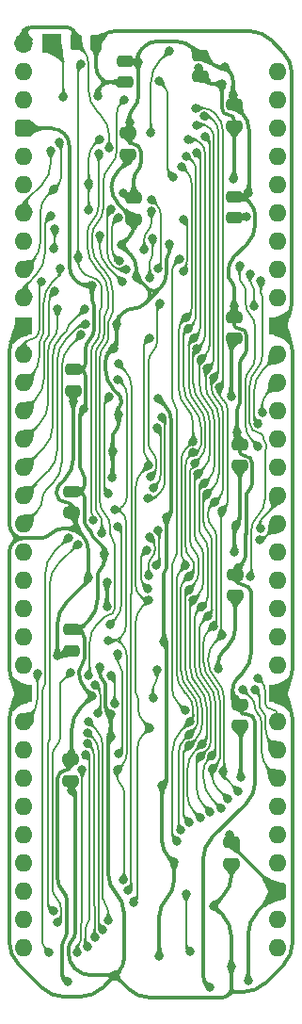
<source format=gbl>
%TF.GenerationSoftware,KiCad,Pcbnew,8.0.7*%
%TF.CreationDate,2025-01-11T17:25:33+02:00*%
%TF.ProjectId,HCP65 Instruction Code,48435036-3520-4496-9e73-747275637469,V0*%
%TF.SameCoordinates,Original*%
%TF.FileFunction,Copper,L2,Bot*%
%TF.FilePolarity,Positive*%
%FSLAX46Y46*%
G04 Gerber Fmt 4.6, Leading zero omitted, Abs format (unit mm)*
G04 Created by KiCad (PCBNEW 8.0.7) date 2025-01-11 17:25:33*
%MOMM*%
%LPD*%
G01*
G04 APERTURE LIST*
G04 Aperture macros list*
%AMRoundRect*
0 Rectangle with rounded corners*
0 $1 Rounding radius*
0 $2 $3 $4 $5 $6 $7 $8 $9 X,Y pos of 4 corners*
0 Add a 4 corners polygon primitive as box body*
4,1,4,$2,$3,$4,$5,$6,$7,$8,$9,$2,$3,0*
0 Add four circle primitives for the rounded corners*
1,1,$1+$1,$2,$3*
1,1,$1+$1,$4,$5*
1,1,$1+$1,$6,$7*
1,1,$1+$1,$8,$9*
0 Add four rect primitives between the rounded corners*
20,1,$1+$1,$2,$3,$4,$5,0*
20,1,$1+$1,$4,$5,$6,$7,0*
20,1,$1+$1,$6,$7,$8,$9,0*
20,1,$1+$1,$8,$9,$2,$3,0*%
G04 Aperture macros list end*
%TA.AperFunction,ComponentPad*%
%ADD10R,1.700000X1.700000*%
%TD*%
%TA.AperFunction,ComponentPad*%
%ADD11O,1.700000X1.700000*%
%TD*%
%TA.AperFunction,ComponentPad*%
%ADD12O,1.600000X1.600000*%
%TD*%
%TA.AperFunction,ComponentPad*%
%ADD13RoundRect,0.400000X-0.400000X-0.400000X0.400000X-0.400000X0.400000X0.400000X-0.400000X0.400000X0*%
%TD*%
%TA.AperFunction,ComponentPad*%
%ADD14R,1.600000X1.600000*%
%TD*%
%TA.AperFunction,SMDPad,CuDef*%
%ADD15RoundRect,0.250000X0.475000X-0.250000X0.475000X0.250000X-0.475000X0.250000X-0.475000X-0.250000X0*%
%TD*%
%TA.AperFunction,SMDPad,CuDef*%
%ADD16RoundRect,0.250000X-0.262500X-0.450000X0.262500X-0.450000X0.262500X0.450000X-0.262500X0.450000X0*%
%TD*%
%TA.AperFunction,ViaPad*%
%ADD17C,0.800000*%
%TD*%
%TA.AperFunction,Conductor*%
%ADD18C,0.380000*%
%TD*%
%TA.AperFunction,Conductor*%
%ADD19C,0.200000*%
%TD*%
G04 APERTURE END LIST*
D10*
%TO.P,J4,1,Pin_1*%
%TO.N,~{PHI2}*%
X2540000Y2540000D03*
D11*
%TO.P,J4,2,Pin_2*%
%TO.N,Net-(IC3-2A)*%
X0Y2540000D03*
%TD*%
D12*
%TO.P,J2,1,Pin_1*%
%TO.N,~{Reset}*%
X0Y0D03*
%TO.P,J2,2,Pin_2*%
%TO.N,~{Clear Counter}*%
X0Y-2540000D03*
D13*
%TO.P,J2,3,Pin_3*%
%TO.N,5V*%
X0Y-5080000D03*
D12*
%TO.P,J2,4,Pin_4*%
%TO.N,~{PHI2}*%
X0Y-7620000D03*
%TO.P,J2,5,Pin_5*%
%TO.N,~{RD}*%
X0Y-10160000D03*
%TO.P,J2,6,Pin_6*%
%TO.N,~{WD}*%
X0Y-12700000D03*
%TO.P,J2,7,Pin_7*%
%TO.N,Opcode Valid*%
X0Y-15240000D03*
%TO.P,J2,8,Pin_8*%
%TO.N,~{Count Access}_{0}*%
X0Y-17780000D03*
%TO.P,J2,9,Pin_9*%
%TO.N,~{Count Access}_{1}*%
X0Y-20320000D03*
D14*
%TO.P,J2,10,Pin_10*%
%TO.N,GND*%
X0Y-22860000D03*
D12*
%TO.P,J2,11,Pin_11*%
%TO.N,~{Count Access}_{2}*%
X0Y-25400000D03*
%TO.P,J2,12,Pin_12*%
%TO.N,~{Count Access}_{3}*%
X0Y-27940000D03*
%TO.P,J2,13,Pin_13*%
%TO.N,C0*%
X0Y-30480000D03*
%TO.P,J2,14,Pin_14*%
%TO.N,C1*%
X0Y-33020000D03*
%TO.P,J2,15,Pin_15*%
%TO.N,C2*%
X0Y-35560000D03*
%TO.P,J2,16,Pin_16*%
%TO.N,C3*%
X0Y-38100000D03*
%TO.P,J2,17,Pin_17*%
%TO.N,C4*%
X0Y-40640000D03*
%TO.P,J2,18,Pin_18*%
%TO.N,C5*%
X0Y-43180000D03*
%TO.P,J2,19,Pin_19*%
%TO.N,C6*%
X0Y-45720000D03*
%TO.P,J2,20,Pin_20*%
%TO.N,C7*%
X0Y-48260000D03*
%TO.P,J2,21,Pin_21*%
%TO.N,C8*%
X0Y-50800000D03*
%TO.P,J2,22,Pin_22*%
%TO.N,C9*%
X0Y-53340000D03*
D14*
%TO.P,J2,23,Pin_23*%
%TO.N,GND*%
X0Y-55880000D03*
D12*
%TO.P,J2,24,Pin_24*%
%TO.N,C10*%
X0Y-58420000D03*
%TO.P,J2,25,Pin_25*%
%TO.N,D7*%
X0Y-60960000D03*
%TO.P,J2,26,Pin_26*%
%TO.N,D6*%
X0Y-63500000D03*
%TO.P,J2,27,Pin_27*%
%TO.N,D5*%
X0Y-66040000D03*
%TO.P,J2,28,Pin_28*%
%TO.N,D4*%
X0Y-68580000D03*
%TO.P,J2,29,Pin_29*%
%TO.N,D3*%
X0Y-71120000D03*
%TO.P,J2,30,Pin_30*%
%TO.N,D2*%
X0Y-73660000D03*
%TO.P,J2,31,Pin_31*%
%TO.N,D1*%
X0Y-76200000D03*
%TO.P,J2,32,Pin_32*%
%TO.N,D0*%
X0Y-78740000D03*
%TO.P,J2,33,Pin_33*%
%TO.N,C31*%
X22860000Y-78740000D03*
%TO.P,J2,34,Pin_34*%
%TO.N,C30*%
X22860000Y-76200000D03*
D13*
%TO.P,J2,35,Pin_35*%
%TO.N,5V*%
X22860000Y-73660000D03*
D12*
%TO.P,J2,36,Pin_36*%
%TO.N,C29*%
X22860000Y-71120000D03*
%TO.P,J2,37,Pin_37*%
%TO.N,C28*%
X22860000Y-68580000D03*
%TO.P,J2,38,Pin_38*%
%TO.N,C27*%
X22860000Y-66040000D03*
%TO.P,J2,39,Pin_39*%
%TO.N,C26*%
X22860000Y-63500000D03*
%TO.P,J2,40,Pin_40*%
%TO.N,C25*%
X22860000Y-60960000D03*
%TO.P,J2,41,Pin_41*%
%TO.N,C24*%
X22860000Y-58420000D03*
D14*
%TO.P,J2,42,Pin_42*%
%TO.N,GND*%
X22860000Y-55880000D03*
D12*
%TO.P,J2,43,Pin_43*%
%TO.N,C23*%
X22860000Y-53340000D03*
%TO.P,J2,44,Pin_44*%
%TO.N,C22*%
X22860000Y-50800000D03*
%TO.P,J2,45,Pin_45*%
%TO.N,C21*%
X22860000Y-48260000D03*
%TO.P,J2,46,Pin_46*%
%TO.N,C20*%
X22860000Y-45720000D03*
%TO.P,J2,47,Pin_47*%
%TO.N,C19*%
X22860000Y-43180000D03*
%TO.P,J2,48,Pin_48*%
%TO.N,C18*%
X22860000Y-40640000D03*
%TO.P,J2,49,Pin_49*%
%TO.N,C17*%
X22860000Y-38100000D03*
%TO.P,J2,50,Pin_50*%
%TO.N,C16*%
X22860000Y-35560000D03*
%TO.P,J2,51,Pin_51*%
%TO.N,C15*%
X22860000Y-33020000D03*
%TO.P,J2,52,Pin_52*%
%TO.N,C14*%
X22860000Y-30480000D03*
%TO.P,J2,53,Pin_53*%
%TO.N,C13*%
X22860000Y-27940000D03*
%TO.P,J2,54,Pin_54*%
%TO.N,C12*%
X22860000Y-25400000D03*
D14*
%TO.P,J2,55,Pin_55*%
%TO.N,GND*%
X22860000Y-22860000D03*
D12*
%TO.P,J2,56,Pin_56*%
%TO.N,C11*%
X22860000Y-20320000D03*
%TO.P,J2,57,Pin_57*%
%TO.N,OP0*%
X22860000Y-17780000D03*
%TO.P,J2,58,Pin_58*%
%TO.N,OP1*%
X22860000Y-15240000D03*
%TO.P,J2,59,Pin_59*%
%TO.N,OP2*%
X22860000Y-12700000D03*
%TO.P,J2,60,Pin_60*%
%TO.N,OP3*%
X22860000Y-10160000D03*
%TO.P,J2,61,Pin_61*%
%TO.N,OP4*%
X22860000Y-7620000D03*
%TO.P,J2,62,Pin_62*%
%TO.N,OP5*%
X22860000Y-5080000D03*
%TO.P,J2,63,Pin_63*%
%TO.N,OP6*%
X22860000Y-2540000D03*
%TO.P,J2,64,Pin_64*%
%TO.N,OP7*%
X22860000Y0D03*
%TD*%
D15*
%TO.P,C14,1*%
%TO.N,GND*%
X18923000Y-4871000D03*
%TO.P,C14,2*%
%TO.N,/3.3V*%
X18923000Y-2971000D03*
%TD*%
%TO.P,C12,1*%
%TO.N,GND*%
X18923000Y-23957607D03*
%TO.P,C12,2*%
%TO.N,/3.3V*%
X18923000Y-22057607D03*
%TD*%
%TO.P,C4,1*%
%TO.N,GND*%
X19405600Y-35387607D03*
%TO.P,C4,2*%
%TO.N,/3.3V*%
X19405600Y-33487607D03*
%TD*%
%TO.P,C7,1*%
%TO.N,GND*%
X15875000Y-426000D03*
%TO.P,C7,2*%
%TO.N,/3.3V*%
X15875000Y1474000D03*
%TD*%
%TO.P,C11,1*%
%TO.N,GND*%
X18669000Y-71165000D03*
%TO.P,C11,2*%
%TO.N,5V*%
X18669000Y-69265000D03*
%TD*%
%TO.P,C17,1*%
%TO.N,GND*%
X4318000Y-39592800D03*
%TO.P,C17,2*%
%TO.N,5V*%
X4318000Y-37692800D03*
%TD*%
%TO.P,C16,1*%
%TO.N,GND*%
X4165600Y-63708607D03*
%TO.P,C16,2*%
%TO.N,5V*%
X4165600Y-61808607D03*
%TD*%
%TO.P,C5,1*%
%TO.N,GND*%
X4318000Y-52024607D03*
%TO.P,C5,2*%
%TO.N,5V*%
X4318000Y-50124607D03*
%TD*%
D16*
%TO.P,R1,1*%
%TO.N,Net-(IC3-2A)*%
X4675500Y2657000D03*
%TO.P,R1,2*%
%TO.N,GND*%
X6500500Y2657000D03*
%TD*%
D15*
%TO.P,C8,1*%
%TO.N,GND*%
X18923000Y-13126000D03*
%TO.P,C8,2*%
%TO.N,/3.3V*%
X18923000Y-11226000D03*
%TD*%
%TO.P,C15,1*%
%TO.N,GND*%
X4445000Y-28656607D03*
%TO.P,C15,2*%
%TO.N,5V*%
X4445000Y-26756607D03*
%TD*%
%TO.P,C2,1*%
%TO.N,GND*%
X19431000Y-58755607D03*
%TO.P,C2,2*%
%TO.N,/3.3V*%
X19431000Y-56855607D03*
%TD*%
%TO.P,C13,1*%
%TO.N,GND*%
X9398000Y-7411000D03*
%TO.P,C13,2*%
%TO.N,/3.3V*%
X9398000Y-5511000D03*
%TD*%
%TO.P,C1,1*%
%TO.N,GND*%
X9906000Y-13227600D03*
%TO.P,C1,2*%
%TO.N,/3.3V*%
X9906000Y-11327600D03*
%TD*%
%TO.P,C3,1*%
%TO.N,GND*%
X19050000Y-47071607D03*
%TO.P,C3,2*%
%TO.N,/3.3V*%
X19050000Y-45171607D03*
%TD*%
%TO.P,C6,1*%
%TO.N,GND*%
X9144000Y-934000D03*
%TO.P,C6,2*%
%TO.N,/3.3V*%
X9144000Y966000D03*
%TD*%
D17*
%TO.N,GND*%
X10109200Y-18440396D03*
X9398000Y-8001000D03*
X20038000Y-12989921D03*
X7797132Y-57740906D03*
X13512800Y-71034000D03*
X12192000Y-79502000D03*
X6841199Y-53478614D03*
X18646400Y-29159200D03*
X7966771Y-34124606D03*
X5794026Y-45466537D03*
X8509000Y-30824400D03*
X12446004Y-64109596D03*
X7821929Y-59733390D03*
X18846800Y-9652000D03*
X12820500Y-40049300D03*
X17830800Y-1066800D03*
X8339062Y-22640607D03*
X4665200Y-41037191D03*
X18948403Y-43156000D03*
X12065000Y-29337000D03*
X18669000Y-80391000D03*
X13094400Y-15421607D03*
X4268922Y-64565078D03*
X3013002Y-52425600D03*
X6654800Y-2133600D03*
X17035998Y-74941403D03*
X7482379Y-48080800D03*
X8737979Y-15527907D03*
X15748000Y374500D03*
X7472780Y-45860232D03*
X7964400Y-36423600D03*
X4445000Y-29565600D03*
X19095257Y-40729118D03*
X19488984Y-63402727D03*
X17505260Y-53619001D03*
X8054077Y-24819759D03*
X12598400Y-51206394D03*
X8178800Y-81177500D03*
%TO.N,5V*%
X18536000Y-68580000D03*
X5358000Y-30279911D03*
X6107200Y-19162715D03*
X7224810Y-43343610D03*
X3937000Y-81788000D03*
X20193000Y-81661000D03*
X6172932Y-56073589D03*
%TO.N,/3.3V*%
X16764000Y-82277000D03*
X18821398Y-2057399D03*
X8933971Y-10884266D03*
X18994000Y-56360181D03*
X19227985Y-44576815D03*
X18084800Y457202D03*
X19176400Y-32389471D03*
X10287597Y866595D03*
X18923000Y-21082000D03*
X9525000Y-4572000D03*
X20167600Y-10871200D03*
%TO.N,D0*%
X14190000Y-8482507D03*
X14924984Y-58420001D03*
X13766071Y-69118472D03*
X15237264Y-33202820D03*
X14579600Y-22064686D03*
X14561672Y-44355385D03*
%TO.N,D6*%
X16194168Y-3975133D03*
X17169218Y-38653965D03*
X17097668Y-27460368D03*
X17029200Y-49798086D03*
X16945473Y-62590278D03*
X18365833Y-65339573D03*
%TO.N,D2*%
X14893678Y-60540609D03*
X15339972Y-35197731D03*
X15541830Y-7273925D03*
X14893671Y-67411748D03*
X15251556Y-23946783D03*
X14823504Y-46529279D03*
%TO.N,D5*%
X16471203Y-37937878D03*
X16525010Y-48934491D03*
X17778928Y-66210232D03*
X15575965Y-4761154D03*
X16934000Y-61470137D03*
X16515319Y-26647427D03*
%TO.N,Net-(IC1-CP)*%
X12192000Y-850000D03*
X13397458Y-9416716D03*
%TO.N,D3*%
X16012518Y-60411718D03*
X15878562Y-67047751D03*
X15650692Y-36148235D03*
X15233854Y-47441210D03*
X14786302Y-6088266D03*
X15567476Y-24895572D03*
%TO.N,D4*%
X16000844Y-48082872D03*
X15961975Y-25814471D03*
X16329131Y-5768869D03*
X16220971Y-36969689D03*
X16765882Y-66486353D03*
X15907069Y-61507118D03*
%TO.N,D7*%
X17821970Y-50619001D03*
X15494000Y-3261154D03*
X17570835Y-28341343D03*
X17807800Y-39423522D03*
X17907000Y-62865000D03*
X19289527Y-64653581D03*
%TO.N,D1*%
X14782915Y-23063392D03*
X14852178Y-45313600D03*
X14131709Y-68134188D03*
X15225764Y-34204271D03*
X14584738Y-7563712D03*
X14878910Y-59540716D03*
%TO.N,C0*%
X2800610Y-19717011D03*
%TO.N,C4*%
X5165134Y-23630613D03*
%TO.N,Net-(IC2-~{RCO})*%
X7620000Y-37896800D03*
X7670800Y-29210000D03*
%TO.N,/Opcode Valid_{5V}*%
X8487251Y-26219758D03*
X9398000Y-73558400D03*
%TO.N,/Read Count_{5V}*%
X11296623Y-23935615D03*
X11315569Y-58942607D03*
X11239175Y-47465713D03*
X9831600Y-74602806D03*
X11194621Y-35389976D03*
%TO.N,C1*%
X3011998Y-21336000D03*
%TO.N,C2*%
X5461000Y-21336000D03*
%TO.N,C3*%
X5526384Y-22698675D03*
%TO.N,~{Count Access}_{0}*%
X3212195Y-6305366D03*
X2672830Y-10546830D03*
%TO.N,~{WD}*%
X2413000Y-7112000D03*
%TO.N,Net-(IC4-~{RCO})*%
X7721600Y-49638607D03*
X8467114Y-40841953D03*
%TO.N,C12*%
X11619128Y-37395023D03*
X21082000Y-31597600D03*
X12000000Y-32014483D03*
%TO.N,C13*%
X11181716Y-38294287D03*
X21437600Y-30581600D03*
X12402928Y-31031072D03*
%TO.N,C11*%
X12242800Y-20828000D03*
X11379200Y-36372796D03*
%TO.N,C10*%
X1212990Y-54102000D03*
%TO.N,C17*%
X21258197Y-41069325D03*
X11295642Y-41829112D03*
X11215600Y-45262800D03*
%TO.N,C18*%
X21174073Y-42065783D03*
X11162829Y-46418489D03*
X11067859Y-42995250D03*
%TO.N,C16*%
X12045690Y-41167725D03*
X11926800Y-44348400D03*
%TO.N,C28*%
X7059888Y-77092514D03*
X5741494Y-59367104D03*
%TO.N,Net-(IC5-~{RCO})*%
X8498974Y-61301812D03*
X8453082Y-52288607D03*
%TO.N,C30*%
X5691860Y-78625071D03*
X5528400Y-61363973D03*
%TO.N,C24*%
X21026627Y-54459001D03*
X11981015Y-53693953D03*
X11608679Y-56239324D03*
%TO.N,C27*%
X5787309Y-58368151D03*
X7589711Y-76244403D03*
%TO.N,C25*%
X7837042Y-54268614D03*
X20814975Y-55512025D03*
X8158400Y-56808441D03*
%TO.N,C26*%
X19685000Y-55499028D03*
X6658544Y-57658880D03*
X6365725Y-55089797D03*
%TO.N,C31*%
X5216402Y-62686811D03*
X4803200Y-79148150D03*
%TO.N,C29*%
X5680733Y-60365259D03*
X6359888Y-77815712D03*
%TO.N,~{Count Access}_{1}*%
X2413000Y-12953998D03*
%TO.N,~{Count Access}_{2}*%
X1579895Y-18816402D03*
X6820328Y-14737907D03*
X8890000Y-18846800D03*
%TO.N,~{Count Access}_{3}*%
X7822932Y-12354000D03*
X3252000Y-17627600D03*
X9175068Y-17744011D03*
%TO.N,Opcode Valid*%
X6245199Y-40261288D03*
X5096831Y711514D03*
X14605000Y-73914000D03*
X4881893Y-16616685D03*
X3996780Y-41888130D03*
X2287600Y-79134350D03*
X14986000Y-79046000D03*
%TO.N,~{PHI2}*%
X3556002Y-2286000D03*
%TO.N,/Read Count Access_{0}*%
X4852982Y-42437191D03*
X7017114Y-41417523D03*
X6759295Y-7325887D03*
X2649600Y-75439354D03*
%TO.N,/~{Read Count Access}_{2}*%
X21326924Y-18785536D03*
X20405581Y-45362448D03*
X11328400Y-18491200D03*
X11601890Y-14946259D03*
%TO.N,/~{Read Count Access}_{1}*%
X14394000Y-17932400D03*
X21080182Y-33642515D03*
X14376400Y-13258800D03*
X19402405Y-17419234D03*
%TO.N,/~{Read Count Access}_{0}*%
X20702305Y-21082000D03*
X12043504Y-17677133D03*
X20370800Y-18169234D03*
X11480800Y-11480800D03*
%TO.N,/Read Count Access_{1}*%
X11468425Y-12509175D03*
X10820400Y-16002000D03*
X2776675Y-14114000D03*
X2692400Y-15877600D03*
%TO.N,/Read Count Access_{3}*%
X8559403Y-16951770D03*
X8478454Y-13109179D03*
%TO.N,/~{Read Count Access}_{3}*%
X14532002Y-57404000D03*
X13993999Y-16814800D03*
%TO.N,/~{MRC}_{5V}*%
X8147823Y-39357811D03*
X8396402Y-62722607D03*
X7569200Y-51065200D03*
X8958400Y-72635322D03*
X8467788Y-27619758D03*
%TO.N,/~{MRC}*%
X4211200Y-53991489D03*
X5810066Y-54258383D03*
X9057844Y-2480000D03*
X3048000Y-76454000D03*
%TO.N,/~{Write Count}*%
X13081000Y1879600D03*
X11430000Y-5461000D03*
%TO.N,/Read Count Access_{0T}*%
X5842000Y-10033000D03*
X6807130Y-6061302D03*
X5842000Y-12446000D03*
%TO.N,Net-(IC3-2A)*%
X7673000Y-6858000D03*
%TD*%
D18*
%TO.N,/3.3V*%
X19851808Y-23249391D02*
G75*
G02*
X20038001Y-23698897I-449508J-449509D01*
G01*
X19534803Y-34368403D02*
G75*
G03*
X19846728Y-34497593I311897J311903D01*
G01*
X19431000Y-57231834D02*
G75*
G03*
X19570710Y-57569090I477000J34D01*
G01*
X20472400Y-52082858D02*
G75*
G02*
X19675505Y-54006738I-2720780J-2D01*
G01*
X19591978Y-3639978D02*
G75*
G02*
X20260926Y-5255033I-1615078J-1615022D01*
G01*
X9571626Y-6371226D02*
G75*
G03*
X9933212Y-6520980I361574J361626D01*
G01*
X10329012Y-6704988D02*
G75*
G02*
X10513011Y-7149174I-444212J-444212D01*
G01*
X20828000Y-63795789D02*
G75*
G02*
X20031114Y-65719678I-2720800J-11D01*
G01*
X20260956Y-10711831D02*
G75*
G02*
X20214260Y-10824504I-159356J31D01*
G01*
X20599400Y-57937400D02*
G75*
G03*
X20047510Y-57708796I-551900J-551900D01*
G01*
X16129000Y-81192987D02*
G75*
G03*
X16446496Y-81959504I1084000J-13D01*
G01*
X19226627Y-54455612D02*
G75*
G03*
X18783999Y-55524210I1068573J-1068588D01*
G01*
X10209500Y-8888700D02*
G75*
G03*
X9906006Y-9621413I732700J-732700D01*
G01*
X18453099Y88903D02*
G75*
G02*
X18821349Y-800249I-889199J-889103D01*
G01*
X20320400Y-11733600D02*
G75*
G02*
X20828019Y-12959054I-1225500J-1225500D01*
G01*
X19984073Y-43286092D02*
G75*
G02*
X19606043Y-44198785I-1290773J-8D01*
G01*
X15238000Y2111000D02*
G75*
G03*
X13700145Y2748019I-1537900J-1537900D01*
G01*
X18784000Y-56001688D02*
G75*
G03*
X18888993Y-56255188I358500J-12D01*
G01*
X16925896Y-68824874D02*
G75*
G03*
X16129044Y-70748752I1923904J-1923826D01*
G01*
X18923000Y-22672955D02*
G75*
G03*
X19037287Y-22948913I390200J-45D01*
G01*
X19737200Y-25576400D02*
G75*
G03*
X19436398Y-26302595I726200J-726200D01*
G01*
X19306400Y-30051200D02*
G75*
G03*
X19176420Y-30365047I313800J-313800D01*
G01*
X20258400Y-37602800D02*
G75*
G03*
X19993593Y-38242083I639300J-639300D01*
G01*
X19570700Y-57569100D02*
G75*
G03*
X19907965Y-57708814I337300J337300D01*
G01*
X19311076Y-45930276D02*
G75*
G03*
X19735800Y-46106217I424724J424676D01*
G01*
X10237894Y916297D02*
G75*
G03*
X10117902Y965999I-119994J-119997D01*
G01*
X19847349Y-23244932D02*
G75*
G03*
X19408608Y-23063202I-438749J-438768D01*
G01*
X19138992Y-44665807D02*
G75*
G03*
X19049956Y-44880654I214808J-214893D01*
G01*
X10294797Y-6670773D02*
G75*
G03*
X9933212Y-6521003I-361597J-361627D01*
G01*
X18653500Y-18831300D02*
G75*
G02*
X18922987Y-19481930I-650600J-650600D01*
G01*
X19561918Y-11226000D02*
G75*
G03*
X19990195Y-11048595I-18J605700D01*
G01*
X19990200Y-11403400D02*
G75*
G03*
X19561918Y-11225992I-428300J-428300D01*
G01*
X19990200Y-11048600D02*
G75*
G03*
X19990200Y-11403400I177400J-177400D01*
G01*
X20599400Y-57937400D02*
G75*
G02*
X20828004Y-58489289I-551900J-551900D01*
G01*
X10287597Y-2254165D02*
G75*
G02*
X9906298Y-3174701I-1301847J5D01*
G01*
X19037300Y-22948900D02*
G75*
G03*
X19313244Y-23063182I275900J275900D01*
G01*
X16915868Y762531D02*
G75*
G03*
X17652999Y457212I737132J737169D01*
G01*
X11985831Y2748000D02*
G75*
G03*
X10784989Y2250607I-31J-1698200D01*
G01*
X19050000Y-45420403D02*
G75*
G03*
X19225937Y-45845113I600600J3D01*
G01*
X19206489Y-32419560D02*
G75*
G02*
X19236563Y-32492201I-72689J-72640D01*
G01*
X20160522Y-46282129D02*
G75*
G03*
X19735800Y-46106188I-424722J-424671D01*
G01*
X20325377Y-34670359D02*
G75*
G03*
X19908316Y-34497590I-417077J-417041D01*
G01*
X20828000Y-13605018D02*
G75*
G02*
X20031100Y-15528893I-2720800J18D01*
G01*
X18994000Y-56389394D02*
G75*
G03*
X19014658Y-56439261I70500J-6D01*
G01*
X18873954Y-16686045D02*
G75*
G03*
X18383997Y-17868900I1182846J-1182855D01*
G01*
X19405600Y-34056478D02*
G75*
G03*
X19534798Y-34368408I441100J-22D01*
G01*
X19436400Y-29737352D02*
G75*
G02*
X19306435Y-30051235I-443900J-48D01*
G01*
X20228498Y-46350105D02*
G75*
G02*
X20472384Y-46938936I-588798J-588795D01*
G01*
X20038000Y-24850204D02*
G75*
G02*
X19737199Y-25576399I-1027000J4D01*
G01*
X18384000Y-18180669D02*
G75*
G03*
X18653491Y-18831309I920100J-31D01*
G01*
X19988836Y-41568105D02*
G75*
G03*
X19984066Y-41579605I11464J-11495D01*
G01*
X10601058Y2066658D02*
G75*
G03*
X10287594Y1309896I756742J-756758D01*
G01*
X19993600Y-41556605D02*
G75*
G02*
X19988841Y-41568110I-16300J5D01*
G01*
X9884210Y-3196789D02*
G75*
G03*
X9524993Y-4064000I867190J-867211D01*
G01*
X20523200Y-36963516D02*
G75*
G02*
X20258395Y-37602795I-904100J16D01*
G01*
X20337912Y-34682894D02*
G75*
G02*
X20523190Y-35130218I-447312J-447306D01*
G01*
X9398000Y-5968921D02*
G75*
G03*
X9559706Y-6359294I552100J21D01*
G01*
X10513000Y-8155986D02*
G75*
G02*
X10209504Y-8888704I-1036200J-14D01*
G01*
%TO.N,5V*%
X18602500Y-68646500D02*
G75*
G02*
X18668981Y-68807045I-160500J-160500D01*
G01*
X3890400Y-77360696D02*
G75*
G02*
X3659710Y-77917666I-787700J-4D01*
G01*
X5114896Y-57131624D02*
G75*
G03*
X4318009Y-59055502I1923904J-1923876D01*
G01*
X5219000Y-30418911D02*
G75*
G03*
X5079998Y-30754486I335600J-335589D01*
G01*
X3429000Y-80920789D02*
G75*
G03*
X3682997Y-81534003I867200J-11D01*
G01*
X4718075Y-50124607D02*
G75*
G03*
X5223612Y-49915219I25J714907D01*
G01*
X5223603Y-50334003D02*
G75*
G03*
X4718075Y-50124615I-505503J-505497D01*
G01*
X5223603Y-49915210D02*
G75*
G03*
X5223609Y-50333996I209397J-209390D01*
G01*
X5223603Y-50334003D02*
G75*
G02*
X5432985Y-50839531I-505503J-505497D01*
G01*
X5995125Y-41249887D02*
G75*
G02*
X6100130Y-41503381I-253525J-253513D01*
G01*
X5537200Y-26210686D02*
G75*
G02*
X5377306Y-26596713I-545900J-14D01*
G01*
X6100126Y-41503381D02*
G75*
G03*
X6205121Y-41756879I358474J-19D01*
G01*
X3614288Y-62818607D02*
G75*
G03*
X3280192Y-62957002I12J-472493D01*
G01*
X20989896Y-75530103D02*
G75*
G03*
X20192994Y-77453981I1923904J-1923897D01*
G01*
X5388703Y-26927903D02*
G75*
G02*
X5559977Y-27341449I-413503J-413497D01*
G01*
X5281500Y-37844300D02*
G75*
G02*
X5433019Y-38210053I-365800J-365800D01*
G01*
X4165600Y-62211559D02*
G75*
G02*
X3987799Y-62640806I-607040J-1D01*
G01*
X6632780Y-47379052D02*
G75*
G02*
X5835883Y-49302930I-2720780J2D01*
G01*
X5926790Y-24045209D02*
G75*
G03*
X5537161Y-24985764I940510J-940591D01*
G01*
X3048000Y-72556333D02*
G75*
G03*
X3469201Y-73573199I1438070J3D01*
G01*
X3948389Y-62680217D02*
G75*
G02*
X3614288Y-62818593I-334089J334117D01*
G01*
X4991279Y-26756607D02*
G75*
G03*
X5377311Y-26596718I21J545907D01*
G01*
X5377303Y-26916503D02*
G75*
G03*
X4991279Y-26756614I-386003J-385997D01*
G01*
X5377303Y-26596710D02*
G75*
G03*
X5377309Y-26916496I159897J-159890D01*
G01*
X5560000Y-29935075D02*
G75*
G02*
X5459005Y-30178916I-344800J-25D01*
G01*
X6316381Y-23104654D02*
G75*
G02*
X5926789Y-24045208I-1330151J4D01*
G01*
X5217100Y-53276500D02*
G75*
G03*
X5001212Y-53797728I521200J-521200D01*
G01*
X3233288Y-63003895D02*
G75*
G03*
X3048010Y-63451219I447312J-447305D01*
G01*
X3633384Y-5538615D02*
G75*
G03*
X2526188Y-5080005I-1107184J-1107185D01*
G01*
X6107200Y-20470905D02*
G75*
G03*
X6211792Y-20723407I357100J5D01*
G01*
X5433000Y-52755271D02*
G75*
G02*
X5217100Y-53276500I-737130J1D01*
G01*
X7224810Y-43918561D02*
G75*
G02*
X6928795Y-44633205I-1010660J1D01*
G01*
X3633384Y-5538615D02*
G75*
G02*
X4091995Y-6645811I-1107184J-1107185D01*
G01*
X4915746Y-37692800D02*
G75*
G03*
X5281486Y-37541286I-46J517300D01*
G01*
X5281500Y-37844300D02*
G75*
G03*
X4915746Y-37692781I-365800J-365800D01*
G01*
X5281500Y-37541300D02*
G75*
G03*
X5281500Y-37844300I151500J-151500D01*
G01*
X6211790Y-20723409D02*
G75*
G02*
X6316375Y-20975913I-252490J-252491D01*
G01*
X7024326Y-42576074D02*
G75*
G02*
X7224816Y-43060084I-484026J-484026D01*
G01*
X4092000Y-17457119D02*
G75*
G03*
X4591558Y-18663156I1705590J-1D01*
G01*
X5001200Y-54197128D02*
G75*
G03*
X5499518Y-55400175I1701360J-2D01*
G01*
X4731874Y-18803474D02*
G75*
G03*
X5599157Y-19162716I867286J867284D01*
G01*
X6928795Y-44633205D02*
G75*
G03*
X6632803Y-45347848I714605J-714595D01*
G01*
X5080000Y-35562552D02*
G75*
G03*
X5257803Y-35991797I607040J2D01*
G01*
X5435600Y-37171108D02*
G75*
G02*
X5282798Y-37539998I-521700J8D01*
G01*
X3469200Y-73573200D02*
G75*
G02*
X3890401Y-74590066I-1016870J-1016870D01*
G01*
X5257800Y-35991800D02*
G75*
G02*
X5435580Y-36421047I-429200J-429200D01*
G01*
X3659700Y-77917656D02*
G75*
G03*
X3428993Y-78474615I556900J-556944D01*
G01*
X5433000Y-40216032D02*
G75*
G03*
X5766563Y-41021325I1138860J2D01*
G01*
%TO.N,GND*%
X3258658Y-37025741D02*
G75*
G03*
X2946394Y-37779600I753842J-753859D01*
G01*
X18415000Y-82931000D02*
G75*
G02*
X17801789Y-83184996I-613200J613200D01*
G01*
X7714165Y-59841153D02*
G75*
G03*
X7606405Y-60101317I260135J-260147D01*
G01*
X8464646Y-8934353D02*
G75*
G03*
X7874001Y-10360300I1425954J-1425947D01*
G01*
X7348000Y-26787375D02*
G75*
G03*
X8042799Y-28464772I2372190J-5D01*
G01*
X24175000Y-78279218D02*
G75*
G02*
X23378100Y-80203093I-2720800J18D01*
G01*
X23517500Y-23517500D02*
G75*
G02*
X24174981Y-25104845I-1587300J-1587300D01*
G01*
X8737600Y-29759555D02*
G75*
G02*
X8623334Y-30035534I-390300J-45D01*
G01*
X17901897Y-52100502D02*
G75*
G03*
X17505248Y-53058070I957603J-957598D01*
G01*
X7000599Y-1228999D02*
G75*
G03*
X7000599Y-639001I-294999J294999D01*
G01*
X7712793Y-934000D02*
G75*
G03*
X7000602Y-1229002I7J-1007200D01*
G01*
X7000600Y-639000D02*
G75*
G03*
X7712793Y-934003I712200J712200D01*
G01*
X4622800Y-77343747D02*
G75*
G02*
X4318003Y-78079603I-1040660J-3D01*
G01*
X17819400Y-1078200D02*
G75*
G03*
X17808009Y-1105722I27500J-27500D01*
G01*
X8509000Y-31620586D02*
G75*
G02*
X8237884Y-32275113I-925600J-14D01*
G01*
X18783400Y-4000600D02*
G75*
G02*
X18922990Y-4337624I-337000J-337000D01*
G01*
X23495000Y-22225000D02*
G75*
G03*
X23495000Y-23495000I635000J-635000D01*
G01*
X18669000Y-72236700D02*
G75*
G02*
X17911190Y-74066204I-2587300J0D01*
G01*
X7368400Y-57009014D02*
G75*
G03*
X7582772Y-57526534I731900J14D01*
G01*
X4165600Y-38811200D02*
G75*
G02*
X4317989Y-39179126I-367900J-367900D01*
G01*
X15875000Y-89250D02*
G75*
G03*
X16113090Y-664146I813000J-50D01*
G01*
X8468323Y-28890294D02*
G75*
G02*
X8737601Y-29540385I-650123J-650106D01*
G01*
X7606402Y-72158919D02*
G75*
G03*
X8299001Y-73831001I2364678J-1D01*
G01*
X12964400Y-16481600D02*
G75*
G03*
X12834420Y-16795447I313800J-313800D01*
G01*
X19405600Y-40199329D02*
G75*
G02*
X19250416Y-40573934I-529800J29D01*
G01*
X13512800Y-72675253D02*
G75*
G02*
X12852401Y-74269601I-2254760J3D01*
G01*
X24175000Y-53635154D02*
G75*
G02*
X23517499Y-55222499I-2244850J4D01*
G01*
X12852400Y-74269600D02*
G75*
G03*
X12192019Y-75863946I1594300J-1594300D01*
G01*
X19021830Y-40802545D02*
G75*
G03*
X18948413Y-40979813I177270J-177255D01*
G01*
X-943957Y-42281042D02*
G75*
G03*
X-943957Y-41538958I-371042J371042D01*
G01*
X-48181Y-41910000D02*
G75*
G03*
X-943957Y-42281042I-2J-1266814D01*
G01*
X-943957Y-41538957D02*
G75*
G03*
X-48181Y-41910000I895777J895778D01*
G01*
X4318000Y-39886492D02*
G75*
G03*
X4491598Y-40305602I592700J-8D01*
G01*
X15811500Y311000D02*
G75*
G02*
X15874999Y157697I-153300J-153300D01*
G01*
X19969960Y-13057960D02*
G75*
G02*
X19805698Y-13125999I-164260J164260D01*
G01*
X9564279Y-16354207D02*
G75*
G02*
X10109220Y-17669762I-1315579J-1315593D01*
G01*
X24130000Y-20691974D02*
G75*
G02*
X23495001Y-22225001I-2168040J4D01*
G01*
X8339062Y-24333259D02*
G75*
G02*
X8196582Y-24677279I-486462J-41D01*
G01*
X9880600Y-21259800D02*
G75*
G03*
X8926661Y-21654924I0J-1349100D01*
G01*
X-657499Y-23517500D02*
G75*
G03*
X-1315004Y-25104845I1587339J-1587350D01*
G01*
X6903165Y-1326434D02*
G75*
G03*
X6705590Y-1803400I476935J-476966D01*
G01*
X4445861Y-64742017D02*
G75*
G02*
X4622812Y-65169185I-427161J-427183D01*
G01*
X8479800Y-22101799D02*
G75*
G03*
X8339050Y-22441572I339800J-339801D01*
G01*
X5229613Y-41601604D02*
G75*
G02*
X5794014Y-42964217I-1362613J-1362596D01*
G01*
X4596950Y-80593750D02*
G75*
G03*
X6006247Y-81177501I1409300J1409300D01*
G01*
X2468404Y-41473595D02*
G75*
G02*
X1414830Y-41909999I-1053574J1053575D01*
G01*
X-656360Y-55223638D02*
G75*
G02*
X-656359Y-56536362I-656361J-656362D01*
G01*
X18415000Y-82931000D02*
G75*
G03*
X18668996Y-82317789I-613200J613200D01*
G01*
X19028210Y-82677000D02*
G75*
G03*
X18414997Y-82930997I-10J-867200D01*
G01*
X18669000Y-82317789D02*
G75*
G03*
X19028210Y-82677000I359200J-11D01*
G01*
X12833504Y-44537756D02*
G75*
G02*
X12715965Y-44821565I-401304J-44D01*
G01*
X6500500Y423320D02*
G75*
G03*
X6898052Y-536448I1357310J0D01*
G01*
X4491600Y-40305600D02*
G75*
G02*
X4665197Y-40724707I-419100J-419100D01*
G01*
X23517500Y-56537500D02*
G75*
G02*
X24174981Y-58124845I-1587300J-1587300D01*
G01*
X12821015Y-63469412D02*
G75*
G02*
X12633510Y-63922091I-640215J12D01*
G01*
X19050000Y-49860103D02*
G75*
G02*
X18277621Y-51724761I-2637000J3D01*
G01*
X18923000Y-9521918D02*
G75*
G02*
X18884895Y-9613895I-130100J18D01*
G01*
X6705600Y-2046878D02*
G75*
G02*
X6680206Y-2108206I-86700J-22D01*
G01*
X7874000Y-10360300D02*
G75*
G03*
X8464644Y-11786248I2016600J0D01*
G01*
X7966771Y-36419552D02*
G75*
G02*
X7965564Y-36422393I-4071J52D01*
G01*
X-1312722Y-78230696D02*
G75*
G03*
X-515825Y-80154574I2720777J2D01*
G01*
X3809896Y-47704152D02*
G75*
G03*
X3012998Y-49628030I1923874J-1923878D01*
G01*
X7472780Y-48064413D02*
G75*
G03*
X7477579Y-48076000I16420J13D01*
G01*
X13094400Y-16167752D02*
G75*
G02*
X12964435Y-16481635I-443900J-48D01*
G01*
X17808000Y-3232825D02*
G75*
G03*
X17991996Y-3677004I628200J25D01*
G01*
X5794026Y-45593280D02*
G75*
G02*
X5704424Y-45809662I-306026J-20D01*
G01*
X11108799Y-20590399D02*
G75*
G03*
X11108797Y-19439999I-575199J575199D01*
G01*
X11108800Y-19439996D02*
G75*
G03*
X12259200Y-19439996I575200J575202D01*
G01*
X12834400Y-18051340D02*
G75*
G02*
X12259201Y-19439997I-1963860J0D01*
G01*
X12835690Y-41493408D02*
G75*
G02*
X12834605Y-41496055I-3790J8D01*
G01*
X8991600Y-79789963D02*
G75*
G02*
X8585199Y-80771099I-1387540J3D01*
G01*
X12828095Y-40056895D02*
G75*
G02*
X12835680Y-40075230I-18295J-18305D01*
G01*
X8623300Y-30035500D02*
G75*
G03*
X8509018Y-30311444I275900J-275900D01*
G01*
X18783400Y-4000600D02*
G75*
G03*
X18446375Y-3861010I-337000J-337000D01*
G01*
X4013200Y-79197200D02*
G75*
G03*
X4587930Y-80584742I1962300J0D01*
G01*
X2946400Y-37911770D02*
G75*
G03*
X3165200Y-38440000I747030J0D01*
G01*
X22209096Y2886103D02*
G75*
G03*
X20285218Y3683005I-1923896J-1923903D01*
G01*
X-656360Y-56536361D02*
G75*
G03*
X-1312725Y-58120956I1584590J-1584599D01*
G01*
X4318000Y-78079600D02*
G75*
G03*
X4013198Y-78815452I735840J-735850D01*
G01*
X18010575Y-3695599D02*
G75*
G03*
X18409888Y-3861012I399325J399299D01*
G01*
X23333103Y1762096D02*
G75*
G02*
X24130005Y-161781I-1923903J-1923896D01*
G01*
X9906000Y-13793743D02*
G75*
G02*
X9505675Y-14760208I-1366790J3D01*
G01*
X12715952Y-44821552D02*
G75*
G03*
X12598420Y-45105347I283748J-283748D01*
G01*
X1641503Y-82311903D02*
G75*
G03*
X3565381Y-83108797I1923877J1923883D01*
G01*
X21694462Y-81886737D02*
G75*
G02*
X19786600Y-82677007I-1907862J1907837D01*
G01*
X7104799Y-54653599D02*
G75*
G02*
X7368406Y-55289987I-636399J-636401D01*
G01*
X3521978Y-41037191D02*
G75*
G03*
X2468402Y-41473593I-8J-1489969D01*
G01*
X4165600Y-38811200D02*
G75*
G03*
X3797673Y-38658811I-367900J-367900D01*
G01*
X10834531Y-20864668D02*
G75*
G02*
X9880600Y-21259788I-953931J953968D01*
G01*
X8237885Y-32275114D02*
G75*
G03*
X7966797Y-32929642I654515J-654486D01*
G01*
X-1315000Y-40643181D02*
G75*
G03*
X-943957Y-41538957I1266821J1D01*
G01*
X-1315000Y-53635154D02*
G75*
G03*
X-657499Y-55222500I2244848J1D01*
G01*
X16195400Y-746400D02*
G75*
G03*
X16968914Y-1066794I773500J773500D01*
G01*
X3165200Y-38440000D02*
G75*
G03*
X3693429Y-38658788I528200J528200D01*
G01*
X8299001Y-73831001D02*
G75*
G02*
X8991606Y-75503082I-1672101J-1672099D01*
G01*
X12661900Y-29933900D02*
G75*
G02*
X13258782Y-31374944I-1441000J-1441000D01*
G01*
X9389403Y-82388103D02*
G75*
G03*
X11313281Y-83185005I1923897J1923903D01*
G01*
X7044396Y-82311903D02*
G75*
G02*
X5120518Y-83108796I-1923876J1923883D01*
G01*
X3967807Y-52374800D02*
G75*
G02*
X3845164Y-52425588I-122607J122600D01*
G01*
X8251991Y3683000D02*
G75*
G03*
X7013502Y3169998I9J-1751500D01*
G01*
X-943957Y-42281042D02*
G75*
G03*
X-1315000Y-43176818I895773J-895775D01*
G01*
X12445996Y-69212851D02*
G75*
G03*
X12979400Y-70500596I1821144J1D01*
G01*
X7797132Y-59691058D02*
G75*
G03*
X7809502Y-59721019I42368J-42D01*
G01*
X4445000Y-34779729D02*
G75*
G02*
X3695702Y-36588702I-2558280J-1D01*
G01*
X6841199Y-54017211D02*
G75*
G03*
X7104802Y-54653596I900001J11D01*
G01*
X12834597Y-41496047D02*
G75*
G03*
X12833483Y-41498685I2603J-2653D01*
G01*
X7701038Y-25172797D02*
G75*
G03*
X7347991Y-26025107I852262J-852303D01*
G01*
X17872103Y-75777508D02*
G75*
G02*
X18669002Y-77701386I-1923903J-1923892D01*
G01*
X13258800Y-39301075D02*
G75*
G02*
X13039657Y-39830157I-748200J-25D01*
G01*
X12709707Y-51317701D02*
G75*
G02*
X12821003Y-51586421I-268707J-268699D01*
G01*
X12259200Y-19439996D02*
X11108799Y-20590399D01*
%TO.N,Net-(IC3-2A)*%
X4420550Y3758250D02*
G75*
G02*
X4675519Y3142746I-615550J-615550D01*
G01*
X693768Y4013200D02*
G75*
G03*
X203201Y3809999I2J-693770D01*
G01*
D19*
X5803200Y-1628218D02*
G75*
G03*
X6600096Y-3552096I2720770J-2D01*
G01*
X5239350Y2093150D02*
G75*
G02*
X5803198Y731895I-1361250J-1361250D01*
G01*
X6883515Y-3835515D02*
G75*
G02*
X7672991Y-5741500I-1906015J-1905985D01*
G01*
D18*
X203200Y3810000D02*
G75*
G03*
X3Y3319431I490560J-490560D01*
G01*
X4420550Y3758250D02*
G75*
G03*
X3805046Y4013203I-615510J-615510D01*
G01*
D19*
%TO.N,/Read Count Access_{0T}*%
X6324565Y-6543867D02*
G75*
G03*
X5841993Y-7708881I1165035J-1165033D01*
G01*
%TO.N,/~{Write Count}*%
X12226896Y1025496D02*
G75*
G03*
X11429995Y-898381I1923904J-1923896D01*
G01*
%TO.N,/~{MRC}*%
X6621764Y-13545836D02*
G75*
G03*
X6120324Y-14756409I1210536J-1210564D01*
G01*
X7312557Y-39773010D02*
G75*
G02*
X7767120Y-40870407I-1097357J-1097390D01*
G01*
X7988956Y-42043757D02*
G75*
G02*
X8210781Y-42579332I-535556J-535543D01*
G01*
X7239000Y-24644886D02*
G75*
G03*
X6857996Y-25564701I919800J-919814D01*
G01*
X6641569Y-49549369D02*
G75*
G03*
X5923003Y-51284149I1734771J-1734771D01*
G01*
X3269544Y-59745318D02*
G75*
G02*
X2913770Y-60604226I-1214694J8D01*
G01*
X3349600Y-75939136D02*
G75*
G02*
X3198798Y-76303198I-514870J6D01*
G01*
X7123200Y-12335262D02*
G75*
G02*
X6621763Y-13545835I-1712010J2D01*
G01*
X7767114Y-41508182D02*
G75*
G03*
X7988954Y-42043759I757386J-18D01*
G01*
X6120328Y-15552860D02*
G75*
G03*
X6917225Y-17476737I2720772J0D01*
G01*
X7975600Y-21592552D02*
G75*
G02*
X7797799Y-22021799I-607050J2D01*
G01*
X7957982Y-48674640D02*
G75*
G02*
X7580981Y-48830774I-376982J377040D01*
G01*
X6858000Y-38675612D02*
G75*
G03*
X7312554Y-39773013I1552000J12D01*
G01*
X3294944Y-54907744D02*
G75*
G03*
X3269530Y-54969065I61356J-61356D01*
G01*
X7620000Y-23725070D02*
G75*
G02*
X7239001Y-24644887I-1300820J0D01*
G01*
X7178703Y-17738217D02*
G75*
G02*
X7975596Y-19662095I-1923903J-1923883D01*
G01*
X7797800Y-22021800D02*
G75*
G03*
X7620020Y-22451047I429200J-429200D01*
G01*
X2913772Y-60604228D02*
G75*
G03*
X2558005Y-61463137I858908J-858902D01*
G01*
X8373000Y-6948457D02*
G75*
G02*
X7748100Y-8457100I-2133560J7D01*
G01*
X7748100Y-8457100D02*
G75*
G03*
X7123201Y-9965742I1508640J-1508640D01*
G01*
X8210799Y-48132636D02*
G75*
G02*
X8006310Y-48626311I-698169J6D01*
G01*
X2558000Y-73321454D02*
G75*
G03*
X2953801Y-74276999I1351350J4D01*
G01*
X8715422Y-2822422D02*
G75*
G03*
X8373001Y-3649101I826678J-826678D01*
G01*
X2953800Y-74277000D02*
G75*
G02*
X3349602Y-75232545I-955550J-955550D01*
G01*
X5923000Y-54065592D02*
G75*
G02*
X5866539Y-54201922I-192800J-8D01*
G01*
X7580981Y-48830800D02*
G75*
G03*
X7203981Y-48986961I19J-533200D01*
G01*
X3345744Y-54856944D02*
X3294944Y-54907744D01*
%TO.N,/~{MRC}_{5V}*%
X9258400Y-61251084D02*
G75*
G02*
X8827400Y-62291607I-1471530J4D01*
G01*
X8396402Y-63278772D02*
G75*
G03*
X8706702Y-64027900I1059428J2D01*
G01*
X8706701Y-64027901D02*
G75*
G02*
X9016987Y-64777029I-749101J-749099D01*
G01*
X9167114Y-49830767D02*
G75*
G02*
X8805554Y-50703640I-1234434J7D01*
G01*
X9264800Y-38176853D02*
G75*
G02*
X8918904Y-39011915I-1180960J3D01*
G01*
X8851200Y-51472400D02*
G75*
G02*
X9258413Y-52455467I-983100J-983100D01*
G01*
X8870062Y-39654862D02*
G75*
G02*
X9167103Y-40372008I-717162J-717138D01*
G01*
X8360417Y-39357811D02*
G75*
G03*
X8723321Y-39207468I-17J513211D01*
G01*
X8723337Y-39508137D02*
G75*
G03*
X8360417Y-39357811I-362937J-362963D01*
G01*
X8723337Y-39207484D02*
G75*
G03*
X8723347Y-39508127I150363J-150316D01*
G01*
X9017000Y-72535285D02*
G75*
G02*
X8987700Y-72606022I-100000J-15D01*
G01*
X8006600Y-51065200D02*
G75*
G03*
X8753293Y-50755916I0J1056000D01*
G01*
X8753288Y-51374488D02*
G75*
G03*
X8006600Y-51065207I-746688J-746712D01*
G01*
X8753288Y-50755911D02*
G75*
G03*
X8753287Y-51374488I309312J-309289D01*
G01*
X8866294Y-28018264D02*
G75*
G02*
X9264765Y-28980342I-962094J-962036D01*
G01*
%TO.N,/~{Read Count Access}_{3}*%
X13760430Y-35344604D02*
G75*
G02*
X13755561Y-35356358I-16630J4D01*
G01*
X13537098Y-43799994D02*
G75*
G03*
X13323484Y-44315655I515702J-515706D01*
G01*
X13750692Y-43284332D02*
G75*
G02*
X13537089Y-43799985I-729292J32D01*
G01*
X13543060Y-29849860D02*
G75*
G02*
X13760409Y-30374637I-524760J-524740D01*
G01*
X13323504Y-55340964D02*
G75*
G03*
X13927750Y-56799754I2063036J-6D01*
G01*
X13659844Y-17148954D02*
G75*
G03*
X13325682Y-17955674I806756J-806746D01*
G01*
X13325690Y-29325082D02*
G75*
G03*
X13543059Y-29849861I742110J-18D01*
G01*
X13755561Y-35356358D02*
G75*
G03*
X13750696Y-35368112I11739J-11742D01*
G01*
%TO.N,/Read Count Access_{3}*%
X7924800Y-15868434D02*
G75*
G03*
X8242100Y-16634469I1083330J-6D01*
G01*
X8201627Y-13386006D02*
G75*
G03*
X7924804Y-14054325I668273J-668294D01*
G01*
%TO.N,/Read Count Access_{1}*%
X11468425Y-13524152D02*
G75*
G02*
X11144413Y-14306388I-1106255J2D01*
G01*
X11144412Y-14306387D02*
G75*
G03*
X10820401Y-15088622I782188J-782213D01*
G01*
X2776675Y-15733733D02*
G75*
G02*
X2734522Y-15835447I-143875J33D01*
G01*
%TO.N,/~{Read Count Access}_{0}*%
X20536552Y-19164952D02*
G75*
G02*
X20702298Y-19565114I-400152J-400148D01*
G01*
X20370800Y-18764790D02*
G75*
G03*
X20536550Y-19164954I565900J-10D01*
G01*
X12344400Y-17163471D02*
G75*
G02*
X12193974Y-17526707I-513700J-29D01*
G01*
X11912600Y-11912600D02*
G75*
G02*
X12344418Y-12955057I-1042500J-1042500D01*
G01*
%TO.N,/~{Read Count Access}_{1}*%
X19402405Y-18395414D02*
G75*
G03*
X19683407Y-19073797I959395J14D01*
G01*
X14535199Y-13417599D02*
G75*
G02*
X14694009Y-13800975I-383399J-383401D01*
G01*
X20370800Y-21844000D02*
G75*
G02*
X20777185Y-22825136I-981100J-981100D01*
G01*
X14539381Y-17375817D02*
G75*
G03*
X14394010Y-17726799I351019J-350983D01*
G01*
X14693999Y-17009068D02*
G75*
G02*
X14544009Y-17371209I-512099J-32D01*
G01*
X20351800Y-26776830D02*
G75*
G03*
X19926424Y-27803836I1027000J-1026970D01*
G01*
X20777200Y-25749823D02*
G75*
G02*
X20351787Y-26776817I-1452400J23D01*
G01*
X19964400Y-20862863D02*
G75*
G03*
X20370789Y-21844011I1387500J-37D01*
G01*
X19683402Y-19073802D02*
G75*
G02*
X19964402Y-19752190I-678402J-678398D01*
G01*
X19926400Y-31672885D02*
G75*
G03*
X20503290Y-33065625I1969600J-15D01*
G01*
%TO.N,/~{Read Count Access}_{2}*%
X21793200Y-33841948D02*
G75*
G02*
X21738376Y-33974223I-187100J48D01*
G01*
X11601890Y-16398723D02*
G75*
G02*
X11465136Y-16728846I-466890J23D01*
G01*
X21326924Y-19837763D02*
G75*
G03*
X21393746Y-19999177I228276J-37D01*
G01*
X20649505Y-32221888D02*
G75*
G03*
X21031200Y-32379993I381695J381688D01*
G01*
X20474073Y-45245524D02*
G75*
G02*
X20439825Y-45328200I-116973J24D01*
G01*
X20478836Y-41771069D02*
G75*
G03*
X20474040Y-41782569I11464J-11531D01*
G01*
X11465145Y-16728855D02*
G75*
G03*
X11328397Y-17058986I330155J-330145D01*
G01*
X20483600Y-41759569D02*
G75*
G02*
X20478859Y-41771092I-16300J-31D01*
G01*
X20942084Y-40011030D02*
G75*
G03*
X20483617Y-41117910I1106916J-1106870D01*
G01*
X21393773Y-19999151D02*
G75*
G02*
X21460599Y-20160538I-161373J-161349D01*
G01*
X21412893Y-32538093D02*
G75*
G03*
X21031200Y-32379995I-381693J-381707D01*
G01*
X21683600Y-38420986D02*
G75*
G02*
X21083601Y-39869516I-2048500J-14D01*
G01*
X20893511Y-26800804D02*
G75*
G03*
X20326411Y-28169931I1369089J-1369096D01*
G01*
X21590000Y-33018697D02*
G75*
G03*
X21691596Y-33263986I346900J-3D01*
G01*
X21691600Y-33263982D02*
G75*
G02*
X21793219Y-33509266I-245300J-245318D01*
G01*
X21460622Y-25431676D02*
G75*
G02*
X20893519Y-26800812I-1936222J-24D01*
G01*
X21431897Y-32557097D02*
G75*
G02*
X21590005Y-32938791I-381697J-381703D01*
G01*
X21738400Y-33974247D02*
G75*
G03*
X21683633Y-34106545I132300J-132253D01*
G01*
X20326400Y-31558517D02*
G75*
G03*
X20567007Y-32139384I821500J17D01*
G01*
%TO.N,/Read Count Access_{0}*%
X7207200Y-23562721D02*
G75*
G02*
X6832602Y-24467088I-1278980J1D01*
G01*
X3109896Y-44184903D02*
G75*
G03*
X2312999Y-46108781I1923874J-1923877D01*
G01*
X6739648Y-7345533D02*
G75*
G03*
X6719982Y-7392964I47452J-47467D01*
G01*
X6772303Y-17897503D02*
G75*
G02*
X7569205Y-19821381I-1923903J-1923897D01*
G01*
X4852982Y-42439504D02*
G75*
G02*
X4851344Y-42443451I-5582J4D01*
G01*
X2235501Y-60171301D02*
G75*
G03*
X2158002Y-60358399I187099J-187099D01*
G01*
X6213601Y-13293599D02*
G75*
G03*
X5707199Y-14516159I1222559J-1222561D01*
G01*
X6737557Y-39763696D02*
G75*
G02*
X7017096Y-40438606I-674957J-674904D01*
G01*
X2313000Y-59984203D02*
G75*
G02*
X2235500Y-60171300I-264600J3D01*
G01*
X7388200Y-21663000D02*
G75*
G03*
X7207189Y-22099972I437000J-437000D01*
G01*
X6720002Y-12071038D02*
G75*
G02*
X6213599Y-13293597I-1728972J8D01*
G01*
X7569200Y-21226027D02*
G75*
G02*
X7388192Y-21662992I-618000J27D01*
G01*
X5707200Y-15705418D02*
G75*
G03*
X6504096Y-17629296I2720770J-2D01*
G01*
X2158003Y-74600145D02*
G75*
G03*
X2403801Y-75193555I839197J-5D01*
G01*
X6832600Y-24467086D02*
G75*
G03*
X6458046Y-25371450I904400J-904314D01*
G01*
X6458000Y-39088785D02*
G75*
G03*
X6737543Y-39763710I954500J-15D01*
G01*
%TO.N,~{PHI2}*%
X3048001Y2031999D02*
G75*
G02*
X3556004Y805576I-1226431J-1226429D01*
G01*
%TO.N,Opcode Valid*%
X6432600Y-24301400D02*
G75*
G03*
X6057985Y-25205764I904400J-904400D01*
G01*
X6058000Y-39542430D02*
G75*
G03*
X6151608Y-39768390I319600J30D01*
G01*
X6807200Y-23397035D02*
G75*
G02*
X6432600Y-24301400I-1278980J5D01*
G01*
X1913000Y-54955092D02*
G75*
G02*
X1769300Y-55302015I-490630J2D01*
G01*
X6908800Y-21285200D02*
G75*
G03*
X6807193Y-21530484I245300J-245300D01*
G01*
X4989362Y604045D02*
G75*
G03*
X4881894Y344591I259438J-259445D01*
G01*
X6692617Y-18758182D02*
G75*
G02*
X7010409Y-19525378I-767217J-767218D01*
G01*
X4881893Y-17099289D02*
G75*
G03*
X5223140Y-17923150I1165107J-11D01*
G01*
X6151599Y-39768399D02*
G75*
G02*
X6245212Y-39994368I-225999J-226001D01*
G01*
X5516093Y-18216093D02*
G75*
G03*
X6057617Y-18440397I541507J541493D01*
G01*
X14605000Y-78395592D02*
G75*
G03*
X14795498Y-78855502I650400J-8D01*
G01*
X2709896Y-43175013D02*
G75*
G03*
X1912999Y-45098891I1923874J-1923877D01*
G01*
X7010400Y-21039915D02*
G75*
G02*
X6908795Y-21285195I-346900J15D01*
G01*
X6599141Y-18664706D02*
G75*
G03*
X6057617Y-18440379I-541541J-541494D01*
G01*
X1625600Y-78004245D02*
G75*
G03*
X1956602Y-78803348I1130110J5D01*
G01*
X1769300Y-55302015D02*
G75*
G03*
X1625620Y-55648937I346900J-346885D01*
G01*
%TO.N,~{Count Access}_{3}*%
X2514999Y-18941955D02*
G75*
G03*
X1777998Y-20721231I1779271J-1779275D01*
G01*
X7673866Y-12503066D02*
G75*
G03*
X7524818Y-12862943I359834J-359834D01*
G01*
X1587500Y-23868361D02*
G75*
G03*
X1396997Y-24328268I459900J-459909D01*
G01*
X1397000Y-25555171D02*
G75*
G02*
X698500Y-27241500I-2384842J5D01*
G01*
X3252000Y-17916278D02*
G75*
G02*
X3047874Y-18409083I-696930J-2D01*
G01*
X8068397Y-17454944D02*
G75*
G03*
X8766266Y-17744042I697903J697844D01*
G01*
X1778000Y-23408453D02*
G75*
G02*
X1587501Y-23868362I-650420J3D01*
G01*
X7524800Y-16322564D02*
G75*
G03*
X7941134Y-17327677I1421450J4D01*
G01*
%TO.N,~{Count Access}_{2}*%
X1478947Y-18917349D02*
G75*
G03*
X1377996Y-19161058I243703J-243711D01*
G01*
X203199Y-24231599D02*
G75*
G03*
X2Y-24722168I490561J-490561D01*
G01*
X1378000Y-23147148D02*
G75*
G02*
X1119887Y-23770287I-881260J4D01*
G01*
X634087Y-24028400D02*
G75*
G03*
X245403Y-24189402I3J-549680D01*
G01*
X6820328Y-15757517D02*
G75*
G03*
X7541301Y-17498101I2461552J-3D01*
G01*
X1022774Y-23867400D02*
G75*
G02*
X634087Y-24028403I-388694J388690D01*
G01*
%TO.N,~{Count Access}_{1}*%
X1888830Y-16319823D02*
G75*
G02*
X1091933Y-18243701I-2720777J2D01*
G01*
X2150915Y-13216083D02*
G75*
G03*
X1888826Y-13848812I632685J-632717D01*
G01*
X348025Y-18987609D02*
G75*
G03*
X1Y-19827817I840195J-840201D01*
G01*
%TO.N,C29*%
X6338145Y-74964480D02*
G75*
G02*
X6359921Y-75016972I-52445J-52520D01*
G01*
X5998567Y-60683093D02*
G75*
G02*
X6316378Y-61450413I-767367J-767307D01*
G01*
X6316402Y-74911987D02*
G75*
G03*
X6338147Y-74964478I74198J-13D01*
G01*
%TO.N,C31*%
X5112800Y-78012843D02*
G75*
G02*
X4958000Y-78386564I-528530J3D01*
G01*
X4958000Y-78386564D02*
G75*
G03*
X4803183Y-78760284I373700J-373736D01*
G01*
X5230000Y-76373527D02*
G75*
G02*
X5171392Y-76514992I-200100J27D01*
G01*
X5171400Y-76515000D02*
G75*
G03*
X5112789Y-76656472I141500J-141500D01*
G01*
X5223201Y-62693610D02*
G75*
G02*
X5229987Y-62710024I-16401J-16390D01*
G01*
%TO.N,C26*%
X21360000Y-60939339D02*
G75*
G03*
X22110000Y-62750000I2560660J-1D01*
G01*
X20489841Y-56303869D02*
G75*
G02*
X20777191Y-56997614I-693741J-693731D01*
G01*
X20777200Y-56997614D02*
G75*
G03*
X21064566Y-57691350I981100J14D01*
G01*
X6619328Y-55343400D02*
G75*
G02*
X6872972Y-55955653I-612228J-612300D01*
G01*
X6872932Y-57292896D02*
G75*
G02*
X6765750Y-57551698I-366032J-4D01*
G01*
X21068600Y-57695400D02*
G75*
G02*
X21359999Y-58398901I-703500J-703500D01*
G01*
%TO.N,C25*%
X21471800Y-57489000D02*
G75*
G02*
X21760010Y-58184776I-695800J-695800D01*
G01*
X21183600Y-56793223D02*
G75*
G03*
X21471807Y-57488993I984000J23D01*
G01*
X20999287Y-55696337D02*
G75*
G02*
X21183590Y-56141307I-444987J-444963D01*
G01*
X7997721Y-54429293D02*
G75*
G02*
X8158393Y-54817206I-387921J-387907D01*
G01*
X21760000Y-59082182D02*
G75*
G03*
X22309995Y-60410005I1877800J-18D01*
G01*
%TO.N,C27*%
X6451855Y-59032697D02*
G75*
G02*
X7116403Y-60637054I-1604365J-1604363D01*
G01*
X7353056Y-74848020D02*
G75*
G02*
X7589736Y-75419355I-571356J-571380D01*
G01*
X7116402Y-74276685D02*
G75*
G03*
X7353047Y-74848029I807998J-15D01*
G01*
%TO.N,C24*%
X22698800Y-57446000D02*
G75*
G02*
X22860012Y-57835171I-389200J-389200D01*
G01*
X11981015Y-54499118D02*
G75*
G02*
X11794837Y-54948558I-635615J18D01*
G01*
X21359113Y-54791487D02*
G75*
G02*
X21691608Y-55594180I-802713J-802713D01*
G01*
X21691600Y-56647707D02*
G75*
G03*
X21878202Y-57098198I637100J7D01*
G01*
X11794847Y-54948568D02*
G75*
G03*
X11608692Y-55398017I449453J-449432D01*
G01*
X22698800Y-57446000D02*
G75*
G03*
X22309628Y-57284788I-389200J-389200D01*
G01*
X21897639Y-57117639D02*
G75*
G03*
X22301200Y-57284806I403561J403539D01*
G01*
%TO.N,C30*%
X5916402Y-75098808D02*
G75*
G03*
X5923208Y-75115214I23198J8D01*
G01*
X5930000Y-76027081D02*
G75*
G02*
X5721401Y-76530687I-712210J1D01*
G01*
X5923201Y-75115221D02*
G75*
G02*
X5929979Y-75131634I-16401J-16379D01*
G01*
X5512800Y-78319396D02*
G75*
G03*
X5602323Y-78535548I305700J-4D01*
G01*
X5722401Y-61557974D02*
G75*
G02*
X5916366Y-62026333I-468401J-468326D01*
G01*
X5721400Y-76530686D02*
G75*
G03*
X5512792Y-77034290I503600J-503614D01*
G01*
%TO.N,Net-(IC5-~{RCO})*%
X8858400Y-60688233D02*
G75*
G02*
X8678675Y-61122087I-613600J33D01*
G01*
X8453082Y-52952878D02*
G75*
G03*
X8655731Y-53442151I691918J-22D01*
G01*
X8655741Y-53442141D02*
G75*
G02*
X8858404Y-53931403I-489241J-489259D01*
G01*
%TO.N,C28*%
X6759888Y-76580381D02*
G75*
G03*
X6909883Y-76942519I512112J-19D01*
G01*
X6738145Y-74798794D02*
G75*
G02*
X6759912Y-74851286I-52445J-52506D01*
G01*
X6716402Y-74746301D02*
G75*
G03*
X6738154Y-74798785I74198J1D01*
G01*
X6228948Y-59854558D02*
G75*
G02*
X6716410Y-61031376I-1176848J-1176842D01*
G01*
%TO.N,C16*%
X12185600Y-43906600D02*
G75*
G02*
X12056200Y-44219000I-441800J0D01*
G01*
X12115645Y-41237680D02*
G75*
G02*
X12185636Y-41406566I-168845J-168920D01*
G01*
%TO.N,C18*%
X10515600Y-45313599D02*
G75*
G03*
X10839212Y-46094876I1104900J-1D01*
G01*
X21526191Y-41973808D02*
G75*
G02*
X21304145Y-42065825I-222091J222008D01*
G01*
X10791729Y-43271379D02*
G75*
G03*
X10515620Y-43938015I666671J-666621D01*
G01*
%TO.N,C17*%
X11785600Y-42955399D02*
G75*
G02*
X11500611Y-43643461I-973100J-1D01*
G01*
X11500600Y-43643450D02*
G75*
G03*
X11215586Y-44331500I688000J-688050D01*
G01*
X21544123Y-39974676D02*
G75*
G03*
X21258168Y-40664964I690277J-690324D01*
G01*
X11540621Y-42074091D02*
G75*
G02*
X11785587Y-42665522I-591421J-591409D01*
G01*
%TO.N,C10*%
X1212990Y-56349296D02*
G75*
G02*
X606495Y-57813505I-2070707J1D01*
G01*
%TO.N,C11*%
X12119711Y-20951088D02*
G75*
G03*
X11996666Y-21248250I297189J-297112D01*
G01*
X11198400Y-33308293D02*
G75*
G03*
X11549198Y-34155202I1197700J-7D01*
G01*
X11900000Y-35483734D02*
G75*
G02*
X11639591Y-36112387I-889100J34D01*
G01*
X11549200Y-34155200D02*
G75*
G02*
X11899997Y-35002106I-846900J-846900D01*
G01*
X11597511Y-25138711D02*
G75*
G03*
X11198421Y-26102251I963489J-963489D01*
G01*
X11996623Y-24175171D02*
G75*
G02*
X11597511Y-25138711I-1362653J1D01*
G01*
%TO.N,C13*%
X11992235Y-38082575D02*
G75*
G02*
X11481120Y-38294312I-511135J511075D01*
G01*
X12551464Y-31179608D02*
G75*
G02*
X12700006Y-31538205I-358564J-358592D01*
G01*
X21868652Y-28931347D02*
G75*
G03*
X21437598Y-29972000I1040648J-1040653D01*
G01*
X12700000Y-36724644D02*
G75*
G02*
X12240262Y-37834549I-1569650J4D01*
G01*
%TO.N,C12*%
X12300000Y-36232701D02*
G75*
G02*
X11959559Y-37054582I-1162300J1D01*
G01*
X12150000Y-32164483D02*
G75*
G02*
X12299999Y-32526615I-362100J-362117D01*
G01*
X21523296Y-26736703D02*
G75*
G03*
X20726394Y-28660581I1923904J-1923897D01*
G01*
X20726400Y-30990552D02*
G75*
G03*
X20904186Y-31419814I607000J-48D01*
G01*
%TO.N,Net-(IC4-~{RCO})*%
X8763200Y-47860484D02*
G75*
G02*
X8242399Y-49117806I-1778130J4D01*
G01*
X8615157Y-40989996D02*
G75*
G02*
X8763183Y-41347403I-357457J-357404D01*
G01*
%TO.N,~{WD}*%
X2413000Y-8213457D02*
G75*
G02*
X1634152Y-10093761I-2659163J5D01*
G01*
X343684Y-11384229D02*
G75*
G03*
X4Y-12213957I829726J-829721D01*
G01*
%TO.N,~{Count Access}_{0}*%
X1488830Y-15238408D02*
G75*
G02*
X744415Y-17035585I-2541603J4D01*
G01*
X3352800Y-9386048D02*
G75*
G02*
X3012812Y-10206842I-1160790J8D01*
G01*
X2080830Y-11138830D02*
G75*
G03*
X1488829Y-12568044I1429200J-1429210D01*
G01*
X3282497Y-6375668D02*
G75*
G02*
X3352813Y-6545393I-169697J-169732D01*
G01*
%TO.N,C3*%
X5316752Y-22698675D02*
G75*
G03*
X4958857Y-22846874I-52J-506125D01*
G01*
X2997000Y-33976018D02*
G75*
G02*
X2200103Y-35899896I-2720777J2D01*
G01*
X3793896Y-24011899D02*
G75*
G03*
X2997003Y-25935777I1923874J-1923871D01*
G01*
%TO.N,C2*%
X3266999Y-23885918D02*
G75*
G03*
X2596999Y-25503442I1617521J-1617522D01*
G01*
X3937000Y-23037959D02*
G75*
G02*
X3811163Y-23341755I-429630J-1D01*
G01*
X2597000Y-31836018D02*
G75*
G02*
X1800103Y-33759896I-2720777J2D01*
G01*
X4062836Y-22734163D02*
G75*
G03*
X3936961Y-23037959I303764J-303837D01*
G01*
%TO.N,C1*%
X3011998Y-22998945D02*
G75*
G02*
X2604497Y-23982732I-1391288J5D01*
G01*
X2197000Y-29696018D02*
G75*
G02*
X1400103Y-31619896I-2720777J2D01*
G01*
X2604499Y-23982734D02*
G75*
G03*
X2197020Y-24966523I983801J-983766D01*
G01*
%TO.N,/Read Count_{5V}*%
X10064800Y-46162494D02*
G75*
G03*
X10446505Y-47084008I1303200J-6D01*
G01*
X10648787Y-48056100D02*
G75*
G03*
X10058412Y-49481422I1425313J-1425300D01*
G01*
X10629710Y-35954886D02*
G75*
G03*
X10064793Y-37318701I1363790J-1363814D01*
G01*
X10160000Y-56029561D02*
G75*
G02*
X10261563Y-56274845I-245300J-245239D01*
G01*
X10763184Y-59494991D02*
G75*
G03*
X10210758Y-60828565I1333516J-1333609D01*
G01*
X10210800Y-73955471D02*
G75*
G02*
X10021207Y-74413213I-647300J-29D01*
G01*
X10996510Y-34589710D02*
G75*
G02*
X11194618Y-35067991I-478310J-478290D01*
G01*
X10682909Y-47320414D02*
G75*
G03*
X11033691Y-47465710I350791J350814D01*
G01*
X11047511Y-24184726D02*
G75*
G03*
X10798418Y-24786134I601389J-601374D01*
G01*
X10798400Y-34111429D02*
G75*
G03*
X10996523Y-34589697I676400J29D01*
G01*
X10261600Y-57143369D02*
G75*
G03*
X10788585Y-58415621I1799230J-1D01*
G01*
X10058400Y-55784276D02*
G75*
G03*
X10159985Y-56029576I346900J-24D01*
G01*
%TO.N,/Opcode Valid_{5V}*%
X9658400Y-73113869D02*
G75*
G02*
X9528209Y-73428209I-444500J-31D01*
G01*
X9664800Y-46863464D02*
G75*
G02*
X9661613Y-46871202I-10900J-36D01*
G01*
X9076025Y-26808532D02*
G75*
G02*
X9664801Y-28229959I-1421425J-1421428D01*
G01*
X9661600Y-46871190D02*
G75*
G03*
X9658403Y-46878915I7700J-7710D01*
G01*
%TO.N,Net-(IC2-~{RCO})*%
X7467600Y-29413200D02*
G75*
G03*
X7264387Y-29903768I490600J-490600D01*
G01*
X7264400Y-37289752D02*
G75*
G03*
X7442203Y-37718997I607040J2D01*
G01*
%TO.N,C4*%
X1996323Y-37595112D02*
G75*
G03*
X1625604Y-38490118I894977J-894988D01*
G01*
X4193896Y-24601850D02*
G75*
G03*
X3396997Y-26525728I1923874J-1923880D01*
G01*
X3397000Y-35067454D02*
G75*
G02*
X2600102Y-36991331I-2720780J4D01*
G01*
X1625600Y-38490118D02*
G75*
G02*
X1254876Y-39385123I-1265739J5D01*
G01*
%TO.N,C0*%
X2544874Y-19972747D02*
G75*
G03*
X2289135Y-20590148I617396J-617403D01*
G01*
X2043069Y-23978478D02*
G75*
G03*
X1797000Y-24572541I594061J-594062D01*
G01*
X1797000Y-27556018D02*
G75*
G02*
X1000103Y-29479896I-2720777J2D01*
G01*
X2289138Y-23384414D02*
G75*
G02*
X2043068Y-23978477I-840138J4D01*
G01*
%TO.N,D1*%
X14402255Y-60017371D02*
G75*
G03*
X13925612Y-61168117I1150745J-1150729D01*
G01*
X15624997Y-58540151D02*
G75*
G02*
X15445036Y-58974553I-614397J51D01*
G01*
X14128679Y-46824404D02*
G75*
G02*
X14133860Y-46836897I-12479J-12496D01*
G01*
X14550692Y-42670573D02*
G75*
G03*
X14939930Y-43610332I1329008J-27D01*
G01*
X14398199Y-45767578D02*
G75*
G03*
X14123548Y-46430751I663201J-663122D01*
G01*
X15150402Y-30078716D02*
G75*
G02*
X15938804Y-31982077I-1903402J-1903384D01*
G01*
X14566799Y-35628057D02*
G75*
G02*
X14558767Y-35647522I-27499J-43D01*
G01*
X15114030Y-7943682D02*
G75*
G02*
X15493992Y-8861010I-917330J-917318D01*
G01*
X14841231Y-34588803D02*
G75*
G03*
X14566837Y-35251341I662569J-662497D01*
G01*
X15629498Y-58281172D02*
G75*
G03*
X15625035Y-58292040I10902J-10828D01*
G01*
X14558745Y-35647500D02*
G75*
G03*
X14550725Y-35666943I19455J-19400D01*
G01*
X15329200Y-44499272D02*
G75*
G02*
X15090697Y-45075097I-814300J-28D01*
G01*
X15494000Y-21849493D02*
G75*
G02*
X15138461Y-22707853I-1213900J-7D01*
G01*
X15938800Y-33504577D02*
G75*
G02*
X15733877Y-33999348I-699700J-23D01*
G01*
X14786853Y-7616505D02*
G75*
G03*
X14659399Y-7563725I-127453J-127495D01*
G01*
X14133854Y-53782405D02*
G75*
G03*
X14883922Y-55593247I2560946J5D01*
G01*
X15033272Y-43703642D02*
G75*
G02*
X15329206Y-44418074I-714472J-714458D01*
G01*
X14950455Y-55659770D02*
G75*
G02*
X15633995Y-57309993I-1650255J-1650230D01*
G01*
X14362004Y-28175354D02*
G75*
G03*
X15150402Y-30078716I2691746J-6D01*
G01*
X13925600Y-67782337D02*
G75*
G03*
X14028683Y-68031104I351800J37D01*
G01*
X15634000Y-58270304D02*
G75*
G02*
X15629502Y-58281176I-15400J4D01*
G01*
X15636114Y-34097085D02*
G75*
G02*
X15377346Y-34204298I-258814J258785D01*
G01*
X14123504Y-46811910D02*
G75*
G03*
X14128679Y-46824404I17696J10D01*
G01*
X14572459Y-23273847D02*
G75*
G03*
X14362013Y-23781932I508041J-508053D01*
G01*
%TO.N,D7*%
X17729200Y-50460632D02*
G75*
G03*
X17775595Y-50572606I158400J32D01*
G01*
X17907000Y-63068027D02*
G75*
G03*
X18050585Y-63414591I490100J27D01*
G01*
X18338800Y-38517048D02*
G75*
G02*
X18073281Y-39158003I-906500J48D01*
G01*
X17570835Y-28723191D02*
G75*
G03*
X17840837Y-29375051I921865J-9D01*
G01*
X17768500Y-39462822D02*
G75*
G03*
X17729207Y-39557700I94900J-94878D01*
G01*
X16571600Y-52878088D02*
G75*
G03*
X17284856Y-54600090I2435300J-12D01*
G01*
X17196785Y-51244186D02*
G75*
G03*
X16571607Y-52753516I1509315J-1509314D01*
G01*
X18034000Y-62648197D02*
G75*
G02*
X17970501Y-62801501I-216800J-3D01*
G01*
X17157725Y-3695725D02*
G75*
G03*
X16108577Y-3261178I-1049125J-1049175D01*
G01*
X17954817Y-29489021D02*
G75*
G02*
X18338773Y-30416037I-927017J-926979D01*
G01*
X17308577Y-3846577D02*
G75*
G02*
X17893979Y-5259913I-1413377J-1413323D01*
G01*
X17894000Y-27789665D02*
G75*
G02*
X17732439Y-28179782I-551700J-35D01*
G01*
X17302800Y-54618006D02*
G75*
G02*
X18034007Y-56383280I-1765300J-1765294D01*
G01*
%TO.N,D4*%
X16694000Y-24564826D02*
G75*
G02*
X16327965Y-25448436I-1249600J26D01*
G01*
X16102800Y-55115058D02*
G75*
G02*
X16833970Y-56880334I-1765300J-1765242D01*
G01*
X15544800Y-64401835D02*
G75*
G03*
X16155338Y-65875815I2084520J-5D01*
G01*
X15725934Y-61688252D02*
G75*
G03*
X15544825Y-62125549I437266J-437248D01*
G01*
X15371600Y-53349782D02*
G75*
G03*
X16102787Y-55115071I2496500J-18D01*
G01*
X16773259Y-60360341D02*
G75*
G03*
X16712506Y-60506982I146641J-146659D01*
G01*
X16834000Y-60213699D02*
G75*
G02*
X16773263Y-60360345I-207400J-1D01*
G01*
X15686222Y-48397494D02*
G75*
G03*
X15371575Y-49157058I759578J-759606D01*
G01*
X15993886Y-37196774D02*
G75*
G03*
X15766800Y-37745005I548214J-548226D01*
G01*
X16468800Y-29700059D02*
G75*
G02*
X17138819Y-31317582I-1617500J-1617541D01*
G01*
X15766801Y-40964502D02*
G75*
G03*
X16148001Y-41884798I1301499J2D01*
G01*
X15880387Y-25896058D02*
G75*
G03*
X15798802Y-26093028I196913J-196942D01*
G01*
X16529200Y-47180911D02*
G75*
G02*
X16265024Y-47818696I-902000J11D01*
G01*
X16148000Y-41884799D02*
G75*
G02*
X16529201Y-42805096I-920300J-920301D01*
G01*
X15798800Y-28082535D02*
G75*
G03*
X16468799Y-29700060I2287520J-5D01*
G01*
X16511565Y-5951303D02*
G75*
G02*
X16693963Y-6391739I-440465J-440397D01*
G01*
X17138800Y-35402856D02*
G75*
G02*
X16679884Y-36510773I-1566840J6D01*
G01*
X16712518Y-60561375D02*
G75*
G02*
X16613332Y-60800887I-338718J-25D01*
G01*
%TO.N,D3*%
X16738800Y-34290718D02*
G75*
G02*
X16194733Y-35604168I-1857500J18D01*
G01*
X15989400Y-29786343D02*
G75*
G02*
X16738835Y-31595554I-1809200J-1809257D01*
G01*
X15871261Y-6371661D02*
G75*
G03*
X15187084Y-6088266I-684161J-684139D01*
G01*
X16434000Y-59692203D02*
G75*
G02*
X16223254Y-60200972I-719500J3D01*
G01*
X16129200Y-45912758D02*
G75*
G02*
X15681524Y-46993534I-1528460J8D01*
G01*
X16294000Y-23655317D02*
G75*
G02*
X15930739Y-24532311I-1240300J17D01*
G01*
X15508746Y-36290180D02*
G75*
G03*
X15366767Y-36632867I342654J-342720D01*
G01*
X15366801Y-41523302D02*
G75*
G03*
X15748001Y-42443598I1301499J2D01*
G01*
X15748000Y-42443599D02*
G75*
G02*
X16129201Y-43363896I-920300J-920301D01*
G01*
X15940933Y-6441333D02*
G75*
G02*
X16293976Y-7293712I-852433J-852367D01*
G01*
X15403738Y-25059310D02*
G75*
G03*
X15239995Y-25454608I395262J-395290D01*
G01*
X14971600Y-53515467D02*
G75*
G03*
X15702801Y-55280742I2496470J-3D01*
G01*
X15102727Y-47572337D02*
G75*
G03*
X14971605Y-47888905I316573J-316563D01*
G01*
X15240000Y-27977131D02*
G75*
G03*
X15989401Y-29786342I2558610J1D01*
G01*
X15702800Y-55280743D02*
G75*
G02*
X16433981Y-57046019I-1765300J-1765257D01*
G01*
X15372259Y-61051977D02*
G75*
G03*
X14732005Y-62597698I1545741J-1545723D01*
G01*
X14732000Y-65090447D02*
G75*
G03*
X15305280Y-66474471I1957300J-3D01*
G01*
%TO.N,Net-(IC1-CP)*%
X12573000Y-1231000D02*
G75*
G02*
X12953994Y-2150815I-919800J-919800D01*
G01*
X12954000Y-8659685D02*
G75*
G03*
X13175728Y-9194988I757000J-15D01*
G01*
%TO.N,D5*%
X17234000Y-60958004D02*
G75*
G02*
X17083991Y-61320128I-512100J4D01*
G01*
X17094000Y-25659556D02*
G75*
G02*
X16804658Y-26358085I-987880J6D01*
G01*
X16929200Y-48244495D02*
G75*
G02*
X16727108Y-48732399I-690000J-5D01*
G01*
X17538800Y-36115375D02*
G75*
G02*
X17005000Y-37404078I-1822510J5D01*
G01*
X16436459Y-26726286D02*
G75*
G03*
X16357566Y-26916670I190341J-190414D01*
G01*
X16746622Y-5066934D02*
G75*
G03*
X16008403Y-4761136I-738222J-738166D01*
G01*
X15771600Y-53184097D02*
G75*
G03*
X16502795Y-54949379I2496500J-3D01*
G01*
X16948200Y-29613773D02*
G75*
G02*
X17538805Y-31039607I-1425800J-1425827D01*
G01*
X16154400Y-63458722D02*
G75*
G03*
X16951298Y-65382598I2720770J2D01*
G01*
X16319001Y-38090079D02*
G75*
G03*
X16166804Y-38457526I367399J-367421D01*
G01*
X16767421Y-5087733D02*
G75*
G02*
X17094028Y-5876164I-788421J-788467D01*
G01*
X16548000Y-41338400D02*
G75*
G02*
X16929201Y-42258698I-920300J-920300D01*
G01*
X16544200Y-61859937D02*
G75*
G03*
X16154410Y-62800997I941100J-941063D01*
G01*
X16148305Y-49311196D02*
G75*
G03*
X15771615Y-50220642I909395J-909404D01*
G01*
X16502800Y-54949374D02*
G75*
G02*
X17234030Y-56714651I-1765300J-1765326D01*
G01*
X16166800Y-40418101D02*
G75*
G03*
X16548001Y-41338399I1301500J1D01*
G01*
X16357600Y-28187938D02*
G75*
G03*
X16948200Y-29613773I2016430J-2D01*
G01*
%TO.N,D2*%
X14325600Y-66441990D02*
G75*
G03*
X14609621Y-67127726I969800J-10D01*
G01*
X15339972Y-35314845D02*
G75*
G02*
X15257145Y-35514756I-282772J45D01*
G01*
X15586200Y-29948828D02*
G75*
G02*
X16338836Y-31765765I-1816900J-1816972D01*
G01*
X15717915Y-7450010D02*
G75*
G02*
X15893986Y-7875116I-425115J-425090D01*
G01*
X14833600Y-28131890D02*
G75*
G03*
X15586203Y-29948825I2569500J-10D01*
G01*
X16338800Y-33492624D02*
G75*
G02*
X15839372Y-34698303I-1705100J24D01*
G01*
X15894000Y-22850062D02*
G75*
G02*
X15572777Y-23625560I-1096720J2D01*
G01*
X15729200Y-44983159D02*
G75*
G02*
X15276355Y-46076434I-1546130J-1D01*
G01*
X14533854Y-53616719D02*
G75*
G03*
X15283928Y-55427555I2560906J-1D01*
G01*
X15042578Y-24155761D02*
G75*
G03*
X14833586Y-24660278I504522J-504539D01*
G01*
X14960430Y-35841661D02*
G75*
G02*
X14955582Y-35853437I-16630J-39D01*
G01*
X15283927Y-55427556D02*
G75*
G02*
X16034008Y-57238392I-1810827J-1810844D01*
G01*
X14609639Y-60824648D02*
G75*
G03*
X14325594Y-61510378I685761J-685752D01*
G01*
X14973527Y-35798403D02*
G75*
G03*
X14960432Y-35830024I31573J-31597D01*
G01*
X14950692Y-36431299D02*
G75*
G03*
X14955564Y-36443051I16608J-1D01*
G01*
X14960430Y-42128397D02*
G75*
G03*
X15344814Y-43056386I1312370J-3D01*
G01*
X15344815Y-43056385D02*
G75*
G02*
X15729211Y-43984372I-928015J-928015D01*
G01*
X14955561Y-35853416D02*
G75*
G03*
X14950667Y-35865170I11739J-11784D01*
G01*
X16034000Y-58593957D02*
G75*
G02*
X15463839Y-59970448I-1946670J7D01*
G01*
X14678679Y-46674104D02*
G75*
G03*
X14533879Y-47023742I349621J-349596D01*
G01*
X14955561Y-36443054D02*
G75*
G02*
X14960422Y-36454808I-11761J-11746D01*
G01*
%TO.N,D6*%
X16600400Y-50226886D02*
G75*
G03*
X16171596Y-51262100I1035200J-1035214D01*
G01*
X16566801Y-39948502D02*
G75*
G03*
X16948001Y-40868798I1301499J2D01*
G01*
X17542162Y-61851924D02*
G75*
G03*
X17492112Y-61972843I120938J-120876D01*
G01*
X16948000Y-40868799D02*
G75*
G02*
X17329201Y-41789096I-920300J-920301D01*
G01*
X16981634Y-27576402D02*
G75*
G03*
X16865634Y-27856532I280166J-280098D01*
G01*
X17084566Y-4384566D02*
G75*
G02*
X17493979Y-5373026I-988466J-988434D01*
G01*
X17329200Y-49285953D02*
G75*
G02*
X17179216Y-49648102I-512100J-47D01*
G01*
X16868009Y-38955173D02*
G75*
G03*
X16566771Y-39682355I727191J-727227D01*
G01*
X16865600Y-28328962D02*
G75*
G03*
X17315693Y-29415580I1536710J2D01*
G01*
X16945473Y-63254745D02*
G75*
G03*
X17415322Y-64389062I1604157J-5D01*
G01*
X17634000Y-61659731D02*
G75*
G02*
X17563026Y-61831037I-242300J31D01*
G01*
X17492076Y-61972843D02*
G75*
G02*
X17441962Y-62093735I-170976J43D01*
G01*
X17402200Y-29502089D02*
G75*
G02*
X17938821Y-30797555I-1295500J-1295511D01*
G01*
X17494000Y-26783786D02*
G75*
G02*
X17295844Y-27262212I-676600J-14D01*
G01*
X16171600Y-53018417D02*
G75*
G03*
X16902800Y-54783691I2496470J-3D01*
G01*
X16902800Y-54783691D02*
G75*
G02*
X17634018Y-56548965I-1765300J-1765309D01*
G01*
X17938800Y-37340206D02*
G75*
G02*
X17554014Y-38269179I-1313800J6D01*
G01*
X16845179Y-4145179D02*
G75*
G03*
X16434650Y-3975165I-410479J-410521D01*
G01*
%TO.N,D0*%
X13962004Y-28554259D02*
G75*
G03*
X14599633Y-30093635I2177006J-1D01*
G01*
X15234000Y-57892477D02*
G75*
G02*
X15079498Y-58265499I-527500J-23D01*
G01*
X14160430Y-35510290D02*
G75*
G02*
X14155568Y-35522051I-16630J-10D01*
G01*
X14597960Y-33842123D02*
G75*
G03*
X14160425Y-34898415I1056240J-1056277D01*
G01*
X14153346Y-59191638D02*
G75*
G03*
X13381721Y-61054536I1862854J-1862862D01*
G01*
X14155561Y-35522044D02*
G75*
G03*
X14150687Y-35533798I11739J-11756D01*
G01*
X14453058Y-43939566D02*
G75*
G02*
X14561672Y-44201782I-262258J-262234D01*
G01*
X14142588Y-44774469D02*
G75*
G03*
X13723510Y-45786227I1011712J-1011731D01*
G01*
X14270802Y-22373484D02*
G75*
G03*
X13961994Y-23118988I745498J-745516D01*
G01*
X14642000Y-8934507D02*
G75*
G02*
X15093985Y-10025731I-1091200J-1091193D01*
G01*
X13381709Y-68462325D02*
G75*
G03*
X13573893Y-68926288I656191J25D01*
G01*
X14599634Y-30093634D02*
G75*
G02*
X15237270Y-31633008I-1539334J-1539366D01*
G01*
X13723504Y-53930423D02*
G75*
G03*
X14478749Y-55753756I2578576J-7D01*
G01*
X15094000Y-21186550D02*
G75*
G02*
X14836803Y-21807489I-878150J0D01*
G01*
X14150692Y-43346593D02*
G75*
G03*
X14356174Y-43842698I701608J-7D01*
G01*
X14667613Y-55942614D02*
G75*
G02*
X15233995Y-57309993I-1367413J-1367386D01*
G01*
D18*
%TO.N,GND*%
X17819400Y-1078200D02*
X17830800Y-1066800D01*
X10109200Y-17669762D02*
X10109200Y-18440396D01*
X24130000Y-20691974D02*
X24130000Y-161781D01*
X18646400Y-29159200D02*
X18646400Y-24234207D01*
X12835690Y-41493408D02*
X12835690Y-40075230D01*
X9906000Y-13227600D02*
X8464646Y-11786246D01*
X5229613Y-41601604D02*
X4665200Y-41037191D01*
X7000599Y-1228999D02*
X6903165Y-1326434D01*
X12820500Y-40049300D02*
X12828095Y-40056895D01*
X9906000Y-13227600D02*
X9906000Y-13793743D01*
X3013002Y-52425600D02*
X3845164Y-52425600D01*
X6841199Y-53478614D02*
X6841199Y-54017211D01*
X12820500Y-40049300D02*
X13039650Y-39830150D01*
X9389403Y-82388103D02*
X8178800Y-81177500D01*
X8991600Y-79789963D02*
X8991600Y-75503082D01*
X4013200Y-79197200D02*
X4013200Y-78815452D01*
X-657499Y-23517500D02*
X0Y-22860000D01*
X13094400Y-15421607D02*
X13094400Y-16167752D01*
X18884900Y-9613900D02*
X18846800Y-9652000D01*
X4268922Y-64565078D02*
X4445861Y-64742017D01*
X8737979Y-15527907D02*
X9505676Y-14760209D01*
X4318000Y-39179126D02*
X4318000Y-39592800D01*
X8926668Y-21654931D02*
X8479800Y-22101799D01*
X20038000Y-12989921D02*
X19969960Y-13057960D01*
X17505260Y-53058070D02*
X17505260Y-53619001D01*
X9398000Y-8001000D02*
X9398000Y-7411000D01*
X8585200Y-80771100D02*
X8178800Y-81177500D01*
X18446375Y-3861000D02*
X18409888Y-3861000D01*
X17901897Y-52100502D02*
X18277630Y-51724770D01*
X12633509Y-63922090D02*
X12446004Y-64109596D01*
X11108799Y-20590399D02*
X10834531Y-20864668D01*
X12598400Y-51206394D02*
X12709707Y-51317701D01*
X10109200Y-18440396D02*
X11108800Y-19439996D01*
X6500500Y423320D02*
X6500500Y2657000D01*
X7044396Y-82311903D02*
X8178800Y-81177500D01*
X7821929Y-59733390D02*
X7809530Y-59720991D01*
X19488984Y-63402727D02*
X19488984Y-58813591D01*
X18923000Y-9521918D02*
X18923000Y-4871000D01*
X4622800Y-77343747D02*
X4622800Y-65169185D01*
X3797673Y-38658800D02*
X3693429Y-38658800D01*
X7368400Y-57009014D02*
X7368400Y-55289987D01*
X3258658Y-37025741D02*
X3695700Y-36588700D01*
X-1315000Y-25104845D02*
X-1315000Y-40643181D01*
X22209096Y2886103D02*
X23333103Y1762096D01*
X5794026Y-45593280D02*
X5794026Y-45466537D01*
X3521978Y-41037191D02*
X4665200Y-41037191D01*
X12192000Y-79502000D02*
X12192000Y-75863946D01*
X4445000Y-29565600D02*
X4445000Y-34779729D01*
X7348000Y-26787375D02*
X7348000Y-26025107D01*
X-1312722Y-78230696D02*
X-1312722Y-58120956D01*
X18948403Y-40979813D02*
X18948403Y-43156000D01*
X23517500Y-56537500D02*
X22860000Y-55880000D01*
X7582766Y-57526540D02*
X7797132Y-57740906D01*
X19021830Y-40802545D02*
X19095257Y-40729118D01*
X9564279Y-16354207D02*
X8737979Y-15527907D01*
X4268922Y-64565078D02*
X4268922Y-63811929D01*
X7966771Y-34124606D02*
X7966771Y-32929642D01*
X18669000Y-80391000D02*
X18669000Y-77701386D01*
X7013500Y3170000D02*
X6500500Y2657000D01*
X7797132Y-57740906D02*
X7797132Y-59691058D01*
X7472780Y-45860232D02*
X7472780Y-48064413D01*
X7712793Y-934000D02*
X9144000Y-934000D01*
X23517500Y-23517500D02*
X23495000Y-23495000D01*
X7606402Y-60101317D02*
X7606402Y-72158919D01*
X7964400Y-36423600D02*
X7965585Y-36422414D01*
X18923000Y-4337624D02*
X18923000Y-4871000D01*
X3013002Y-52425600D02*
X3013000Y-52425598D01*
X8054077Y-24819759D02*
X7701038Y-25172797D01*
X8737600Y-29759555D02*
X8737600Y-29540385D01*
X3967807Y-52374800D02*
X4018607Y-52324000D01*
X12833504Y-44537756D02*
X12833504Y-41498685D01*
X3013000Y-52425598D02*
X3013000Y-49628030D01*
X17035998Y-74941403D02*
X17872103Y-75777508D01*
X-515825Y-80154574D02*
X1641503Y-82311903D01*
X8509000Y-30311444D02*
X8509000Y-30824400D01*
X24175000Y-25104845D02*
X24175000Y-53635154D01*
X12445996Y-64109604D02*
X12446004Y-64109596D01*
X16113118Y-664118D02*
X16195400Y-746400D01*
X6705600Y-1803400D02*
X6705600Y-2046878D01*
X13512800Y-72675253D02*
X13512800Y-71034000D01*
X13258800Y-31374944D02*
X13258800Y-39301075D01*
X19405600Y-40199329D02*
X19405600Y-35387607D01*
X17808000Y-1105722D02*
X17808000Y-3232825D01*
X6006247Y-81177500D02*
X8178800Y-81177500D01*
X8196569Y-24677266D02*
X8054077Y-24819759D01*
X13512800Y-71034000D02*
X12979398Y-70500598D01*
X8464646Y-8934353D02*
X9398000Y-8001000D01*
X8509000Y-31620586D02*
X8509000Y-30824400D01*
X19028210Y-82677000D02*
X19786600Y-82677000D01*
X8042800Y-28464771D02*
X8468323Y-28890294D01*
X17991988Y-3677012D02*
X18010575Y-3695599D01*
X-48181Y-41910000D02*
X1414830Y-41910000D01*
X-656360Y-55223638D02*
X-657499Y-55222500D01*
X23378103Y-80203096D02*
X21694462Y-81886737D01*
X4445000Y-29565600D02*
X4445000Y-28656607D01*
X23517500Y-55222500D02*
X22860000Y-55880000D01*
X19050000Y-49860103D02*
X19050000Y-47071607D01*
X19250428Y-40573946D02*
X19095257Y-40729118D01*
X-1315000Y-53635154D02*
X-1315000Y-43176818D01*
X17801789Y-83185000D02*
X11313281Y-83185000D01*
X15875000Y-89250D02*
X15875000Y157697D01*
X17830800Y-1066800D02*
X16968914Y-1066800D01*
X18669000Y-82317789D02*
X18669000Y-80391000D01*
X4665200Y-40724707D02*
X4665200Y-41037191D01*
X12821015Y-63469412D02*
X12821015Y-51586421D01*
X6654800Y-2133600D02*
X6680200Y-2108200D01*
X24175000Y-78279218D02*
X24175000Y-58124845D01*
X12445996Y-64109604D02*
X12445996Y-69212851D01*
X12065000Y-29337000D02*
X12661900Y-29933900D01*
X7482379Y-48080800D02*
X7477579Y-48076000D01*
X7966771Y-34124606D02*
X7966771Y-36419552D01*
X8339062Y-24333259D02*
X8339062Y-22640607D01*
X7000600Y-639000D02*
X6898050Y-536450D01*
X12834400Y-16795447D02*
X12834400Y-18051340D01*
X18669000Y-72236700D02*
X18669000Y-71165000D01*
X5794026Y-42964217D02*
X5794026Y-45466537D01*
X3809896Y-47704152D02*
X5704405Y-45809643D01*
X12598400Y-51206394D02*
X12598400Y-45105347D01*
X20285218Y3683000D02*
X8251991Y3683000D01*
X8339062Y-22441572D02*
X8339062Y-22640607D01*
X7714165Y-59841153D02*
X7821929Y-59733390D01*
X15811500Y311000D02*
X15748000Y374500D01*
X3565381Y-83108800D02*
X5120518Y-83108800D01*
X17911193Y-74066207D02*
X17035998Y-74941403D01*
X19805698Y-13126000D02*
X18923000Y-13126000D01*
X4596950Y-80593750D02*
X4587936Y-80584736D01*
X2946400Y-37779600D02*
X2946400Y-37911770D01*
%TO.N,5V*%
X18669000Y-68807045D02*
X18669000Y-69265000D01*
X5433000Y-50839531D02*
X5433000Y-52755271D01*
X4915746Y-37692800D02*
X4318000Y-37692800D01*
X5459000Y-30178911D02*
X5358000Y-30279911D01*
X5435600Y-37171108D02*
X5435600Y-36421047D01*
X3048000Y-72556333D02*
X3048000Y-63451219D01*
X4318000Y-59055502D02*
X4318000Y-61656207D01*
X5433000Y-38210053D02*
X5433000Y-40216032D01*
X5080000Y-30754486D02*
X5080000Y-35562552D01*
X6632780Y-47379052D02*
X6632780Y-45347848D01*
X4092000Y-6645811D02*
X4092000Y-17457119D01*
X5388703Y-26927903D02*
X5377303Y-26916503D01*
X6172932Y-56073589D02*
X5499518Y-55400175D01*
X5219000Y-30418911D02*
X5358000Y-30279911D01*
X5001200Y-53797728D02*
X5001200Y-54197128D01*
X22860000Y-73660000D02*
X18669000Y-69469000D01*
X4165600Y-62211559D02*
X4165600Y-61808607D01*
X5281500Y-37541300D02*
X5282800Y-37540000D01*
X5537200Y-26210686D02*
X5537200Y-24985764D01*
X5223603Y-49915210D02*
X5835883Y-49302930D01*
X3280186Y-62956996D02*
X3233288Y-63003895D01*
X18602500Y-68646500D02*
X18536000Y-68580000D01*
X2526188Y-5080000D02*
X0Y-5080000D01*
X20193000Y-77453981D02*
X20193000Y-81661000D01*
X5995125Y-41249887D02*
X5766563Y-41021325D01*
X4991279Y-26756607D02*
X4445000Y-26756607D01*
X6107200Y-19162715D02*
X5599157Y-19162715D01*
X3683000Y-81534000D02*
X3937000Y-81788000D01*
X7224810Y-43343610D02*
X7224810Y-43060084D01*
X22860000Y-73660000D02*
X20989896Y-75530103D01*
X6316381Y-23104654D02*
X6316381Y-20975913D01*
X5560000Y-27341449D02*
X5560000Y-29935075D01*
X3429000Y-80920789D02*
X3429000Y-78474615D01*
X4591557Y-18663157D02*
X4731874Y-18803474D01*
X6205126Y-41756874D02*
X7024326Y-42576074D01*
X3890400Y-77360696D02*
X3890400Y-74590066D01*
X7224810Y-43343610D02*
X7224810Y-43918561D01*
X6172932Y-56073589D02*
X5114896Y-57131624D01*
X3987799Y-62640806D02*
X3948389Y-62680217D01*
X6107200Y-19162715D02*
X6107200Y-20470905D01*
%TO.N,/3.3V*%
X18923000Y-22057607D02*
X18923000Y-22672955D01*
X20031103Y-15528896D02*
X18873954Y-16686045D01*
X9571626Y-6371226D02*
X9559700Y-6359300D01*
X9398000Y-5968921D02*
X9398000Y-5511000D01*
X10117902Y966000D02*
X9144000Y966000D01*
X18923000Y-19481930D02*
X18923000Y-21082000D01*
X10329012Y-6704988D02*
X10294797Y-6670773D01*
X18784000Y-55524210D02*
X18784000Y-56001688D01*
X16446500Y-81959500D02*
X16764000Y-82277000D01*
X19311076Y-45930276D02*
X19225925Y-45845125D01*
X19675503Y-54006736D02*
X19226627Y-54455612D01*
X15238000Y2111000D02*
X15875000Y1474000D01*
X16915868Y762531D02*
X16204400Y1474000D01*
X10784998Y2250598D02*
X10601058Y2066658D01*
X19408608Y-23063200D02*
X19313244Y-23063200D01*
X18923000Y-22057607D02*
X18923000Y-21082000D01*
X20828000Y-63795789D02*
X20828000Y-58489289D01*
X20472400Y-52082858D02*
X20472400Y-46938936D01*
X19591978Y-3639978D02*
X18923000Y-2971000D01*
X9525000Y-4572000D02*
X9525000Y-4064000D01*
X20828000Y-12959054D02*
X20828000Y-13605018D01*
X9906298Y-3174701D02*
X9884210Y-3196789D01*
X19561918Y-11226000D02*
X18923000Y-11226000D01*
X19176400Y-32389471D02*
X19176400Y-30365047D01*
X19993600Y-38242083D02*
X19993600Y-41556605D01*
X18821398Y-800249D02*
X18821398Y-2057399D01*
X20214278Y-10824522D02*
X20167600Y-10871200D01*
X20167600Y-10871200D02*
X19990200Y-11048600D01*
X10287597Y866595D02*
X10287597Y-2254165D01*
X19431000Y-57231834D02*
X19431000Y-57142503D01*
X9525000Y-4572000D02*
X9525000Y-5534582D01*
X18994000Y-56360181D02*
X18889000Y-56255181D01*
X19405600Y-34056478D02*
X19405600Y-33487607D01*
X19228133Y-56652740D02*
X19014656Y-56439263D01*
X20038000Y-23698897D02*
X20038000Y-24850204D01*
X10287597Y866595D02*
X10287597Y1309896D01*
X20260956Y-5255033D02*
X20260956Y-10711831D01*
X9906000Y-9621413D02*
X9906000Y-11327600D01*
X8933971Y-10884266D02*
X9377305Y-11327600D01*
X10513000Y-7149174D02*
X10513000Y-8155986D01*
X19984073Y-43286092D02*
X19984073Y-41579605D01*
X18994000Y-56360181D02*
X18994000Y-56389394D01*
X16129000Y-81192987D02*
X16129000Y-70748752D01*
X19846728Y-34497607D02*
X19908316Y-34497607D01*
X20031103Y-65719667D02*
X16925896Y-68824874D01*
X19436400Y-26302595D02*
X19436400Y-29737352D01*
X20320400Y-11733600D02*
X19990200Y-11403400D01*
X10287597Y866595D02*
X10237894Y916297D01*
X20523200Y-36963516D02*
X20523200Y-35130218D01*
X18384000Y-17868900D02*
X18384000Y-18180669D01*
X20325377Y-34670359D02*
X20337912Y-34682894D01*
X19851808Y-23249391D02*
X19847349Y-23244932D01*
X19227985Y-44576815D02*
X19138992Y-44665807D01*
X13700145Y2748000D02*
X11985831Y2748000D01*
X19236578Y-32492201D02*
X19236578Y-33318585D01*
X18821398Y-2057399D02*
X18821398Y-2869398D01*
X18084800Y457202D02*
X17652999Y457202D01*
X20047510Y-57708800D02*
X19907965Y-57708800D01*
X18084800Y457202D02*
X18453099Y88903D01*
X19176400Y-32389471D02*
X19206489Y-32419560D01*
X20160522Y-46282129D02*
X20228498Y-46350105D01*
X19606029Y-44198771D02*
X19227985Y-44576815D01*
D19*
%TO.N,D0*%
X14160430Y-35510290D02*
X14160430Y-34898415D01*
X13766071Y-69118472D02*
X13573890Y-68926291D01*
X14561672Y-44201782D02*
X14561672Y-44355385D01*
X14150692Y-35533798D02*
X14150692Y-43346593D01*
X13962004Y-28554259D02*
X13962004Y-23118988D01*
X14478752Y-55753753D02*
X14667613Y-55942614D01*
X15094000Y-10025731D02*
X15094000Y-21186550D01*
X14142588Y-44774469D02*
X14561672Y-44355385D01*
X14579600Y-22064686D02*
X14836800Y-21807486D01*
X15079492Y-58265493D02*
X14924984Y-58420001D01*
X15234000Y-57892477D02*
X15234000Y-57309993D01*
X14579600Y-22064686D02*
X14270802Y-22373484D01*
X14190000Y-8482507D02*
X14642000Y-8934507D01*
X15237264Y-33202820D02*
X15237264Y-31633008D01*
X14453058Y-43939566D02*
X14356182Y-43842690D01*
X14153346Y-59191638D02*
X14924984Y-58420001D01*
X14597960Y-33842123D02*
X15237264Y-33202820D01*
X13723504Y-45786227D02*
X13723504Y-53930423D01*
X13381709Y-61054536D02*
X13381709Y-68462325D01*
%TO.N,D6*%
X17315692Y-29415581D02*
X17402200Y-29502089D01*
X17542162Y-61851924D02*
X17563038Y-61831049D01*
X16945473Y-62590278D02*
X16945473Y-63254745D01*
X17029200Y-49798086D02*
X17179200Y-49648086D01*
X16171600Y-51262100D02*
X16171600Y-53018417D01*
X17938800Y-30797555D02*
X17938800Y-37340206D01*
X17084566Y-4384566D02*
X16845179Y-4145179D01*
X16194168Y-3975133D02*
X16434650Y-3975133D01*
X17415322Y-64389062D02*
X18365833Y-65339573D01*
X17634000Y-61659731D02*
X17634000Y-56548965D01*
X17494000Y-5373026D02*
X17494000Y-26783786D01*
X17295834Y-27262202D02*
X17097668Y-27460368D01*
X16868009Y-38955173D02*
X17169218Y-38653965D01*
X16981634Y-27576402D02*
X17097668Y-27460368D01*
X17329200Y-41789096D02*
X17329200Y-49285953D01*
X17554009Y-38269174D02*
X17169218Y-38653965D01*
X16945473Y-62590278D02*
X17441989Y-62093762D01*
X17029200Y-49798086D02*
X16600400Y-50226886D01*
X16865600Y-27856532D02*
X16865600Y-28328962D01*
X16566801Y-39948502D02*
X16566801Y-39682355D01*
%TO.N,D2*%
X14960430Y-42128397D02*
X14960430Y-36454808D01*
X14325600Y-66441990D02*
X14325600Y-61510378D01*
X15276352Y-46076431D02*
X14823504Y-46529279D01*
X14609635Y-67127712D02*
X14893671Y-67411748D01*
X15894000Y-7875116D02*
X15894000Y-22850062D01*
X15251556Y-23946783D02*
X15042578Y-24155761D01*
X15839386Y-34698317D02*
X15339972Y-35197731D01*
X14893678Y-60540609D02*
X15463839Y-59970448D01*
X15729200Y-44983159D02*
X15729200Y-43984372D01*
X14950692Y-36431299D02*
X14950692Y-35865170D01*
X16034000Y-57238392D02*
X16034000Y-58593957D01*
X15339972Y-35314845D02*
X15339972Y-35197731D01*
X14893678Y-60540609D02*
X14609639Y-60824648D01*
X15251556Y-23946783D02*
X15572778Y-23625561D01*
X16338800Y-31765765D02*
X16338800Y-33492624D01*
X14823504Y-46529279D02*
X14678679Y-46674104D01*
X15717915Y-7450010D02*
X15541830Y-7273925D01*
X14833600Y-28131890D02*
X14833600Y-24660278D01*
X15257159Y-35514770D02*
X14973527Y-35798403D01*
X14960430Y-35841661D02*
X14960430Y-35830024D01*
X14533854Y-53616719D02*
X14533854Y-47023742D01*
%TO.N,D5*%
X16471203Y-37937878D02*
X16319001Y-38090079D01*
X16148305Y-49311196D02*
X16525010Y-48934491D01*
X16436459Y-26726286D02*
X16515319Y-26647427D01*
X16008403Y-4761154D02*
X15575965Y-4761154D01*
X17234000Y-60958004D02*
X17234000Y-56714651D01*
X15771600Y-53184097D02*
X15771600Y-50220642D01*
X16804659Y-26358086D02*
X16515319Y-26647427D01*
X17538800Y-36115375D02*
X17538800Y-31039607D01*
X16154400Y-63458722D02*
X16154400Y-62800997D01*
X16727105Y-48732396D02*
X16525010Y-48934491D01*
X17094000Y-25659556D02*
X17094000Y-5876164D01*
X17084000Y-61320137D02*
X16934000Y-61470137D01*
X16951296Y-65382600D02*
X17778928Y-66210232D01*
X16544200Y-61859937D02*
X16934000Y-61470137D01*
X16357600Y-26916670D02*
X16357600Y-28187938D01*
X17005001Y-37404079D02*
X16471203Y-37937878D01*
X16746622Y-5066934D02*
X16767421Y-5087733D01*
X16929200Y-48244495D02*
X16929200Y-42258698D01*
X16166800Y-38457526D02*
X16166800Y-40418101D01*
%TO.N,Net-(IC1-CP)*%
X13175729Y-9194987D02*
X13397458Y-9416716D01*
X12573000Y-1231000D02*
X12192000Y-850000D01*
X12954000Y-2150815D02*
X12954000Y-8659685D01*
%TO.N,D3*%
X15681527Y-46993537D02*
X15233854Y-47441210D01*
X15508746Y-36290180D02*
X15650692Y-36148235D01*
X14732000Y-62597698D02*
X14732000Y-65090447D01*
X16012518Y-60411718D02*
X16223259Y-60200977D01*
X15871261Y-6371661D02*
X15940933Y-6441333D01*
X16129200Y-45912758D02*
X16129200Y-43363896D01*
X16012518Y-60411718D02*
X15372259Y-61051977D01*
X16738800Y-34290718D02*
X16738800Y-31595554D01*
X14786302Y-6088266D02*
X15187084Y-6088266D01*
X15930738Y-24532310D02*
X15567476Y-24895572D01*
X15567476Y-24895572D02*
X15403738Y-25059310D01*
X15240000Y-25454608D02*
X15240000Y-27977131D01*
X16434000Y-59692203D02*
X16434000Y-57046019D01*
X16194746Y-35604181D02*
X15650692Y-36148235D01*
X15878562Y-67047751D02*
X15305281Y-66474470D01*
X15233854Y-47441210D02*
X15102727Y-47572337D01*
X16294000Y-23655317D02*
X16294000Y-7293712D01*
X15366801Y-36632867D02*
X15366801Y-41523302D01*
X14971600Y-53515467D02*
X14971600Y-47888905D01*
%TO.N,D4*%
X15371600Y-53349782D02*
X15371600Y-49157058D01*
X15725934Y-61688252D02*
X15907069Y-61507118D01*
X16834000Y-56880334D02*
X16834000Y-60213699D01*
X16220971Y-36969689D02*
X16679885Y-36510774D01*
X15907069Y-61507118D02*
X16613315Y-60800870D01*
X15544800Y-64401835D02*
X15544800Y-62125549D01*
X16155341Y-65875812D02*
X16765882Y-66486353D01*
X16327987Y-25448458D02*
X15961975Y-25814471D01*
X16220971Y-36969689D02*
X15993886Y-37196774D01*
X15798800Y-26093028D02*
X15798800Y-28082535D01*
X17138800Y-31317582D02*
X17138800Y-35402856D01*
X15880387Y-25896058D02*
X15961975Y-25814471D01*
X16000844Y-48082872D02*
X16265022Y-47818694D01*
X16529200Y-47180911D02*
X16529200Y-42805096D01*
X16712518Y-60506982D02*
X16712518Y-60561375D01*
X15686222Y-48397494D02*
X16000844Y-48082872D01*
X16694000Y-24564826D02*
X16694000Y-6391739D01*
X16329131Y-5768869D02*
X16511565Y-5951303D01*
X15766801Y-37745005D02*
X15766801Y-40964502D01*
%TO.N,D7*%
X17907000Y-62865000D02*
X17970500Y-62801500D01*
X17907000Y-62865000D02*
X17907000Y-63068027D01*
X18050561Y-63414615D02*
X19289527Y-64653581D01*
X17821970Y-50619001D02*
X17196785Y-51244186D01*
X17570835Y-28723191D02*
X17570835Y-28341343D01*
X17729200Y-50460632D02*
X17729200Y-39557700D01*
X17570835Y-28341343D02*
X17732417Y-28179760D01*
X18034000Y-62648197D02*
X18034000Y-56383280D01*
X18338800Y-38517048D02*
X18338800Y-30416037D01*
X17807800Y-39423522D02*
X17768500Y-39462822D01*
X15494000Y-3261154D02*
X16108577Y-3261154D01*
X18073300Y-39158022D02*
X17807800Y-39423522D01*
X17157725Y-3695725D02*
X17308577Y-3846577D01*
X17284870Y-54600076D02*
X17302800Y-54618006D01*
X17840842Y-29375046D02*
X17954817Y-29489021D01*
X16571600Y-52878088D02*
X16571600Y-52753516D01*
X17775585Y-50572616D02*
X17821970Y-50619001D01*
X17894000Y-5259913D02*
X17894000Y-27789665D01*
%TO.N,D1*%
X14131709Y-68134188D02*
X14028654Y-68031133D01*
X14852178Y-45313600D02*
X15090689Y-45075089D01*
X14550692Y-42670573D02*
X14550692Y-35666943D01*
X14566799Y-35628057D02*
X14566799Y-35251341D01*
X15445054Y-58974571D02*
X14878910Y-59540716D01*
X14939946Y-43610316D02*
X15033272Y-43703642D01*
X14852178Y-45313600D02*
X14398199Y-45767578D01*
X14584738Y-7563712D02*
X14659399Y-7563712D01*
X15624997Y-58540151D02*
X15624997Y-58292040D01*
X15938800Y-31982077D02*
X15938800Y-33504577D01*
X15634000Y-57309993D02*
X15634000Y-58270304D01*
X13925600Y-61168117D02*
X13925600Y-67782337D01*
X14402255Y-60017371D02*
X14878910Y-59540716D01*
X14133854Y-46836897D02*
X14133854Y-53782405D01*
X15114030Y-7943682D02*
X14786853Y-7616505D01*
X15494000Y-8861010D02*
X15494000Y-21849493D01*
X14782915Y-23063392D02*
X14572459Y-23273847D01*
X14123504Y-46430751D02*
X14123504Y-46811910D01*
X15225764Y-34204271D02*
X15377346Y-34204271D01*
X14883927Y-55593242D02*
X14950455Y-55659770D01*
X15329200Y-44499272D02*
X15329200Y-44418074D01*
X15138457Y-22707849D02*
X14782915Y-23063392D01*
X14362004Y-28175354D02*
X14362004Y-23781932D01*
X14841231Y-34588803D02*
X15225764Y-34204271D01*
X15733864Y-33999335D02*
X15636114Y-34097085D01*
%TO.N,C0*%
X2289138Y-20590148D02*
X2289138Y-23384414D01*
X2544874Y-19972747D02*
X2800610Y-19717011D01*
X1000103Y-29479896D02*
X0Y-30480000D01*
X1797000Y-24572541D02*
X1797000Y-27556018D01*
%TO.N,C4*%
X1996323Y-37595112D02*
X2600103Y-36991332D01*
X1254876Y-39385123D02*
X0Y-40640000D01*
X3397000Y-26525728D02*
X3397000Y-35067454D01*
X4193896Y-24601850D02*
X5165134Y-23630613D01*
%TO.N,Net-(IC2-~{RCO})*%
X7467600Y-29413200D02*
X7670800Y-29210000D01*
X7264400Y-29903768D02*
X7264400Y-37289752D01*
X7442200Y-37719000D02*
X7620000Y-37896800D01*
%TO.N,/Opcode Valid_{5V}*%
X8487251Y-26219758D02*
X9076025Y-26808532D01*
X9528200Y-73428200D02*
X9398000Y-73558400D01*
X9658400Y-73113869D02*
X9658400Y-46878915D01*
X9664800Y-46863464D02*
X9664800Y-28229959D01*
%TO.N,/Read Count_{5V}*%
X11194621Y-35389976D02*
X11194621Y-35067991D01*
X10261600Y-56274845D02*
X10261600Y-57143369D01*
X10798400Y-24786134D02*
X10798400Y-34111429D01*
X10648787Y-48056100D02*
X11239175Y-47465713D01*
X10763184Y-59494991D02*
X11315569Y-58942607D01*
X10021200Y-74413206D02*
X9831600Y-74602806D01*
X11296623Y-23935615D02*
X11047511Y-24184726D01*
X10629710Y-35954886D02*
X11194621Y-35389976D01*
X11239175Y-47465713D02*
X11033691Y-47465713D01*
X10064800Y-46162494D02*
X10064800Y-37318701D01*
X10058400Y-49481422D02*
X10058400Y-55784276D01*
X10446504Y-47084009D02*
X10682909Y-47320414D01*
X10210800Y-60828565D02*
X10210800Y-73955471D01*
X11315569Y-58942607D02*
X10788584Y-58415622D01*
%TO.N,C1*%
X3011998Y-22998945D02*
X3011998Y-21336000D01*
X2197000Y-29696018D02*
X2197000Y-24966523D01*
X1400103Y-31619896D02*
X0Y-33020000D01*
%TO.N,C2*%
X3266999Y-23885918D02*
X3811163Y-23341755D01*
X2597000Y-25503442D02*
X2597000Y-31836018D01*
X1800103Y-33759896D02*
X0Y-35560000D01*
X4062836Y-22734163D02*
X5461000Y-21336000D01*
%TO.N,C3*%
X2200103Y-35899896D02*
X0Y-38100000D01*
X2997000Y-33976018D02*
X2997000Y-25935777D01*
X4958889Y-22846906D02*
X3793896Y-24011899D01*
X5316752Y-22698675D02*
X5526384Y-22698675D01*
%TO.N,~{Count Access}_{0}*%
X3352800Y-9386048D02*
X3352800Y-6545393D01*
X2672830Y-10546830D02*
X2080830Y-11138830D01*
X744415Y-17035585D02*
X0Y-17780000D01*
X1488830Y-15238408D02*
X1488830Y-12568044D01*
X3212195Y-6305366D02*
X3282497Y-6375668D01*
X2672830Y-10546830D02*
X3012815Y-10206845D01*
%TO.N,~{WD}*%
X1634152Y-10093761D02*
X343684Y-11384229D01*
X2413000Y-8213457D02*
X2413000Y-7112000D01*
%TO.N,Net-(IC4-~{RCO})*%
X8467114Y-40841953D02*
X8615157Y-40989996D01*
X8763200Y-47860484D02*
X8763200Y-41347403D01*
X7721600Y-49638607D02*
X8242400Y-49117807D01*
%TO.N,C12*%
X12300000Y-36232701D02*
X12300000Y-32526615D01*
X12150000Y-32164483D02*
X12000000Y-32014483D01*
X20726400Y-28660581D02*
X20726400Y-30990552D01*
X20904200Y-31419800D02*
X21082000Y-31597600D01*
X21523296Y-26736703D02*
X22860000Y-25400000D01*
X11959564Y-37054587D02*
X11619128Y-37395023D01*
%TO.N,C13*%
X11481120Y-38294287D02*
X11181716Y-38294287D01*
X11992235Y-38082575D02*
X12240262Y-37834549D01*
X12700000Y-31538205D02*
X12700000Y-36724644D01*
X21437600Y-30581600D02*
X21437600Y-29972000D01*
X12551464Y-31179608D02*
X12402928Y-31031072D01*
X21868652Y-28931347D02*
X22860000Y-27940000D01*
%TO.N,C11*%
X11900000Y-35483734D02*
X11900000Y-35002106D01*
X12119711Y-20951088D02*
X12242800Y-20828000D01*
X11996623Y-21248250D02*
X11996623Y-24175171D01*
X11198400Y-33308293D02*
X11198400Y-26102251D01*
X11639600Y-36112396D02*
X11379200Y-36372796D01*
%TO.N,C10*%
X606495Y-57813505D02*
X0Y-58420000D01*
X1212990Y-54102000D02*
X1212990Y-56349296D01*
%TO.N,C17*%
X11295642Y-41829112D02*
X11540621Y-42074091D01*
X21258197Y-40664964D02*
X21258197Y-41069325D01*
X11785600Y-42955399D02*
X11785600Y-42665522D01*
X21544123Y-39974676D02*
X22860000Y-38658800D01*
X11215600Y-44331500D02*
X11215600Y-45262800D01*
%TO.N,C18*%
X10515600Y-45313599D02*
X10515600Y-43938015D01*
X10839214Y-46094874D02*
X11162829Y-46418489D01*
X10791729Y-43271379D02*
X11067859Y-42995250D01*
X21526191Y-41973808D02*
X22860000Y-40640000D01*
X21304145Y-42065783D02*
X21174073Y-42065783D01*
%TO.N,C16*%
X12115645Y-41237680D02*
X12045690Y-41167725D01*
X12056200Y-44219000D02*
X11926800Y-44348400D01*
X12185600Y-43906600D02*
X12185600Y-41406566D01*
%TO.N,C28*%
X5741494Y-59367104D02*
X6228948Y-59854558D01*
X6716402Y-74746301D02*
X6716402Y-61031376D01*
X6909888Y-76942514D02*
X7059888Y-77092514D01*
X6759888Y-76580381D02*
X6759888Y-74851286D01*
%TO.N,Net-(IC5-~{RCO})*%
X8858400Y-60688233D02*
X8858400Y-53931403D01*
X8453082Y-52952878D02*
X8453082Y-52288607D01*
X8678687Y-61122099D02*
X8498974Y-61301812D01*
%TO.N,C30*%
X5930000Y-76027081D02*
X5930000Y-75131634D01*
X5916402Y-75098808D02*
X5916402Y-62026333D01*
X5528400Y-61363973D02*
X5722401Y-61557974D01*
X5691860Y-78625071D02*
X5602330Y-78535541D01*
X5512800Y-78319396D02*
X5512800Y-77034290D01*
%TO.N,C24*%
X22309628Y-57284800D02*
X22301200Y-57284800D01*
X21878200Y-57098200D02*
X21897639Y-57117639D01*
X11608679Y-55398017D02*
X11608679Y-56239324D01*
X21359113Y-54791487D02*
X21026627Y-54459001D01*
X11981015Y-53693953D02*
X11981015Y-54499118D01*
X21691600Y-55594180D02*
X21691600Y-56647707D01*
%TO.N,C27*%
X6451855Y-59032697D02*
X5787309Y-58368151D01*
X7116402Y-60637054D02*
X7116402Y-74276685D01*
X7589711Y-75419355D02*
X7589711Y-76244403D01*
%TO.N,C25*%
X8158400Y-56808441D02*
X8158400Y-54817206D01*
X7837042Y-54268614D02*
X7997721Y-54429293D01*
X21760000Y-58184776D02*
X21760000Y-59082182D01*
X22310000Y-60410000D02*
X22860000Y-60960000D01*
X20814975Y-55512025D02*
X20999287Y-55696337D01*
X21183600Y-56793223D02*
X21183600Y-56141307D01*
%TO.N,C26*%
X22110000Y-62750000D02*
X22860000Y-63500000D01*
X6619328Y-55343400D02*
X6365725Y-55089797D01*
X21064558Y-57691358D02*
X21068600Y-57695400D01*
X21360000Y-60939339D02*
X21360000Y-58398901D01*
X6872932Y-55955653D02*
X6872932Y-57292896D01*
X20489841Y-56303869D02*
X19685000Y-55499028D01*
X6658544Y-57658880D02*
X6765738Y-57551686D01*
%TO.N,C31*%
X5216402Y-62686811D02*
X5223201Y-62693610D01*
X5230000Y-76373527D02*
X5230000Y-62710024D01*
X5112800Y-78012843D02*
X5112800Y-76656472D01*
X4803200Y-78760284D02*
X4803200Y-79148150D01*
%TO.N,C29*%
X6316402Y-61450413D02*
X6316402Y-74911987D01*
X6359888Y-75016972D02*
X6359888Y-77815712D01*
X5680733Y-60365259D02*
X5998567Y-60683093D01*
%TO.N,~{Count Access}_{1}*%
X2150915Y-13216083D02*
X2413000Y-12953998D01*
X1091933Y-18243701D02*
X348025Y-18987609D01*
X1888830Y-16319823D02*
X1888830Y-13848812D01*
%TO.N,~{Count Access}_{2}*%
X6820328Y-14737907D02*
X6820328Y-15757517D01*
X1478947Y-18917349D02*
X1579895Y-18816402D01*
X1378000Y-19161058D02*
X1378000Y-23147148D01*
X1119887Y-23770287D02*
X1022774Y-23867400D01*
X203199Y-24231599D02*
X245400Y-24189399D01*
X8890000Y-18846800D02*
X7541301Y-17498101D01*
%TO.N,~{Count Access}_{3}*%
X7524800Y-12862943D02*
X7524800Y-16322564D01*
X7673866Y-12503066D02*
X7822932Y-12354000D01*
X8068397Y-17454944D02*
X7941132Y-17327679D01*
X1397000Y-24328268D02*
X1397000Y-25555171D01*
X9175068Y-17744011D02*
X8766266Y-17744011D01*
X698500Y-27241500D02*
X0Y-27940000D01*
X3252000Y-17627600D02*
X3252000Y-17916278D01*
X2514999Y-18941955D02*
X3047873Y-18409082D01*
X1778000Y-20721231D02*
X1778000Y-23408453D01*
%TO.N,Opcode Valid*%
X4989362Y604045D02*
X5096831Y711514D01*
X6807200Y-23397035D02*
X6807200Y-21530484D01*
X6692617Y-18758182D02*
X6599141Y-18664706D01*
X4881893Y344591D02*
X4881893Y-16616685D01*
X6245199Y-40261288D02*
X6245199Y-39994368D01*
X2709896Y-43175013D02*
X3996780Y-41888130D01*
X1625600Y-78004245D02*
X1625600Y-55648937D01*
X6058000Y-25205764D02*
X6058000Y-39542430D01*
X2287600Y-79134350D02*
X1956600Y-78803350D01*
X7010400Y-19525378D02*
X7010400Y-21039915D01*
X14795500Y-78855500D02*
X14986000Y-79046000D01*
X1913000Y-54955092D02*
X1913000Y-45098891D01*
X5223145Y-17923145D02*
X5516093Y-18216093D01*
X4881893Y-17099289D02*
X4881893Y-16616685D01*
X14605000Y-73914000D02*
X14605000Y-78395592D01*
%TO.N,~{PHI2}*%
X3556002Y805576D02*
X3556002Y-2286000D01*
%TO.N,/Read Count Access_{0}*%
X7569200Y-19821381D02*
X7569200Y-21226027D01*
X2158003Y-60358399D02*
X2158003Y-74600145D01*
X5707200Y-14516159D02*
X5707200Y-15705418D01*
X6772303Y-17897503D02*
X6504096Y-17629296D01*
X7017114Y-41417523D02*
X7017114Y-40438606D01*
X2649600Y-75439354D02*
X2403801Y-75193555D01*
X7207200Y-23562721D02*
X7207200Y-22099972D01*
X2313000Y-46108781D02*
X2313000Y-59984203D01*
X4852982Y-42439504D02*
X4852982Y-42437191D01*
X6739648Y-7345533D02*
X6759295Y-7325887D01*
X6720002Y-7392964D02*
X6720002Y-12071038D01*
X3109896Y-44184903D02*
X4851346Y-42443453D01*
X6458000Y-25371450D02*
X6458000Y-39088785D01*
%TO.N,/~{Read Count Access}_{2}*%
X21412893Y-32538093D02*
X21431897Y-32557097D01*
X20474073Y-45245524D02*
X20474073Y-41782569D01*
X20649505Y-32221888D02*
X20567004Y-32139387D01*
X21590000Y-33018697D02*
X21590000Y-32938791D01*
X11601890Y-16398723D02*
X11601890Y-14946259D01*
X20439827Y-45328202D02*
X20405581Y-45362448D01*
X20326400Y-28169931D02*
X20326400Y-31558517D01*
X21326924Y-19837763D02*
X21326924Y-18785536D01*
X21460622Y-20160538D02*
X21460622Y-25431676D01*
X21683600Y-38420986D02*
X21683600Y-34106545D01*
X11328400Y-18491200D02*
X11328400Y-17058986D01*
X21793200Y-33841948D02*
X21793200Y-33509266D01*
X20483600Y-41759569D02*
X20483600Y-41117910D01*
X20942084Y-40011030D02*
X21083600Y-39869515D01*
%TO.N,/~{Read Count Access}_{1}*%
X14693999Y-13800975D02*
X14693999Y-17009068D01*
X14394000Y-17932400D02*
X14394000Y-17726799D01*
X19402405Y-18395414D02*
X19402405Y-17419234D01*
X20777200Y-22825136D02*
X20777200Y-25749823D01*
X19926400Y-27803836D02*
X19926400Y-31672885D01*
X14535199Y-13417599D02*
X14376400Y-13258800D01*
X20503291Y-33065624D02*
X21080182Y-33642515D01*
X19964400Y-20862863D02*
X19964400Y-19752190D01*
X14539381Y-17375817D02*
X14543999Y-17371199D01*
%TO.N,/~{Read Count Access}_{0}*%
X20702305Y-19565114D02*
X20702305Y-21082000D01*
X11912600Y-11912600D02*
X11480800Y-11480800D01*
X20370800Y-18169234D02*
X20370800Y-18764790D01*
X12344400Y-17163471D02*
X12344400Y-12955057D01*
X12043504Y-17677133D02*
X12193952Y-17526685D01*
%TO.N,/Read Count Access_{1}*%
X10820400Y-16002000D02*
X10820400Y-15088622D01*
X2776675Y-14114000D02*
X2776675Y-15733733D01*
X11468425Y-13524152D02*
X11468425Y-12509175D01*
X2692400Y-15877600D02*
X2734537Y-15835462D01*
%TO.N,/Read Count Access_{3}*%
X8242101Y-16634468D02*
X8559403Y-16951770D01*
X8478454Y-13109179D02*
X8201627Y-13386006D01*
X7924800Y-15868434D02*
X7924800Y-14054325D01*
%TO.N,/~{Read Count Access}_{3}*%
X13325690Y-17955674D02*
X13325690Y-29325082D01*
X14532002Y-57404000D02*
X13927753Y-56799751D01*
X13750692Y-43284332D02*
X13750692Y-35368112D01*
X13323504Y-44315655D02*
X13323504Y-55340964D01*
X13993999Y-16814800D02*
X13659844Y-17148954D01*
X13760430Y-35344604D02*
X13760430Y-30374637D01*
%TO.N,/~{MRC}_{5V}*%
X8805556Y-50703642D02*
X8753288Y-50755911D01*
X8958400Y-72635322D02*
X8987700Y-72606022D01*
X8918905Y-39011916D02*
X8723337Y-39207484D01*
X8396402Y-62722607D02*
X8396402Y-63278772D01*
X8870062Y-39654862D02*
X8723337Y-39508137D01*
X9017000Y-64777029D02*
X9017000Y-72535285D01*
X8851200Y-51472400D02*
X8753288Y-51374488D01*
X8006600Y-51065200D02*
X7569200Y-51065200D01*
X8147823Y-39357811D02*
X8360417Y-39357811D01*
X9258400Y-61251084D02*
X9258400Y-52455467D01*
X8827401Y-62291608D02*
X8396402Y-62722607D01*
X8467788Y-27619758D02*
X8866294Y-28018264D01*
X9264800Y-38176853D02*
X9264800Y-28980342D01*
X9167114Y-49830767D02*
X9167114Y-40372008D01*
%TO.N,/~{MRC}*%
X5923000Y-51284149D02*
X5923000Y-54065592D01*
X4211200Y-53991489D02*
X3345744Y-54856944D01*
X8373000Y-6948457D02*
X8373000Y-3649101D01*
X8210799Y-42579332D02*
X8210799Y-48132636D01*
X7767114Y-40870407D02*
X7767114Y-41508182D01*
X3198800Y-76303200D02*
X3048000Y-76454000D01*
X6120328Y-14756409D02*
X6120328Y-15552860D01*
X5810066Y-54258383D02*
X5866533Y-54201916D01*
X7975600Y-21592552D02*
X7975600Y-19662095D01*
X6858000Y-25564701D02*
X6858000Y-38675612D01*
X3269544Y-59745318D02*
X3269544Y-54969065D01*
X7620000Y-23725070D02*
X7620000Y-22451047D01*
X7123200Y-12335262D02*
X7123200Y-9965742D01*
X6917224Y-17476738D02*
X7178703Y-17738217D01*
X7957982Y-48674640D02*
X8006311Y-48626312D01*
X6641569Y-49549369D02*
X7203979Y-48986959D01*
X9057844Y-2480000D02*
X8715422Y-2822422D01*
X2558000Y-61463137D02*
X2558000Y-73321454D01*
X3349600Y-75939136D02*
X3349600Y-75232545D01*
%TO.N,/~{Write Count}*%
X11430000Y-5461000D02*
X11430000Y-898381D01*
X12226896Y1025496D02*
X13081000Y1879600D01*
%TO.N,/Read Count Access_{0T}*%
X5842000Y-10033000D02*
X5842000Y-7708881D01*
X5842000Y-12446000D02*
X5842000Y-10033000D01*
X6807130Y-6061302D02*
X6324565Y-6543867D01*
%TO.N,Net-(IC3-2A)*%
X5803200Y-1628218D02*
X5803200Y731895D01*
D18*
X693768Y4013200D02*
X3805046Y4013200D01*
X0Y3319431D02*
X0Y2540000D01*
D19*
X7673000Y-5741500D02*
X7673000Y-6858000D01*
X5239350Y2093150D02*
X4675500Y2657000D01*
X6600096Y-3552096D02*
X6883515Y-3835515D01*
%TD*%
%TA.AperFunction,Conductor*%
%TO.N,/3.3V*%
G36*
X19439502Y-56861542D02*
G01*
X20017090Y-57239410D01*
X20062085Y-57268847D01*
X20067132Y-57276244D01*
X20065471Y-57285043D01*
X20059189Y-57289799D01*
X20020928Y-57301828D01*
X20020917Y-57301832D01*
X19959081Y-57332474D01*
X19959068Y-57332481D01*
X19897221Y-57374329D01*
X19835368Y-57427382D01*
X19773520Y-57491633D01*
X19680861Y-57837378D01*
X19675410Y-57844482D01*
X19666531Y-57845650D01*
X19660716Y-57842009D01*
X19555790Y-57720855D01*
X19436455Y-57601660D01*
X19414993Y-57583567D01*
X19317089Y-57501035D01*
X19197734Y-57419021D01*
X19090082Y-57361824D01*
X19084385Y-57354917D01*
X19085241Y-57346003D01*
X19086001Y-57344765D01*
X19116182Y-57301830D01*
X19423528Y-56864605D01*
X19431088Y-56859808D01*
X19439502Y-56861542D01*
G37*
%TD.AperFunction*%
%TD*%
%TA.AperFunction,Conductor*%
%TO.N,/3.3V*%
G36*
X18971676Y-55631824D02*
G01*
X18975046Y-55638943D01*
X18987115Y-55760681D01*
X19025459Y-55848254D01*
X19087533Y-55914582D01*
X19171604Y-55982940D01*
X19172036Y-55983309D01*
X19267664Y-56069103D01*
X19271534Y-56077179D01*
X19268560Y-56085625D01*
X19268139Y-56086071D01*
X18997441Y-56357727D01*
X18989174Y-56361168D01*
X18989124Y-56361168D01*
X18605671Y-56360210D01*
X18597406Y-56356762D01*
X18594000Y-56348510D01*
X18594000Y-56178698D01*
X18593999Y-56049904D01*
X18594000Y-55938673D01*
X18594000Y-55640097D01*
X18597427Y-55631824D01*
X18605700Y-55628397D01*
X18963403Y-55628397D01*
X18971676Y-55631824D01*
G37*
%TD.AperFunction*%
%TD*%
%TA.AperFunction,Conductor*%
%TO.N,/3.3V*%
G36*
X19500308Y-10747899D02*
G01*
X19552752Y-10770568D01*
X19554307Y-10771385D01*
X19612817Y-10808030D01*
X19614027Y-10808900D01*
X19672859Y-10857159D01*
X19673771Y-10857991D01*
X19732866Y-10917931D01*
X19733547Y-10918685D01*
X19793115Y-10990661D01*
X19793117Y-10990662D01*
X19793118Y-10990663D01*
X20118678Y-11156542D01*
X20124493Y-11163351D01*
X20123791Y-11172279D01*
X20122376Y-11174431D01*
X20022889Y-11294525D01*
X20022300Y-11295184D01*
X19913874Y-11407583D01*
X19913113Y-11408304D01*
X19804885Y-11502044D01*
X19803906Y-11502805D01*
X19695916Y-11577929D01*
X19694675Y-11578682D01*
X19592148Y-11632526D01*
X19583230Y-11633339D01*
X19580547Y-11632115D01*
X18937176Y-11233609D01*
X18931947Y-11226339D01*
X18933390Y-11217501D01*
X18935802Y-11214712D01*
X18986202Y-11172279D01*
X19488136Y-10749689D01*
X19496670Y-10746983D01*
X19500308Y-10747899D01*
G37*
%TD.AperFunction*%
%TD*%
%TA.AperFunction,Conductor*%
%TO.N,/3.3V*%
G36*
X19893059Y-10596816D02*
G01*
X19894389Y-10597955D01*
X20166934Y-10869540D01*
X20169495Y-10873376D01*
X20316216Y-11229921D01*
X20316195Y-11238875D01*
X20309848Y-11245193D01*
X20309838Y-11245197D01*
X20123873Y-11321505D01*
X20123358Y-11321702D01*
X19980364Y-11372651D01*
X19978954Y-11373056D01*
X19851608Y-11401112D01*
X19850025Y-11401349D01*
X19699471Y-11413400D01*
X19698678Y-11413436D01*
X19498304Y-11415856D01*
X19489990Y-11412529D01*
X19486464Y-11404298D01*
X19486463Y-11404157D01*
X19486463Y-11045661D01*
X19489890Y-11037388D01*
X19495947Y-11034173D01*
X19622591Y-11009782D01*
X19695075Y-10939440D01*
X19739323Y-10837443D01*
X19790213Y-10717515D01*
X19791556Y-10715158D01*
X19876703Y-10599314D01*
X19884364Y-10594677D01*
X19893059Y-10596816D01*
G37*
%TD.AperFunction*%
%TD*%
%TA.AperFunction,Conductor*%
%TO.N,/3.3V*%
G36*
X19629107Y-10878406D02*
G01*
X19740017Y-11004885D01*
X19740024Y-11004891D01*
X19740036Y-11004905D01*
X19856903Y-11119579D01*
X19973789Y-11215673D01*
X20090675Y-11293167D01*
X20193112Y-11344781D01*
X20198958Y-11351564D01*
X20198296Y-11360495D01*
X20196120Y-11363503D01*
X19942838Y-11616785D01*
X19934565Y-11620212D01*
X19933274Y-11620141D01*
X19830691Y-11608749D01*
X19830689Y-11608749D01*
X19787420Y-11610556D01*
X19722514Y-11613267D01*
X19661039Y-11625228D01*
X19614344Y-11634314D01*
X19614341Y-11634315D01*
X19614336Y-11634316D01*
X19506180Y-11671888D01*
X19506175Y-11671890D01*
X19405748Y-11722124D01*
X19396816Y-11722760D01*
X19392033Y-11719719D01*
X18933134Y-11236704D01*
X18929921Y-11228347D01*
X18933558Y-11220164D01*
X18936345Y-11218201D01*
X18941360Y-11215670D01*
X19615038Y-10875674D01*
X19623968Y-10875007D01*
X19629107Y-10878406D01*
G37*
%TD.AperFunction*%
%TD*%
%TA.AperFunction,Conductor*%
%TO.N,/3.3V*%
G36*
X20160612Y-10871744D02*
G01*
X20168881Y-10875182D01*
X20171412Y-10878982D01*
X20308902Y-11212224D01*
X20308889Y-11221178D01*
X20302548Y-11227502D01*
X20299147Y-11228338D01*
X20232364Y-11234421D01*
X20230963Y-11234464D01*
X20137636Y-11231749D01*
X20134273Y-11231153D01*
X20077537Y-11212224D01*
X20052939Y-11204017D01*
X20052938Y-11204017D01*
X19956068Y-11348990D01*
X19948622Y-11353965D01*
X19939840Y-11352218D01*
X19934865Y-11344772D01*
X19934644Y-11342782D01*
X19932972Y-11275939D01*
X19932972Y-11275935D01*
X19871910Y-11010761D01*
X19823531Y-10887256D01*
X19823704Y-10878305D01*
X19830158Y-10872097D01*
X19834436Y-10871291D01*
X20160612Y-10871744D01*
G37*
%TD.AperFunction*%
%TD*%
%TA.AperFunction,Conductor*%
%TO.N,/3.3V*%
G36*
X19058708Y-45177068D02*
G01*
X19671837Y-45578768D01*
X19682826Y-45585968D01*
X19687868Y-45593369D01*
X19686201Y-45602167D01*
X19680683Y-45606648D01*
X19650505Y-45618473D01*
X19650499Y-45618476D01*
X19599240Y-45648269D01*
X19547955Y-45687789D01*
X19496701Y-45736992D01*
X19445686Y-45795625D01*
X19445132Y-45796218D01*
X19185774Y-46055576D01*
X19177501Y-46059003D01*
X19169228Y-46055576D01*
X19168522Y-46054804D01*
X19079984Y-45948818D01*
X19079977Y-45948811D01*
X18983242Y-45851613D01*
X18983238Y-45851609D01*
X18886510Y-45773017D01*
X18886503Y-45773012D01*
X18873035Y-45764658D01*
X18789766Y-45713010D01*
X18789761Y-45713008D01*
X18789758Y-45713006D01*
X18706371Y-45677318D01*
X18700114Y-45670913D01*
X18700219Y-45661958D01*
X18701438Y-45659785D01*
X19042767Y-45180071D01*
X19050353Y-45175319D01*
X19058708Y-45177068D01*
G37*
%TD.AperFunction*%
%TD*%
%TA.AperFunction,Conductor*%
%TO.N,/3.3V*%
G36*
X9406293Y-5517159D02*
G01*
X9985726Y-5959216D01*
X9990225Y-5966959D01*
X9987931Y-5975615D01*
X9983856Y-5978986D01*
X9941717Y-6000026D01*
X9941715Y-6000027D01*
X9940103Y-6001158D01*
X9882779Y-6041366D01*
X9823849Y-6094618D01*
X9764911Y-6159789D01*
X9706445Y-6236260D01*
X9705423Y-6237427D01*
X9447420Y-6495430D01*
X9439147Y-6498857D01*
X9430874Y-6495430D01*
X9429379Y-6493598D01*
X9417711Y-6475903D01*
X9347527Y-6369460D01*
X9257779Y-6251945D01*
X9243548Y-6236260D01*
X9168031Y-6153028D01*
X9078284Y-6072715D01*
X9078285Y-6072715D01*
X8999003Y-6018198D01*
X8994127Y-6010686D01*
X8995991Y-6001928D01*
X8996561Y-6001167D01*
X9390135Y-5519060D01*
X9398019Y-5514820D01*
X9406293Y-5517159D01*
G37*
%TD.AperFunction*%
%TD*%
%TA.AperFunction,Conductor*%
%TO.N,5V*%
G36*
X18678000Y-68454545D02*
G01*
X18678571Y-68455159D01*
X18752578Y-68540755D01*
X18792049Y-68578911D01*
X18834802Y-68620240D01*
X18834805Y-68620243D01*
X18917035Y-68684115D01*
X18999261Y-68732365D01*
X19066579Y-68759082D01*
X19073005Y-68765319D01*
X19073138Y-68774273D01*
X19071300Y-68777389D01*
X18677229Y-69256560D01*
X18669327Y-69260773D01*
X18660760Y-69258165D01*
X18660651Y-69258073D01*
X18658856Y-69256560D01*
X18526673Y-69145128D01*
X18126134Y-68807469D01*
X18122017Y-68799517D01*
X18124730Y-68790983D01*
X18132682Y-68786866D01*
X18134579Y-68786860D01*
X18158993Y-68788766D01*
X18219657Y-68784167D01*
X18280321Y-68770231D01*
X18340985Y-68746959D01*
X18401650Y-68714350D01*
X18661455Y-68454544D01*
X18669727Y-68451118D01*
X18678000Y-68454545D01*
G37*
%TD.AperFunction*%
%TD*%
%TA.AperFunction,Conductor*%
%TO.N,5V*%
G36*
X5361405Y-30282329D02*
G01*
X5361441Y-30282364D01*
X5631690Y-30553569D01*
X5635102Y-30561849D01*
X5631661Y-30570116D01*
X5630768Y-30570918D01*
X5526831Y-30655143D01*
X5525418Y-30656126D01*
X5424667Y-30715666D01*
X5343448Y-30771216D01*
X5343446Y-30771218D01*
X5289540Y-30850891D01*
X5289538Y-30850896D01*
X5271475Y-30973253D01*
X5266876Y-30980937D01*
X5259900Y-30983244D01*
X4902182Y-30983244D01*
X4893909Y-30979817D01*
X4890482Y-30971544D01*
X4890492Y-30971071D01*
X4897049Y-30808911D01*
X4897146Y-30807802D01*
X4913898Y-30685069D01*
X4913994Y-30684486D01*
X4934061Y-30578376D01*
X4934061Y-30578375D01*
X4934064Y-30578360D01*
X4950928Y-30454809D01*
X4957547Y-30291108D01*
X4961305Y-30282981D01*
X4969205Y-30279882D01*
X5353124Y-30278923D01*
X5361405Y-30282329D01*
G37*
%TD.AperFunction*%
%TD*%
%TA.AperFunction,Conductor*%
%TO.N,5V*%
G36*
X3646112Y-81122739D02*
G01*
X3650389Y-81127913D01*
X3708715Y-81265953D01*
X3708716Y-81265954D01*
X3807187Y-81331045D01*
X3931656Y-81361254D01*
X3932244Y-81361413D01*
X4071126Y-81403194D01*
X4074400Y-81404769D01*
X4208313Y-81497199D01*
X4213175Y-81504718D01*
X4211296Y-81513473D01*
X4209957Y-81515083D01*
X3938856Y-81787311D01*
X3935017Y-81789875D01*
X3577924Y-81936763D01*
X3568969Y-81936741D01*
X3562803Y-81930741D01*
X3485424Y-81758620D01*
X3485421Y-81758614D01*
X3485421Y-81758613D01*
X3420376Y-81631117D01*
X3420253Y-81630869D01*
X3367138Y-81520376D01*
X3366651Y-81519204D01*
X3361533Y-81504718D01*
X3320036Y-81387260D01*
X3319691Y-81386086D01*
X3276779Y-81205068D01*
X3278205Y-81196229D01*
X3285464Y-81190987D01*
X3285826Y-81190907D01*
X3637331Y-81120992D01*
X3646112Y-81122739D01*
G37*
%TD.AperFunction*%
%TD*%
%TA.AperFunction,Conductor*%
%TO.N,5V*%
G36*
X5287001Y-49588651D02*
G01*
X5288909Y-49590195D01*
X5543152Y-49844438D01*
X5546579Y-49852711D01*
X5543152Y-49860984D01*
X5541493Y-49862362D01*
X5450386Y-49924792D01*
X5450378Y-49924798D01*
X5347654Y-50013788D01*
X5244918Y-50121390D01*
X5142192Y-50247580D01*
X5044654Y-50385059D01*
X5037072Y-50389824D01*
X5031054Y-50389263D01*
X4323607Y-50127649D01*
X4317036Y-50121565D01*
X4316139Y-50118685D01*
X4232901Y-49640416D01*
X4234859Y-49631680D01*
X4242422Y-49626885D01*
X4246040Y-49626824D01*
X4441002Y-49654025D01*
X4651855Y-49664843D01*
X4651864Y-49664842D01*
X4651867Y-49664843D01*
X4862687Y-49657063D01*
X4862691Y-49657062D01*
X4862707Y-49657062D01*
X5073560Y-49630680D01*
X5278196Y-49587025D01*
X5287001Y-49588651D01*
G37*
%TD.AperFunction*%
%TD*%
%TA.AperFunction,Conductor*%
%TO.N,5V*%
G36*
X5039236Y-49858746D02*
G01*
X5044217Y-49863070D01*
X5136527Y-50007034D01*
X5136532Y-50007041D01*
X5136536Y-50007047D01*
X5216855Y-50116974D01*
X5233951Y-50140371D01*
X5331347Y-50255070D01*
X5331354Y-50255078D01*
X5428767Y-50351198D01*
X5510636Y-50416348D01*
X5514976Y-50424181D01*
X5512506Y-50432788D01*
X5507828Y-50436313D01*
X5178215Y-50572830D01*
X5171772Y-50573554D01*
X5098678Y-50561093D01*
X5022258Y-50559628D01*
X5022257Y-50559628D01*
X5022254Y-50559628D01*
X5022252Y-50559628D01*
X4945848Y-50569723D01*
X4945840Y-50569724D01*
X4869418Y-50591385D01*
X4800511Y-50621340D01*
X4791558Y-50621496D01*
X4787360Y-50618664D01*
X4595360Y-50416348D01*
X4329804Y-50136525D01*
X4326596Y-50128166D01*
X4330238Y-50119985D01*
X4334207Y-50117509D01*
X5030289Y-49858420D01*
X5039236Y-49858746D01*
G37*
%TD.AperFunction*%
%TD*%
%TA.AperFunction,Conductor*%
%TO.N,5V*%
G36*
X4173185Y-61816725D02*
G01*
X4505158Y-62242626D01*
X4539971Y-62287289D01*
X4548887Y-62298727D01*
X4551270Y-62307359D01*
X4546852Y-62315148D01*
X4546206Y-62315616D01*
X4461817Y-62372598D01*
X4461812Y-62372601D01*
X4367057Y-62455180D01*
X4367051Y-62455186D01*
X4272274Y-62556386D01*
X4177504Y-62676178D01*
X4090701Y-62802937D01*
X4083200Y-62807826D01*
X4074437Y-62805979D01*
X4072779Y-62804602D01*
X3814867Y-62546697D01*
X3813390Y-62544891D01*
X3759192Y-62463160D01*
X3704347Y-62392495D01*
X3704344Y-62392492D01*
X3704337Y-62392483D01*
X3649500Y-62333870D01*
X3649499Y-62333869D01*
X3594651Y-62287285D01*
X3554606Y-62262066D01*
X3549432Y-62254758D01*
X3550941Y-62245931D01*
X3554065Y-62242627D01*
X4157184Y-61814377D01*
X4165913Y-61812383D01*
X4173185Y-61816725D01*
G37*
%TD.AperFunction*%
%TD*%
%TA.AperFunction,Conductor*%
%TO.N,5V*%
G36*
X5022926Y-26280250D02*
G01*
X5075599Y-26313741D01*
X5135528Y-26342404D01*
X5195456Y-26361627D01*
X5255385Y-26371410D01*
X5313813Y-26371744D01*
X5316768Y-26372142D01*
X5615961Y-26452305D01*
X5659356Y-26463932D01*
X5666460Y-26469383D01*
X5667629Y-26478261D01*
X5663421Y-26484538D01*
X5578017Y-26549639D01*
X5473657Y-26647793D01*
X5369318Y-26764523D01*
X5264960Y-26899877D01*
X5165956Y-27045934D01*
X5158477Y-27050859D01*
X5151797Y-27050180D01*
X4462505Y-26764923D01*
X4456171Y-26758593D01*
X4456168Y-26749638D01*
X4459430Y-26745173D01*
X5009102Y-26281181D01*
X5017633Y-26278465D01*
X5022926Y-26280250D01*
G37*
%TD.AperFunction*%
%TD*%
%TA.AperFunction,Conductor*%
%TO.N,5V*%
G36*
X5100049Y-26341674D02*
G01*
X5101424Y-26344572D01*
X5113996Y-26384452D01*
X5131206Y-26432348D01*
X5131208Y-26432353D01*
X5148428Y-26473574D01*
X5148429Y-26473578D01*
X5165641Y-26508084D01*
X5165643Y-26508088D01*
X5165645Y-26508091D01*
X5182862Y-26535907D01*
X5503529Y-26699288D01*
X5509344Y-26706097D01*
X5508642Y-26715025D01*
X5504655Y-26719482D01*
X5439127Y-26762665D01*
X5439115Y-26762674D01*
X5356806Y-26835331D01*
X5356801Y-26835336D01*
X5274495Y-26926403D01*
X5274482Y-26926420D01*
X5192175Y-27035897D01*
X5192171Y-27035902D01*
X5116032Y-27154210D01*
X5108673Y-27159312D01*
X5100095Y-27157863D01*
X4571990Y-26835332D01*
X4460320Y-26767131D01*
X4455046Y-26759895D01*
X4456434Y-26751049D01*
X4460001Y-26747364D01*
X5083850Y-26338305D01*
X5092647Y-26336635D01*
X5100049Y-26341674D01*
G37*
%TD.AperFunction*%
%TD*%
%TA.AperFunction,Conductor*%
%TO.N,5V*%
G36*
X4895966Y-37216619D02*
G01*
X4953976Y-37254704D01*
X5019282Y-37287233D01*
X5019288Y-37287235D01*
X5084585Y-37309416D01*
X5084589Y-37309417D01*
X5149895Y-37321256D01*
X5213805Y-37322717D01*
X5216551Y-37323110D01*
X5558393Y-37414710D01*
X5565498Y-37420161D01*
X5566666Y-37429039D01*
X5562191Y-37435513D01*
X5472011Y-37500293D01*
X5472003Y-37500300D01*
X5361748Y-37598104D01*
X5251517Y-37714482D01*
X5251498Y-37714503D01*
X5141251Y-37849500D01*
X5036508Y-37995429D01*
X5028900Y-38000152D01*
X5022348Y-37999341D01*
X4365560Y-37714503D01*
X4335048Y-37701270D01*
X4328822Y-37694835D01*
X4328970Y-37685882D01*
X4332155Y-37681598D01*
X4882002Y-37217459D01*
X4890532Y-37214743D01*
X4895966Y-37216619D01*
G37*
%TD.AperFunction*%
%TD*%
%TA.AperFunction,Conductor*%
%TO.N,5V*%
G36*
X5036285Y-37389035D02*
G01*
X5140608Y-37534619D01*
X5140612Y-37534624D01*
X5140615Y-37534628D01*
X5250454Y-37669310D01*
X5360294Y-37785391D01*
X5404720Y-37824819D01*
X5470130Y-37882871D01*
X5559908Y-37947345D01*
X5564629Y-37954954D01*
X5562586Y-37963673D01*
X5556112Y-37968149D01*
X5214231Y-38059777D01*
X5211583Y-38060170D01*
X5150408Y-38062164D01*
X5148077Y-38062240D01*
X5137654Y-38064236D01*
X5083225Y-38074659D01*
X5083221Y-38074660D01*
X5018384Y-38097384D01*
X5018375Y-38097388D01*
X4953530Y-38130420D01*
X4953516Y-38130428D01*
X4895991Y-38168876D01*
X4887209Y-38170624D01*
X4881943Y-38168090D01*
X4332134Y-37703983D01*
X4328023Y-37696027D01*
X4330740Y-37687495D01*
X4335007Y-37684316D01*
X5022104Y-37385122D01*
X5031057Y-37384962D01*
X5036285Y-37389035D01*
G37*
%TD.AperFunction*%
%TD*%
%TA.AperFunction,Conductor*%
%TO.N,5V*%
G36*
X7182080Y-42466473D02*
G01*
X7182333Y-42466744D01*
X7314575Y-42612746D01*
X7315404Y-42613772D01*
X7401723Y-42733882D01*
X7402673Y-42735450D01*
X7460870Y-42851085D01*
X7461314Y-42852079D01*
X7516756Y-42993664D01*
X7590154Y-43179862D01*
X7590000Y-43188816D01*
X7583772Y-43194952D01*
X7227675Y-43343423D01*
X7223151Y-43344324D01*
X6838726Y-43343634D01*
X6830459Y-43340192D01*
X6827047Y-43331913D01*
X6827224Y-43329910D01*
X6853316Y-43181853D01*
X6854295Y-43178815D01*
X6914208Y-43054273D01*
X6968025Y-42947753D01*
X6976426Y-42842842D01*
X6905805Y-42729707D01*
X6904332Y-42720876D01*
X6907606Y-42715094D01*
X7012598Y-42613772D01*
X7165538Y-42466178D01*
X7173869Y-42462900D01*
X7182080Y-42466473D01*
G37*
%TD.AperFunction*%
%TD*%
%TA.AperFunction,Conductor*%
%TO.N,GND*%
G36*
X7825334Y-59735808D02*
G01*
X7825364Y-59735837D01*
X8002866Y-59913967D01*
X8096027Y-60007457D01*
X8099439Y-60015737D01*
X8095998Y-60024004D01*
X8095511Y-60024462D01*
X7999419Y-60109852D01*
X7998896Y-60110290D01*
X7913501Y-60177699D01*
X7913494Y-60177705D01*
X7849797Y-60242931D01*
X7810088Y-60329594D01*
X7797491Y-60451019D01*
X7793228Y-60458895D01*
X7785853Y-60461512D01*
X7428139Y-60461512D01*
X7419866Y-60458085D01*
X7416439Y-60449812D01*
X7416439Y-60449775D01*
X7416821Y-60329593D01*
X7416976Y-60280934D01*
X7418346Y-60152831D01*
X7418365Y-60152786D01*
X7418347Y-60152786D01*
X7419983Y-60042091D01*
X7421354Y-59914011D01*
X7421422Y-59892445D01*
X7421891Y-59745020D01*
X7425344Y-59736761D01*
X7433559Y-59733360D01*
X7817053Y-59732402D01*
X7825334Y-59735808D01*
G37*
%TD.AperFunction*%
%TD*%
%TA.AperFunction,Conductor*%
%TO.N,GND*%
G36*
X23657092Y-22584984D02*
G01*
X23663049Y-22591670D01*
X23663290Y-22592449D01*
X23772180Y-22993097D01*
X23884376Y-23369294D01*
X23996551Y-23708829D01*
X24108742Y-24011810D01*
X24216360Y-24267333D01*
X24216413Y-24276287D01*
X24210118Y-24282657D01*
X24210054Y-24282683D01*
X23876283Y-24420931D01*
X23867328Y-24420931D01*
X23864445Y-24419216D01*
X23590752Y-24197681D01*
X23311627Y-24008352D01*
X23032524Y-23855639D01*
X23032501Y-23855628D01*
X22753420Y-23739521D01*
X22753410Y-23739518D01*
X22487661Y-23663806D01*
X22480644Y-23658244D01*
X22479615Y-23649348D01*
X22480324Y-23647482D01*
X22857511Y-22863455D01*
X22864184Y-22857486D01*
X23648154Y-22584469D01*
X23657092Y-22584984D01*
G37*
%TD.AperFunction*%
%TD*%
%TA.AperFunction,Conductor*%
%TO.N,GND*%
G36*
X7556457Y-57053768D02*
G01*
X7560852Y-57059230D01*
X7586311Y-57124249D01*
X7613973Y-57194891D01*
X7701697Y-57266661D01*
X7813224Y-57306793D01*
X7813463Y-57306883D01*
X7828322Y-57312666D01*
X7831201Y-57314287D01*
X7844781Y-57324707D01*
X7855559Y-57332977D01*
X7855563Y-57332979D01*
X7855567Y-57332981D01*
X7904717Y-57353338D01*
X7977782Y-57383603D01*
X7980209Y-57384968D01*
X8068992Y-57450016D01*
X8073640Y-57457670D01*
X8071515Y-57466369D01*
X8070367Y-57467710D01*
X7798988Y-57740217D01*
X7795149Y-57742781D01*
X7438359Y-57889545D01*
X7429404Y-57889523D01*
X7423105Y-57883217D01*
X7350560Y-57708746D01*
X7298128Y-57576274D01*
X7297889Y-57575610D01*
X7259786Y-57459211D01*
X7259551Y-57458394D01*
X7257468Y-57450016D01*
X7245404Y-57401497D01*
X7245221Y-57400616D01*
X7234000Y-57332981D01*
X7231194Y-57316065D01*
X7230077Y-57309919D01*
X7229939Y-57309221D01*
X7228591Y-57302912D01*
X7223179Y-57279399D01*
X7223175Y-57279380D01*
X7220927Y-57270522D01*
X7220922Y-57270502D01*
X7220791Y-57270033D01*
X7220652Y-57269531D01*
X7219788Y-57266661D01*
X7218082Y-57260992D01*
X7206257Y-57224601D01*
X7205828Y-57222816D01*
X7205236Y-57219078D01*
X7191802Y-57134271D01*
X7193892Y-57125566D01*
X7201073Y-57120969D01*
X7547674Y-57052021D01*
X7556457Y-57053768D01*
G37*
%TD.AperFunction*%
%TD*%
%TA.AperFunction,Conductor*%
%TO.N,GND*%
G36*
X4218490Y-38610349D02*
G01*
X4222066Y-38613549D01*
X4311451Y-38735063D01*
X4311457Y-38735070D01*
X4411449Y-38852403D01*
X4463606Y-38903902D01*
X4511437Y-38951131D01*
X4611430Y-39031265D01*
X4643381Y-39050927D01*
X4700259Y-39085929D01*
X4705509Y-39093183D01*
X4704091Y-39102025D01*
X4703333Y-39103114D01*
X4325778Y-39584485D01*
X4317976Y-39588879D01*
X4309759Y-39586776D01*
X3714408Y-39160379D01*
X3709678Y-39152776D01*
X3711709Y-39144054D01*
X3717772Y-39139687D01*
X3760475Y-39126513D01*
X3825722Y-39094607D01*
X3890969Y-39050923D01*
X3956216Y-38995461D01*
X4021464Y-38928221D01*
X4202508Y-38614631D01*
X4209612Y-38609181D01*
X4218490Y-38610349D01*
G37*
%TD.AperFunction*%
%TD*%
%TA.AperFunction,Conductor*%
%TO.N,GND*%
G36*
X19591446Y-40038856D02*
G01*
X19594873Y-40047129D01*
X19594852Y-40047833D01*
X19585213Y-40207678D01*
X19584996Y-40209320D01*
X19560367Y-40329639D01*
X19560158Y-40330495D01*
X19530579Y-40434461D01*
X19530576Y-40434475D01*
X19505692Y-40556043D01*
X19495918Y-40718149D01*
X19491999Y-40726201D01*
X19484268Y-40729145D01*
X19100132Y-40730105D01*
X19091851Y-40726699D01*
X19091815Y-40726664D01*
X18821759Y-40455653D01*
X18818347Y-40447373D01*
X18821788Y-40439106D01*
X18822855Y-40438166D01*
X18931638Y-40353691D01*
X18933458Y-40352531D01*
X19042254Y-40296628D01*
X19132291Y-40245770D01*
X19193206Y-40169140D01*
X19213964Y-40045195D01*
X19218710Y-40037603D01*
X19225503Y-40035429D01*
X19583173Y-40035429D01*
X19591446Y-40038856D01*
G37*
%TD.AperFunction*%
%TD*%
%TA.AperFunction,Conductor*%
%TO.N,GND*%
G36*
X23876132Y-54319068D02*
G01*
X24209910Y-54457313D01*
X24216242Y-54463645D01*
X24216243Y-54472600D01*
X24216216Y-54472663D01*
X24108626Y-54728179D01*
X24050804Y-54884371D01*
X23996470Y-55031141D01*
X23884313Y-55370703D01*
X23884306Y-55370725D01*
X23772163Y-55746840D01*
X23663289Y-56147520D01*
X23657812Y-56154605D01*
X23648930Y-56155743D01*
X23648150Y-56155501D01*
X22864206Y-55882520D01*
X22857520Y-55876563D01*
X22857511Y-55876544D01*
X22614148Y-55370725D01*
X22480294Y-55092516D01*
X22479796Y-55083577D01*
X22485765Y-55076902D01*
X22487624Y-55076195D01*
X22671660Y-55023759D01*
X22753346Y-55000485D01*
X22753348Y-55000484D01*
X22753359Y-55000481D01*
X22986578Y-54903446D01*
X23032425Y-54884371D01*
X23032429Y-54884368D01*
X23032446Y-54884362D01*
X23311533Y-54731644D01*
X23514332Y-54594074D01*
X23590594Y-54542343D01*
X23590598Y-54542339D01*
X23590620Y-54542325D01*
X23864299Y-54320784D01*
X23872883Y-54318243D01*
X23876132Y-54319068D01*
G37*
%TD.AperFunction*%
%TD*%
%TA.AperFunction,Conductor*%
%TO.N,GND*%
G36*
X4327029Y-39597522D02*
G01*
X4973515Y-39993420D01*
X4978781Y-40000663D01*
X4977523Y-40009273D01*
X4948015Y-40060086D01*
X4947999Y-40060117D01*
X4912764Y-40135226D01*
X4912759Y-40135237D01*
X4877509Y-40224814D01*
X4877507Y-40224819D01*
X4842258Y-40328841D01*
X4808872Y-40441035D01*
X4803228Y-40447987D01*
X4800686Y-40448999D01*
X4447583Y-40543610D01*
X4438705Y-40542441D01*
X4435206Y-40539343D01*
X4343824Y-40417892D01*
X4343822Y-40417890D01*
X4343817Y-40417883D01*
X4247680Y-40308712D01*
X4151542Y-40218141D01*
X4118785Y-40193618D01*
X4055415Y-40146177D01*
X4055410Y-40146174D01*
X4055405Y-40146170D01*
X3970739Y-40099168D01*
X3965169Y-40092157D01*
X3966189Y-40083260D01*
X3966903Y-40082130D01*
X4030381Y-39993420D01*
X4311405Y-39600689D01*
X4319005Y-39595958D01*
X4327029Y-39597522D01*
G37*
%TD.AperFunction*%
%TD*%
%TA.AperFunction,Conductor*%
%TO.N,GND*%
G36*
X23847934Y-21311285D02*
G01*
X24196446Y-21404664D01*
X24203550Y-21410115D01*
X24204719Y-21418993D01*
X24204267Y-21420344D01*
X24099376Y-21680193D01*
X23991585Y-21983148D01*
X23989529Y-21988927D01*
X23965751Y-22063679D01*
X23879678Y-22334272D01*
X23769847Y-22716152D01*
X23663194Y-23122515D01*
X23657779Y-23129647D01*
X23648907Y-23130862D01*
X23648090Y-23130615D01*
X22864338Y-22862537D01*
X22857620Y-22856617D01*
X22857611Y-22856600D01*
X22474907Y-22072617D01*
X22474357Y-22063679D01*
X22480288Y-22056970D01*
X22482269Y-22056217D01*
X22722772Y-21988927D01*
X22743431Y-21983147D01*
X23018114Y-21869695D01*
X23292797Y-21719643D01*
X23567480Y-21532991D01*
X23837528Y-21313506D01*
X23846108Y-21310948D01*
X23847934Y-21311285D01*
G37*
%TD.AperFunction*%
%TD*%
%TA.AperFunction,Conductor*%
%TO.N,GND*%
G36*
X8525100Y-24122710D02*
G01*
X8528527Y-24130983D01*
X8528515Y-24131506D01*
X8521290Y-24292953D01*
X8521171Y-24294179D01*
X8502714Y-24416256D01*
X8502596Y-24416907D01*
X8480472Y-24522462D01*
X8480471Y-24522466D01*
X8461873Y-24645472D01*
X8454575Y-24808609D01*
X8450782Y-24816721D01*
X8442916Y-24819786D01*
X8058952Y-24820746D01*
X8050671Y-24817340D01*
X8050635Y-24817305D01*
X8041970Y-24808609D01*
X7780430Y-24546145D01*
X7777019Y-24537866D01*
X7780460Y-24529599D01*
X7781386Y-24528770D01*
X7886277Y-24444623D01*
X7887773Y-24443604D01*
X7990246Y-24384989D01*
X8003045Y-24376617D01*
X8073408Y-24330594D01*
X8073411Y-24330591D01*
X8128882Y-24251731D01*
X8147200Y-24131506D01*
X8147548Y-24129221D01*
X8152182Y-24121558D01*
X8159115Y-24119283D01*
X8516827Y-24119283D01*
X8525100Y-24122710D01*
G37*
%TD.AperFunction*%
%TD*%
%TA.AperFunction,Conductor*%
%TO.N,GND*%
G36*
X-788180Y-22584458D02*
G01*
X-4205Y-22857479D01*
X2478Y-22863434D01*
X204051Y-23282430D01*
X379672Y-23647481D01*
X380171Y-23656422D01*
X374201Y-23663096D01*
X372335Y-23663805D01*
X106584Y-23739517D01*
X106574Y-23739520D01*
X-172506Y-23855627D01*
X-172529Y-23855638D01*
X-451633Y-24008351D01*
X-730759Y-24197680D01*
X-1004453Y-24419214D01*
X-1013040Y-24421756D01*
X-1016291Y-24420929D01*
X-1350061Y-24282677D01*
X-1356393Y-24276345D01*
X-1356393Y-24267391D01*
X-1356367Y-24267327D01*
X-1248747Y-24011804D01*
X-1136555Y-23708824D01*
X-1024378Y-23369291D01*
X-912181Y-22993094D01*
X-803290Y-22592447D01*
X-797814Y-22585363D01*
X-788931Y-22584226D01*
X-788180Y-22584458D01*
G37*
%TD.AperFunction*%
%TD*%
%TA.AperFunction,Conductor*%
%TO.N,GND*%
G36*
X6729478Y-1249458D02*
G01*
X6729709Y-1249675D01*
X6987084Y-1499120D01*
X6990640Y-1507339D01*
X6988800Y-1513823D01*
X6915988Y-1627754D01*
X6920545Y-1733770D01*
X6920545Y-1733772D01*
X6970121Y-1841485D01*
X6970165Y-1841581D01*
X7026778Y-1967557D01*
X7027647Y-1970432D01*
X7052537Y-2120003D01*
X7050515Y-2128727D01*
X7042917Y-2133465D01*
X7041017Y-2133624D01*
X6656457Y-2134313D01*
X6651933Y-2133412D01*
X6295886Y-1984962D01*
X6289569Y-1978615D01*
X6289524Y-1969823D01*
X6364958Y-1781006D01*
X6423375Y-1638334D01*
X6423860Y-1637301D01*
X6485537Y-1521228D01*
X6486476Y-1519745D01*
X6576501Y-1398904D01*
X6577244Y-1398009D01*
X6712947Y-1250165D01*
X6721065Y-1246388D01*
X6729478Y-1249458D01*
G37*
%TD.AperFunction*%
%TD*%
%TA.AperFunction,Conductor*%
%TO.N,GND*%
G36*
X4636593Y-64416484D02*
G01*
X4642909Y-64422829D01*
X4642917Y-64422847D01*
X4719149Y-64608884D01*
X4719351Y-64609411D01*
X4770080Y-64752529D01*
X4770484Y-64753947D01*
X4798261Y-64881416D01*
X4798493Y-64882993D01*
X4810303Y-65033660D01*
X4810338Y-65034438D01*
X4812663Y-65234948D01*
X4809333Y-65243261D01*
X4801100Y-65246783D01*
X4800964Y-65246784D01*
X4442468Y-65246784D01*
X4434195Y-65243357D01*
X4430978Y-65237290D01*
X4422432Y-65192775D01*
X4406667Y-65110644D01*
X4336533Y-65038006D01*
X4336531Y-65038005D01*
X4234792Y-64993550D01*
X4115095Y-64942496D01*
X4112749Y-64941157D01*
X3997023Y-64855976D01*
X3992392Y-64848312D01*
X3994536Y-64839617D01*
X3995664Y-64838301D01*
X4267264Y-64565741D01*
X4271095Y-64563183D01*
X4627640Y-64416463D01*
X4636593Y-64416484D01*
G37*
%TD.AperFunction*%
%TD*%
%TA.AperFunction,Conductor*%
%TO.N,GND*%
G36*
X8510316Y-21819145D02*
G01*
X8510675Y-21819490D01*
X8763616Y-22072431D01*
X8767043Y-22080704D01*
X8764752Y-22087659D01*
X8691155Y-22187223D01*
X8673762Y-22281953D01*
X8692994Y-22378956D01*
X8723056Y-22492580D01*
X8723378Y-22494326D01*
X8737676Y-22627682D01*
X8735151Y-22636273D01*
X8727290Y-22640562D01*
X8726064Y-22640629D01*
X8343230Y-22641305D01*
X8334951Y-22637893D01*
X8064106Y-22365691D01*
X8060701Y-22357411D01*
X8063782Y-22349528D01*
X8174430Y-22229039D01*
X8249071Y-22129329D01*
X8309017Y-22039545D01*
X8309374Y-22039041D01*
X8383484Y-21940042D01*
X8384214Y-21939162D01*
X8493784Y-21819848D01*
X8501904Y-21816074D01*
X8510316Y-21819145D01*
G37*
%TD.AperFunction*%
%TD*%
%TA.AperFunction,Conductor*%
%TO.N,GND*%
G36*
X4636229Y-40182414D02*
G01*
X4636484Y-40182687D01*
X4764228Y-40323946D01*
X4765061Y-40324980D01*
X4848481Y-40441418D01*
X4849430Y-40442990D01*
X4905614Y-40555100D01*
X4906053Y-40556088D01*
X4959615Y-40693328D01*
X5030549Y-40873445D01*
X5030392Y-40882398D01*
X5024166Y-40888531D01*
X4668065Y-41037004D01*
X4663541Y-41037905D01*
X4279265Y-41037216D01*
X4270998Y-41033774D01*
X4267586Y-41025495D01*
X4267784Y-41023374D01*
X4294406Y-40881028D01*
X4295507Y-40877825D01*
X4357301Y-40758067D01*
X4357394Y-40757893D01*
X4414179Y-40655546D01*
X4426304Y-40554551D01*
X4359707Y-40445479D01*
X4358321Y-40436632D01*
X4361570Y-40430962D01*
X4619686Y-40182111D01*
X4628020Y-40178837D01*
X4636229Y-40182414D01*
G37*
%TD.AperFunction*%
%TD*%
%TA.AperFunction,Conductor*%
%TO.N,GND*%
G36*
X23657092Y-55604984D02*
G01*
X23663049Y-55611670D01*
X23663290Y-55612449D01*
X23772180Y-56013097D01*
X23884376Y-56389295D01*
X23996551Y-56728829D01*
X24108742Y-57031810D01*
X24216360Y-57287333D01*
X24216413Y-57296287D01*
X24210118Y-57302657D01*
X24210054Y-57302683D01*
X23876283Y-57440931D01*
X23867328Y-57440931D01*
X23864445Y-57439216D01*
X23590752Y-57217681D01*
X23311627Y-57028352D01*
X23032524Y-56875639D01*
X23032501Y-56875628D01*
X22753420Y-56759521D01*
X22753410Y-56759518D01*
X22487661Y-56683806D01*
X22480644Y-56678244D01*
X22479615Y-56669348D01*
X22480324Y-56667482D01*
X22614165Y-56389278D01*
X22857511Y-55883455D01*
X22864184Y-55877486D01*
X23648154Y-55604469D01*
X23657092Y-55604984D01*
G37*
%TD.AperFunction*%
%TD*%
%TA.AperFunction,Conductor*%
%TO.N,GND*%
G36*
X13007327Y-63437170D02*
G01*
X13010754Y-63445443D01*
X13010751Y-63445702D01*
X13006342Y-63645167D01*
X13006269Y-63646236D01*
X12989245Y-63795301D01*
X12988917Y-63797022D01*
X12954925Y-63922934D01*
X12954513Y-63924179D01*
X12898502Y-64066157D01*
X12898397Y-64066413D01*
X12820065Y-64251986D01*
X12813691Y-64258275D01*
X12804834Y-64258256D01*
X12448180Y-64111491D01*
X12444344Y-64108930D01*
X12172868Y-63836494D01*
X12169456Y-63828214D01*
X12172897Y-63819947D01*
X12174324Y-63818737D01*
X12293573Y-63733113D01*
X12296147Y-63731717D01*
X12421122Y-63683093D01*
X12421176Y-63683094D01*
X12421169Y-63683075D01*
X12528546Y-63641846D01*
X12603096Y-63571192D01*
X12628586Y-63445702D01*
X12629112Y-63443114D01*
X12634117Y-63435689D01*
X12640578Y-63433743D01*
X12999054Y-63433743D01*
X13007327Y-63437170D01*
G37*
%TD.AperFunction*%
%TD*%
%TA.AperFunction,Conductor*%
%TO.N,GND*%
G36*
X-788151Y-55604667D02*
G01*
X-4205Y-55877480D01*
X2478Y-55883433D01*
X313960Y-56530510D01*
X379894Y-56667484D01*
X380395Y-56676425D01*
X374427Y-56683101D01*
X372561Y-56683810D01*
X106945Y-56759575D01*
X106936Y-56759578D01*
X-172058Y-56875763D01*
X-451040Y-57028542D01*
X-729997Y-57217902D01*
X-730015Y-57217916D01*
X-730021Y-57217920D01*
X-829478Y-57298481D01*
X-1003598Y-57439519D01*
X-1012183Y-57442063D01*
X-1015439Y-57441236D01*
X-1349211Y-57302982D01*
X-1355543Y-57296650D01*
X-1355543Y-57287696D01*
X-1355519Y-57287638D01*
X-1248064Y-57032097D01*
X-1136046Y-56729104D01*
X-1024026Y-56389510D01*
X-912022Y-56013360D01*
X-803285Y-55612655D01*
X-797811Y-55605568D01*
X-788929Y-55604427D01*
X-788151Y-55604667D01*
G37*
%TD.AperFunction*%
%TD*%
%TA.AperFunction,Conductor*%
%TO.N,GND*%
G36*
X-1004327Y-54320792D02*
G01*
X-730644Y-54542332D01*
X-451553Y-54731649D01*
X-172462Y-54884366D01*
X-172445Y-54884372D01*
X-172441Y-54884375D01*
X106619Y-55000480D01*
X106625Y-55000481D01*
X106628Y-55000483D01*
X372360Y-55076193D01*
X379376Y-55081755D01*
X380405Y-55090651D01*
X379696Y-55092518D01*
X2489Y-55876544D01*
X-4186Y-55882513D01*
X-4206Y-55882520D01*
X-788150Y-56155508D01*
X-797090Y-56154993D01*
X-803047Y-56148307D01*
X-803289Y-56147527D01*
X-912168Y-55746850D01*
X-1024316Y-55370738D01*
X-1024317Y-55370733D01*
X-1024323Y-55370715D01*
X-1136484Y-55031155D01*
X-1147839Y-55000483D01*
X-1248642Y-54728203D01*
X-1356240Y-54472682D01*
X-1356292Y-54463727D01*
X-1349998Y-54457358D01*
X-1016164Y-54319079D01*
X-1007210Y-54319079D01*
X-1004327Y-54320792D01*
G37*
%TD.AperFunction*%
%TD*%
%TA.AperFunction,Conductor*%
%TO.N,GND*%
G36*
X16599152Y-296588D02*
G01*
X16603450Y-302081D01*
X16622977Y-353753D01*
X16658074Y-446625D01*
X16716149Y-581700D01*
X16774223Y-698175D01*
X16774228Y-698183D01*
X16774232Y-698191D01*
X16832296Y-796048D01*
X16832300Y-796054D01*
X16888040Y-872141D01*
X16890300Y-879270D01*
X16883713Y-1237582D01*
X16880135Y-1245791D01*
X16871800Y-1249065D01*
X16867245Y-1248050D01*
X16652607Y-1152210D01*
X16652594Y-1152205D01*
X16421811Y-1067756D01*
X16421799Y-1067752D01*
X16191005Y-1001900D01*
X15960223Y-954651D01*
X15960214Y-954649D01*
X15743039Y-927689D01*
X15735251Y-923269D01*
X15732869Y-914637D01*
X15733240Y-912828D01*
X15742943Y-879270D01*
X15871991Y-432933D01*
X15877580Y-425939D01*
X15881119Y-424677D01*
X16590398Y-294709D01*
X16599152Y-296588D01*
G37*
%TD.AperFunction*%
%TD*%
%TA.AperFunction,Conductor*%
%TO.N,GND*%
G36*
X13427622Y-39433109D02*
G01*
X13435068Y-39438084D01*
X13436815Y-39446866D01*
X13436788Y-39446998D01*
X13397982Y-39631007D01*
X13397854Y-39631549D01*
X13362095Y-39768497D01*
X13361834Y-39769361D01*
X13321875Y-39885058D01*
X13321644Y-39885671D01*
X13267707Y-40017430D01*
X13267667Y-40017527D01*
X13194548Y-40191664D01*
X13188185Y-40197965D01*
X13179309Y-40197954D01*
X12822482Y-40051175D01*
X12818643Y-40048611D01*
X12656377Y-39885671D01*
X12547298Y-39776138D01*
X12543889Y-39767860D01*
X12547333Y-39759594D01*
X12548701Y-39758426D01*
X12675602Y-39666156D01*
X12678345Y-39664676D01*
X12806690Y-39616241D01*
X12806992Y-39616131D01*
X12920134Y-39577214D01*
X13009189Y-39506277D01*
X13062943Y-39370367D01*
X13069171Y-39363936D01*
X13076101Y-39363197D01*
X13427622Y-39433109D01*
G37*
%TD.AperFunction*%
%TD*%
%TA.AperFunction,Conductor*%
%TO.N,GND*%
G36*
X12986813Y-51206365D02*
G01*
X12995078Y-51209813D01*
X12998484Y-51217980D01*
X12999711Y-51386118D01*
X13002838Y-51513513D01*
X13006574Y-51623668D01*
X13006577Y-51623778D01*
X13009699Y-51751017D01*
X13009703Y-51751219D01*
X13010929Y-51919059D01*
X13007562Y-51927356D01*
X12999314Y-51930844D01*
X12641507Y-51930844D01*
X12633234Y-51927417D01*
X12629876Y-51920415D01*
X12626622Y-51890637D01*
X12616627Y-51799137D01*
X12575233Y-51713433D01*
X12509488Y-51649423D01*
X12509486Y-51649421D01*
X12509485Y-51649420D01*
X12422373Y-51583044D01*
X12421742Y-51582528D01*
X12324917Y-51497460D01*
X12320963Y-51489425D01*
X12323849Y-51480948D01*
X12324337Y-51480425D01*
X12594959Y-51208846D01*
X12603224Y-51205406D01*
X12986813Y-51206365D01*
G37*
%TD.AperFunction*%
%TD*%
%TA.AperFunction,Conductor*%
%TO.N,Net-(IC3-2A)*%
G36*
X4558637Y3884856D02*
G01*
X4560331Y3882807D01*
X4651061Y3743353D01*
X4749820Y3610906D01*
X4848583Y3497805D01*
X4947343Y3404058D01*
X5038009Y3335758D01*
X5042555Y3328043D01*
X5041224Y3320780D01*
X4684130Y2670707D01*
X4677143Y2665106D01*
X4668242Y2666085D01*
X4665200Y2668490D01*
X4186782Y3197416D01*
X4183775Y3205850D01*
X4184485Y3209318D01*
X4203379Y3260472D01*
X4203383Y3260482D01*
X4224736Y3331256D01*
X4246090Y3414992D01*
X4267443Y3511691D01*
X4288137Y3617965D01*
X4291189Y3623838D01*
X4542094Y3884539D01*
X4550300Y3888124D01*
X4558637Y3884856D01*
G37*
%TD.AperFunction*%
%TD*%
%TA.AperFunction,Conductor*%
%TO.N,Net-(IC3-2A)*%
G36*
X451038Y4166894D02*
G01*
X456903Y4160127D01*
X457277Y4158714D01*
X527112Y3807627D01*
X525365Y3798844D01*
X521046Y3794969D01*
X355362Y3708584D01*
X360601Y3558365D01*
X478208Y3360003D01*
X641543Y3125583D01*
X642186Y3124548D01*
X778973Y2876739D01*
X779971Y2867840D01*
X774384Y2860842D01*
X773207Y2860276D01*
X6248Y2542797D01*
X-2706Y2542799D01*
X-6504Y2545340D01*
X-585613Y3125583D01*
X-593562Y3133548D01*
X-596981Y3141824D01*
X-594331Y3149229D01*
X-360392Y3434726D01*
X-212564Y3687546D01*
X-212334Y3687923D01*
X-80251Y3895422D01*
X-77836Y3898156D01*
X41289Y3996639D01*
X115449Y4057948D01*
X119205Y4060030D01*
X208654Y4089810D01*
X442106Y4167532D01*
X451038Y4166894D01*
G37*
%TD.AperFunction*%
%TD*%
%TA.AperFunction,Conductor*%
%TO.N,/~{MRC}*%
G36*
X3446162Y-75761321D02*
G01*
X3449588Y-75769593D01*
X3449433Y-75930528D01*
X3449036Y-76053042D01*
X3448563Y-76158850D01*
X3448519Y-76172589D01*
X3448166Y-76281378D01*
X3448011Y-76442340D01*
X3444576Y-76450610D01*
X3436340Y-76454029D01*
X3052875Y-76454987D01*
X3044594Y-76451581D01*
X3044558Y-76451546D01*
X3035384Y-76442340D01*
X2774835Y-76180869D01*
X2771423Y-76172589D01*
X2774864Y-76164322D01*
X2776265Y-76163130D01*
X2900822Y-76073134D01*
X2903330Y-76071756D01*
X3032937Y-76020125D01*
X3032937Y-76020126D01*
X3032942Y-76020122D01*
X3128059Y-75982360D01*
X3143911Y-75976067D01*
X3143911Y-75976066D01*
X3143913Y-75976066D01*
X3220830Y-75901519D01*
X3247254Y-75769605D01*
X3247717Y-75767296D01*
X3252702Y-75759857D01*
X3259189Y-75757894D01*
X3437889Y-75757894D01*
X3446162Y-75761321D01*
G37*
%TD.AperFunction*%
%TD*%
%TA.AperFunction,Conductor*%
%TO.N,/~{MRC}_{5V}*%
G36*
X8438758Y-39080978D02*
G01*
X8526083Y-39145839D01*
X8615885Y-39185411D01*
X8615939Y-39185435D01*
X8689080Y-39218876D01*
X8692760Y-39221526D01*
X8740601Y-39272712D01*
X8743552Y-39278540D01*
X8759564Y-39363764D01*
X8757724Y-39372527D01*
X8750225Y-39377423D01*
X8748065Y-39377624D01*
X8572815Y-39377630D01*
X8564542Y-39374203D01*
X8561167Y-39367032D01*
X8560200Y-39356812D01*
X8558472Y-39338543D01*
X8558471Y-39338545D01*
X8558471Y-39338543D01*
X8545822Y-39376747D01*
X8522008Y-39460314D01*
X8521686Y-39461282D01*
X8484721Y-39558065D01*
X8483563Y-39560325D01*
X8438575Y-39628643D01*
X8431163Y-39633668D01*
X8422368Y-39631980D01*
X8420515Y-39630467D01*
X8156082Y-39365100D01*
X8152670Y-39356820D01*
X8156111Y-39348553D01*
X8423525Y-39082083D01*
X8431804Y-39078672D01*
X8438758Y-39080978D01*
G37*
%TD.AperFunction*%
%TD*%
%TA.AperFunction,Conductor*%
%TO.N,/~{MRC}_{5V}*%
G36*
X8437063Y-39085124D02*
G01*
X8438575Y-39086977D01*
X8483550Y-39155271D01*
X8484709Y-39157531D01*
X8521672Y-39254290D01*
X8521994Y-39255258D01*
X8545807Y-39338800D01*
X8558458Y-39377000D01*
X8561151Y-39348517D01*
X8565340Y-39340606D01*
X8572796Y-39337921D01*
X8748051Y-39337915D01*
X8756323Y-39341342D01*
X8759750Y-39349615D01*
X8759549Y-39351774D01*
X8743544Y-39437012D01*
X8740595Y-39442840D01*
X8692762Y-39494044D01*
X8689079Y-39496697D01*
X8615988Y-39530134D01*
X8615841Y-39530200D01*
X8526088Y-39569769D01*
X8438760Y-39634641D01*
X8430075Y-39636824D01*
X8423524Y-39633537D01*
X8156111Y-39367068D01*
X8152670Y-39358801D01*
X8156081Y-39350522D01*
X8420517Y-39085152D01*
X8428783Y-39081712D01*
X8437063Y-39085124D01*
G37*
%TD.AperFunction*%
%TD*%
%TA.AperFunction,Conductor*%
%TO.N,/Read Count Access_{3}*%
G36*
X8120158Y-12960735D02*
G01*
X8474327Y-13106401D01*
X8480675Y-13112718D01*
X8591140Y-13380741D01*
X8626630Y-13466849D01*
X8626614Y-13475803D01*
X8620271Y-13482124D01*
X8619240Y-13482494D01*
X8475101Y-13526644D01*
X8473617Y-13526995D01*
X8345811Y-13548517D01*
X8240313Y-13574873D01*
X8152360Y-13637127D01*
X8081572Y-13757699D01*
X8074428Y-13763098D01*
X8067005Y-13762584D01*
X7901985Y-13694230D01*
X7895653Y-13687898D01*
X7895466Y-13679425D01*
X7956409Y-13511808D01*
X7956412Y-13511797D01*
X7989198Y-13380741D01*
X7989198Y-13380736D01*
X7989202Y-13380724D01*
X8011281Y-13265618D01*
X8011414Y-13265019D01*
X8043984Y-13134830D01*
X8044338Y-13133675D01*
X8054255Y-13106401D01*
X8104735Y-12967565D01*
X8110782Y-12960963D01*
X8119728Y-12960569D01*
X8120158Y-12960735D01*
G37*
%TD.AperFunction*%
%TD*%
%TA.AperFunction,Conductor*%
%TO.N,/~{Read Count Access}_{0}*%
G36*
X12440473Y-16984279D02*
G01*
X12443900Y-16992552D01*
X12443900Y-17349588D01*
X12443819Y-17381913D01*
X12443597Y-17504462D01*
X12443510Y-17665468D01*
X12440079Y-17673740D01*
X12431839Y-17677162D01*
X12048379Y-17678120D01*
X12040098Y-17674714D01*
X12040062Y-17674679D01*
X12030883Y-17665468D01*
X11770335Y-17403998D01*
X11766923Y-17395718D01*
X11770364Y-17387451D01*
X11771756Y-17386267D01*
X11896195Y-17296286D01*
X11898698Y-17294909D01*
X12028128Y-17243201D01*
X12028128Y-17243202D01*
X12028132Y-17243199D01*
X12138918Y-17199037D01*
X12138919Y-17199035D01*
X12138921Y-17199035D01*
X12185745Y-17153529D01*
X12215689Y-17124429D01*
X12242519Y-16990257D01*
X12247502Y-16982817D01*
X12253992Y-16980852D01*
X12432200Y-16980852D01*
X12440473Y-16984279D01*
G37*
%TD.AperFunction*%
%TD*%
%TA.AperFunction,Conductor*%
%TO.N,/~{Read Count Access}_{1}*%
G36*
X14764853Y-13258771D02*
G01*
X14773118Y-13262219D01*
X14776523Y-13270346D01*
X14778229Y-13430427D01*
X14782590Y-13552097D01*
X14787804Y-13657313D01*
X14787810Y-13657473D01*
X14792162Y-13778915D01*
X14792169Y-13779209D01*
X14793499Y-13903794D01*
X14793500Y-13903919D01*
X14793500Y-13938991D01*
X14790073Y-13947264D01*
X14781800Y-13950691D01*
X14603515Y-13950691D01*
X14595242Y-13947264D01*
X14592060Y-13941374D01*
X14563890Y-13805989D01*
X14483656Y-13732908D01*
X14483654Y-13732907D01*
X14368464Y-13691285D01*
X14368419Y-13691268D01*
X14234788Y-13641444D01*
X14232104Y-13640022D01*
X14104830Y-13549648D01*
X14100069Y-13542064D01*
X14102064Y-13533334D01*
X14103316Y-13531849D01*
X14372959Y-13261252D01*
X14381224Y-13257812D01*
X14764853Y-13258771D01*
G37*
%TD.AperFunction*%
%TD*%
%TA.AperFunction,Conductor*%
%TO.N,/~{Read Count Access}_{1}*%
G36*
X14743854Y-17229241D02*
G01*
X14750958Y-17234691D01*
X14752338Y-17242631D01*
X14723540Y-17401298D01*
X14729037Y-17523895D01*
X14729038Y-17523901D01*
X14729038Y-17523905D01*
X14729039Y-17523906D01*
X14748065Y-17606667D01*
X14753859Y-17631869D01*
X14753889Y-17632004D01*
X14780977Y-17756590D01*
X14781213Y-17758219D01*
X14793080Y-17919873D01*
X14790268Y-17928375D01*
X14782268Y-17932399D01*
X14781439Y-17932430D01*
X14398619Y-17933353D01*
X14390338Y-17929946D01*
X14390300Y-17929908D01*
X14120130Y-17658569D01*
X14116721Y-17650289D01*
X14120166Y-17642023D01*
X14120867Y-17641379D01*
X14237531Y-17543140D01*
X14238808Y-17542207D01*
X14344598Y-17475501D01*
X14432562Y-17414907D01*
X14432563Y-17414905D01*
X14432565Y-17414904D01*
X14461103Y-17380043D01*
X14504049Y-17327585D01*
X14557285Y-17190069D01*
X14563467Y-17183593D01*
X14571223Y-17182994D01*
X14743854Y-17229241D01*
G37*
%TD.AperFunction*%
%TD*%
%TA.AperFunction,Conductor*%
%TO.N,/Read Count Access_{0}*%
G36*
X2280741Y-74787097D02*
G01*
X2285167Y-74792641D01*
X2315424Y-74871662D01*
X2331729Y-74914246D01*
X2410997Y-74977421D01*
X2517315Y-75003819D01*
X2517312Y-75003819D01*
X2517319Y-75003820D01*
X2517323Y-75003821D01*
X2647832Y-75024205D01*
X2649331Y-75024543D01*
X2790215Y-75066125D01*
X2797180Y-75071753D01*
X2798124Y-75080658D01*
X2797719Y-75081808D01*
X2651653Y-75435829D01*
X2645329Y-75442170D01*
X2645288Y-75442187D01*
X2291092Y-75587884D01*
X2282137Y-75587862D01*
X2275821Y-75581515D01*
X2275732Y-75581293D01*
X2209046Y-75409248D01*
X2208773Y-75408457D01*
X2168378Y-75275579D01*
X2168118Y-75274560D01*
X2143714Y-75156281D01*
X2143629Y-75155818D01*
X2120875Y-75016855D01*
X2087543Y-74833766D01*
X2089433Y-74825014D01*
X2096769Y-74820197D01*
X2271959Y-74785350D01*
X2280741Y-74787097D01*
G37*
%TD.AperFunction*%
%TD*%
%TA.AperFunction,Conductor*%
%TO.N,~{PHI2}*%
G36*
X3385640Y2774930D02*
G01*
X3391176Y2767891D01*
X3391539Y2766037D01*
X3442939Y2309515D01*
X3495862Y1884454D01*
X3548793Y1504328D01*
X3601729Y1169166D01*
X3652190Y892584D01*
X3650304Y883830D01*
X3642780Y878974D01*
X3640904Y878786D01*
X3459341Y875432D01*
X3451259Y878471D01*
X3176432Y1128277D01*
X3001926Y1258674D01*
X2898177Y1336202D01*
X2898172Y1336204D01*
X2898168Y1336208D01*
X2619903Y1499138D01*
X2434393Y1577758D01*
X2341642Y1617068D01*
X2341640Y1617068D01*
X2341639Y1617069D01*
X2078007Y1686164D01*
X2070875Y1691577D01*
X2069657Y1700448D01*
X2070767Y1703199D01*
X2172275Y1884444D01*
X2537610Y2536764D01*
X2544641Y2542307D01*
X2544648Y2542309D01*
X2544655Y2542311D01*
X3376749Y2775992D01*
X3385640Y2774930D01*
G37*
%TD.AperFunction*%
%TD*%
%TA.AperFunction,Conductor*%
%TO.N,Opcode Valid*%
G36*
X5100236Y709095D02*
G01*
X5100272Y709060D01*
X5370501Y437876D01*
X5373913Y429596D01*
X5370472Y421329D01*
X5369562Y420514D01*
X5346835Y402180D01*
X5257872Y330415D01*
X5256414Y329411D01*
X5148392Y266503D01*
X5061069Y207966D01*
X5061067Y207964D01*
X5033481Y167903D01*
X5002981Y123610D01*
X5002981Y123609D01*
X4983386Y-7238D01*
X4978772Y-14912D01*
X4971815Y-17205D01*
X4793036Y-17205D01*
X4784763Y-13778D01*
X4781350Y-6075D01*
X4773046Y164229D01*
X4751951Y292127D01*
X4726850Y401838D01*
X4726714Y402529D01*
X4723748Y420511D01*
X4705785Y529421D01*
X4705644Y530749D01*
X4697427Y699275D01*
X4700447Y707704D01*
X4708543Y711530D01*
X4709084Y711544D01*
X5091955Y712501D01*
X5100236Y709095D01*
G37*
%TD.AperFunction*%
%TD*%
%TA.AperFunction,Conductor*%
%TO.N,Opcode Valid*%
G36*
X14704021Y-78375264D02*
G01*
X14707133Y-78380840D01*
X14740343Y-78521013D01*
X14833586Y-78587943D01*
X14833588Y-78587944D01*
X14965329Y-78619365D01*
X14965759Y-78619477D01*
X15115259Y-78661725D01*
X15118549Y-78663238D01*
X15241583Y-78745034D01*
X15256963Y-78755259D01*
X15261955Y-78762693D01*
X15260228Y-78771480D01*
X15258773Y-78773261D01*
X14989441Y-79043546D01*
X14981174Y-79046987D01*
X14981124Y-79046987D01*
X14597099Y-79046027D01*
X14588834Y-79042579D01*
X14585443Y-79034914D01*
X14577576Y-78878109D01*
X14557488Y-78759805D01*
X14557487Y-78759802D01*
X14557486Y-78759794D01*
X14533598Y-78658395D01*
X14533451Y-78657671D01*
X14513538Y-78540402D01*
X14513389Y-78539032D01*
X14505616Y-78384123D01*
X14508624Y-78375689D01*
X14516715Y-78371852D01*
X14517301Y-78371837D01*
X14695748Y-78371837D01*
X14704021Y-78375264D01*
G37*
%TD.AperFunction*%
%TD*%
%TA.AperFunction,Conductor*%
%TO.N,~{Count Access}_{3}*%
G36*
X7826337Y-12356418D02*
G01*
X7826367Y-12356447D01*
X7963503Y-12494068D01*
X8096113Y-12627147D01*
X8099525Y-12635427D01*
X8096084Y-12643694D01*
X8094694Y-12644877D01*
X7970745Y-12734766D01*
X7968258Y-12736143D01*
X7839541Y-12788135D01*
X7839542Y-12788136D01*
X7729479Y-12832696D01*
X7653280Y-12907532D01*
X7626671Y-13041491D01*
X7621698Y-13048938D01*
X7615195Y-13050911D01*
X7436487Y-13050911D01*
X7428214Y-13047484D01*
X7424787Y-13039224D01*
X7424605Y-12878091D01*
X7424265Y-12788138D01*
X7424142Y-12755420D01*
X7423589Y-12649490D01*
X7423126Y-12526833D01*
X7423045Y-12454741D01*
X7423116Y-12453459D01*
X7423700Y-12448282D01*
X7423700Y-12365668D01*
X7427127Y-12357395D01*
X7435368Y-12353968D01*
X7818056Y-12353012D01*
X7826337Y-12356418D01*
G37*
%TD.AperFunction*%
%TD*%
%TA.AperFunction,Conductor*%
%TO.N,~{Count Access}_{3}*%
G36*
X3258228Y-17632443D02*
G01*
X3527121Y-17902682D01*
X3530527Y-17910963D01*
X3527611Y-17918662D01*
X3425427Y-18034811D01*
X3425417Y-18034824D01*
X3361534Y-18134697D01*
X3361532Y-18134701D01*
X3313369Y-18226424D01*
X3312945Y-18227164D01*
X3250829Y-18327037D01*
X3249820Y-18328422D01*
X3151209Y-18444784D01*
X3143246Y-18448880D01*
X3134719Y-18446146D01*
X3134169Y-18445650D01*
X3006073Y-18322357D01*
X3002489Y-18314150D01*
X3004426Y-18307477D01*
X3069879Y-18208511D01*
X3070186Y-18114940D01*
X3070184Y-18114936D01*
X3070184Y-18114935D01*
X3030116Y-18034811D01*
X3023420Y-18021421D01*
X2953334Y-17914957D01*
X2952759Y-17913983D01*
X2946799Y-17902682D01*
X2888429Y-17792014D01*
X2887602Y-17783100D01*
X2893321Y-17776209D01*
X2894279Y-17775758D01*
X3245446Y-17629889D01*
X3254401Y-17629881D01*
X3258228Y-17632443D01*
G37*
%TD.AperFunction*%
%TD*%
%TA.AperFunction,Conductor*%
%TO.N,~{Count Access}_{2}*%
G36*
X182904Y-24126902D02*
G01*
X309740Y-24253741D01*
X313167Y-24262014D01*
X311582Y-24267895D01*
X215998Y-24432285D01*
X270688Y-24571999D01*
X417745Y-24709011D01*
X593633Y-24872059D01*
X595471Y-24874235D01*
X731382Y-25082046D01*
X733042Y-25090846D01*
X727994Y-25098242D01*
X726073Y-25099257D01*
X6527Y-25397706D01*
X-2428Y-25397711D01*
X-6236Y-25395163D01*
X-318572Y-25082046D01*
X-557373Y-24842647D01*
X-560790Y-24834369D01*
X-557353Y-24826101D01*
X-557345Y-24826093D01*
X-383918Y-24655120D01*
X-383777Y-24654983D01*
X-252650Y-24529989D01*
X-252649Y-24529989D01*
X-252611Y-24529953D01*
X-148257Y-24432285D01*
X-138386Y-24423047D01*
X-7147Y-24297948D01*
X23338Y-24267895D01*
X166418Y-24126842D01*
X174714Y-24123475D01*
X182904Y-24126902D01*
G37*
%TD.AperFunction*%
%TD*%
%TA.AperFunction,Conductor*%
%TO.N,~{Count Access}_{1}*%
G36*
X2054785Y-12805587D02*
G01*
X2408873Y-12951220D01*
X2415221Y-12957537D01*
X2415240Y-12957583D01*
X2561207Y-13311744D01*
X2561191Y-13320698D01*
X2554848Y-13327019D01*
X2553888Y-13327367D01*
X2411593Y-13371943D01*
X2410252Y-13372277D01*
X2284797Y-13395806D01*
X2284792Y-13395807D01*
X2181718Y-13424553D01*
X2181715Y-13424555D01*
X2095787Y-13488423D01*
X2095784Y-13488427D01*
X2026203Y-13608586D01*
X2019092Y-13614028D01*
X2011601Y-13613532D01*
X1846573Y-13545174D01*
X1840241Y-13538842D01*
X1840030Y-13530437D01*
X1881360Y-13414518D01*
X1900180Y-13361737D01*
X1900180Y-13361733D01*
X1900184Y-13361725D01*
X1930386Y-13229323D01*
X1949302Y-13112855D01*
X1949435Y-13112171D01*
X1979405Y-12980783D01*
X1979792Y-12979459D01*
X1989199Y-12953075D01*
X2039327Y-12812482D01*
X2045332Y-12805842D01*
X2054275Y-12805393D01*
X2054785Y-12805587D01*
G37*
%TD.AperFunction*%
%TD*%
%TA.AperFunction,Conductor*%
%TO.N,~{Count Access}_{1}*%
G36*
X411200Y-18799536D02*
G01*
X537826Y-18926162D01*
X541253Y-18934435D01*
X539518Y-18940566D01*
X379428Y-19200780D01*
X379428Y-19200782D01*
X418886Y-19433346D01*
X566257Y-19670412D01*
X566510Y-19670841D01*
X724623Y-19951138D01*
X725900Y-19954561D01*
X797158Y-20305987D01*
X795443Y-20314776D01*
X788016Y-20319779D01*
X785701Y-20320012D01*
X4153Y-20320702D01*
X-4123Y-20317282D01*
X-4140Y-20317265D01*
X-557422Y-19762598D01*
X-560839Y-19754320D01*
X-557402Y-19746052D01*
X-325891Y-19515102D01*
X-325867Y-19515078D01*
X-155202Y-19345797D01*
X-155189Y-19345784D01*
X-7550Y-19199797D01*
X163133Y-19030498D01*
X253283Y-18940566D01*
X394667Y-18799524D01*
X402941Y-18796109D01*
X411200Y-18799536D01*
G37*
%TD.AperFunction*%
%TD*%
%TA.AperFunction,Conductor*%
%TO.N,C31*%
G36*
X4894149Y-78325569D02*
G01*
X5023354Y-78448995D01*
X5026969Y-78457187D01*
X5025135Y-78463748D01*
X4960880Y-78564454D01*
X4960878Y-78564460D01*
X4966458Y-78658433D01*
X4966459Y-78658438D01*
X5020995Y-78751945D01*
X5020999Y-78751952D01*
X5098023Y-78858787D01*
X5098794Y-78860010D01*
X5166495Y-78983650D01*
X5167463Y-78992552D01*
X5161852Y-78999531D01*
X5160721Y-79000074D01*
X4807006Y-79147005D01*
X4798051Y-79147014D01*
X4701584Y-79106792D01*
X4444545Y-78999620D01*
X4438228Y-78993273D01*
X4438248Y-78984320D01*
X4513361Y-78808718D01*
X4513655Y-78808087D01*
X4578737Y-78679497D01*
X4579495Y-78678214D01*
X4649551Y-78575403D01*
X4650367Y-78574347D01*
X4745463Y-78465091D01*
X4745752Y-78464773D01*
X4877611Y-78325992D01*
X4885793Y-78322356D01*
X4894149Y-78325569D01*
G37*
%TD.AperFunction*%
%TD*%
%TA.AperFunction,Conductor*%
%TO.N,C26*%
G36*
X6733249Y-54941263D02*
G01*
X6739565Y-54947610D01*
X6739630Y-54947771D01*
X6807219Y-55119289D01*
X6807462Y-55119965D01*
X6850350Y-55252005D01*
X6850615Y-55252957D01*
X6877997Y-55370147D01*
X6878113Y-55370702D01*
X6903373Y-55508660D01*
X6937645Y-55691037D01*
X6935805Y-55699801D01*
X6928429Y-55704673D01*
X6753262Y-55739524D01*
X6744479Y-55737777D01*
X6740073Y-55732285D01*
X6692544Y-55609925D01*
X6611372Y-55547902D01*
X6592604Y-55543677D01*
X6502662Y-55523431D01*
X6502639Y-55523426D01*
X6369719Y-55504674D01*
X6368098Y-55504327D01*
X6367712Y-55504215D01*
X6366493Y-55503787D01*
X6329700Y-55488547D01*
X6329691Y-55488544D01*
X6300954Y-55484761D01*
X6299229Y-55484400D01*
X6225196Y-55462978D01*
X6218201Y-55457387D01*
X6217209Y-55448487D01*
X6217627Y-55447289D01*
X6363672Y-55093319D01*
X6369994Y-55086980D01*
X6724295Y-54941241D01*
X6733249Y-54941263D01*
G37*
%TD.AperFunction*%
%TD*%
%TA.AperFunction,Conductor*%
%TO.N,C26*%
G36*
X6970065Y-56933152D02*
G01*
X6973478Y-56940852D01*
X6977879Y-57030609D01*
X6977893Y-57031182D01*
X6977893Y-57097355D01*
X7005533Y-57271843D01*
X7005535Y-57271851D01*
X7022635Y-57324480D01*
X7022910Y-57325471D01*
X7028327Y-57349008D01*
X7028467Y-57349717D01*
X7049529Y-57476659D01*
X7049673Y-57478001D01*
X7057943Y-57646637D01*
X7054925Y-57655068D01*
X7046830Y-57658896D01*
X7046286Y-57658910D01*
X6663419Y-57659867D01*
X6655138Y-57656461D01*
X6655102Y-57656426D01*
X6653749Y-57655068D01*
X6384868Y-57385237D01*
X6381457Y-57376958D01*
X6384898Y-57368691D01*
X6385797Y-57367884D01*
X6497445Y-57277733D01*
X6498885Y-57276740D01*
X6606782Y-57213715D01*
X6693944Y-57155044D01*
X6751899Y-57070578D01*
X6769491Y-56952766D01*
X6771443Y-56939697D01*
X6776054Y-56932021D01*
X6783015Y-56929725D01*
X6961792Y-56929725D01*
X6970065Y-56933152D01*
G37*
%TD.AperFunction*%
%TD*%
%TA.AperFunction,Conductor*%
%TO.N,C25*%
G36*
X21203787Y-55511997D02*
G01*
X21212052Y-55515445D01*
X21215448Y-55523202D01*
X21222112Y-55680609D01*
X21222112Y-55680615D01*
X21222113Y-55680617D01*
X21222113Y-55680627D01*
X21239126Y-55799617D01*
X21239129Y-55799638D01*
X21239131Y-55799646D01*
X21250448Y-55856767D01*
X21259384Y-55901866D01*
X21259489Y-55902484D01*
X21276379Y-56020620D01*
X21276487Y-56021781D01*
X21283084Y-56177596D01*
X21280010Y-56186007D01*
X21271889Y-56189781D01*
X21271394Y-56189791D01*
X21092900Y-56189791D01*
X21084627Y-56186364D01*
X21081503Y-56180733D01*
X21049269Y-56041508D01*
X21049268Y-56041507D01*
X21049268Y-56041506D01*
X20958548Y-55973331D01*
X20830067Y-55939862D01*
X20829664Y-55939750D01*
X20683277Y-55895978D01*
X20680095Y-55894474D01*
X20543896Y-55802787D01*
X20538947Y-55795324D01*
X20540724Y-55786547D01*
X20542139Y-55784825D01*
X20811534Y-55514477D01*
X20819799Y-55511037D01*
X21203787Y-55511997D01*
G37*
%TD.AperFunction*%
%TD*%
%TA.AperFunction,Conductor*%
%TO.N,C25*%
G36*
X8225521Y-54268585D02*
G01*
X8233786Y-54272033D01*
X8237191Y-54280133D01*
X8239262Y-54439997D01*
X8244559Y-54561566D01*
X8250875Y-54666445D01*
X8250885Y-54666639D01*
X8256170Y-54787933D01*
X8256180Y-54788290D01*
X8258246Y-54947644D01*
X8254927Y-54955961D01*
X8246699Y-54959495D01*
X8246547Y-54959496D01*
X8067900Y-54959496D01*
X8059627Y-54956069D01*
X8056449Y-54950199D01*
X8052166Y-54929795D01*
X8027978Y-54814538D01*
X8027977Y-54814537D01*
X7946966Y-54741807D01*
X7830830Y-54700782D01*
X7830696Y-54700734D01*
X7696150Y-54651353D01*
X7693425Y-54649921D01*
X7565508Y-54559455D01*
X7560732Y-54551881D01*
X7562712Y-54543147D01*
X7563968Y-54541653D01*
X7833601Y-54271066D01*
X7841866Y-54267626D01*
X8225521Y-54268585D01*
G37*
%TD.AperFunction*%
%TD*%
%TA.AperFunction,Conductor*%
%TO.N,C25*%
G36*
X21969021Y-59690153D02*
G01*
X22017244Y-59768530D01*
X22127222Y-59947280D01*
X22320634Y-60061818D01*
X22552568Y-60097470D01*
X22552595Y-60097472D01*
X22552605Y-60097474D01*
X22612914Y-60103734D01*
X22830560Y-60126326D01*
X22832520Y-60126701D01*
X23153490Y-60217322D01*
X23160521Y-60222868D01*
X23161571Y-60231761D01*
X23161124Y-60233050D01*
X22862238Y-60956430D01*
X22855912Y-60962767D01*
X22855889Y-60962777D01*
X22132494Y-61261359D01*
X22123539Y-61261348D01*
X22117215Y-61255008D01*
X22116930Y-61254242D01*
X22019838Y-60962767D01*
X22000441Y-60904538D01*
X21999983Y-60902651D01*
X21958026Y-60632985D01*
X21957916Y-60631988D01*
X21941961Y-60391846D01*
X21899779Y-60120728D01*
X21782463Y-59768529D01*
X21783099Y-59759597D01*
X21789084Y-59754024D01*
X21954580Y-59685475D01*
X21963533Y-59685475D01*
X21969021Y-59690153D01*
G37*
%TD.AperFunction*%
%TD*%
%TA.AperFunction,Conductor*%
%TO.N,C30*%
G36*
X5917348Y-61363945D02*
G01*
X5925613Y-61367393D01*
X5929002Y-61375007D01*
X5937552Y-61531516D01*
X5958980Y-61647282D01*
X5959378Y-61649428D01*
X5985324Y-61750382D01*
X5985497Y-61751164D01*
X6007112Y-61867938D01*
X6007290Y-61869430D01*
X6015728Y-62023884D01*
X6012757Y-62032332D01*
X6004683Y-62036205D01*
X6004045Y-62036222D01*
X5825627Y-62036222D01*
X5817354Y-62032795D01*
X5814250Y-62027251D01*
X5813442Y-62023884D01*
X5780487Y-61886502D01*
X5685825Y-61820253D01*
X5685824Y-61820252D01*
X5685823Y-61820252D01*
X5552299Y-61789981D01*
X5551797Y-61789856D01*
X5400540Y-61748453D01*
X5397182Y-61746932D01*
X5257499Y-61654701D01*
X5252483Y-61647282D01*
X5254182Y-61638490D01*
X5255652Y-61636685D01*
X5524959Y-61366425D01*
X5533224Y-61362985D01*
X5917348Y-61363945D01*
G37*
%TD.AperFunction*%
%TD*%
%TA.AperFunction,Conductor*%
%TO.N,Net-(IC5-~{RCO})*%
G36*
X8954473Y-60624873D02*
G01*
X8957900Y-60633146D01*
X8957900Y-60634916D01*
X8957892Y-60635343D01*
X8952237Y-60790044D01*
X8952157Y-60791048D01*
X8937515Y-60909836D01*
X8937436Y-60910374D01*
X8919894Y-61013130D01*
X8919891Y-61013151D01*
X8905154Y-61132705D01*
X8905153Y-61132711D01*
X8899384Y-61290567D01*
X8895657Y-61298710D01*
X8887721Y-61301840D01*
X8503849Y-61302799D01*
X8495568Y-61299393D01*
X8495532Y-61299358D01*
X8226096Y-61028969D01*
X8222684Y-61020689D01*
X8226125Y-61012422D01*
X8227800Y-61011039D01*
X8362375Y-60919590D01*
X8365462Y-60918101D01*
X8509589Y-60873202D01*
X8509857Y-60873124D01*
X8635984Y-60838142D01*
X8724824Y-60769062D01*
X8756329Y-60630550D01*
X8761506Y-60623244D01*
X8767738Y-60621446D01*
X8946200Y-60621446D01*
X8954473Y-60624873D01*
G37*
%TD.AperFunction*%
%TD*%
%TA.AperFunction,Conductor*%
%TO.N,C28*%
G36*
X6858565Y-76399513D02*
G01*
X6861765Y-76405495D01*
X6888525Y-76539585D01*
X6965113Y-76614256D01*
X7075665Y-76658534D01*
X7075666Y-76658535D01*
X7075667Y-76658535D01*
X7204861Y-76710323D01*
X7207368Y-76711705D01*
X7277909Y-76762757D01*
X7325538Y-76797228D01*
X7331632Y-76801638D01*
X7336325Y-76809264D01*
X7334250Y-76817976D01*
X7333060Y-76819375D01*
X7063329Y-77090060D01*
X7055062Y-77093501D01*
X7055012Y-77093501D01*
X6672059Y-77092544D01*
X6663794Y-77089096D01*
X6660388Y-77080844D01*
X6660388Y-76407786D01*
X6663815Y-76399513D01*
X6672088Y-76396086D01*
X6850292Y-76396086D01*
X6858565Y-76399513D01*
G37*
%TD.AperFunction*%
%TD*%
%TA.AperFunction,Conductor*%
%TO.N,C16*%
G36*
X12282453Y-43640817D02*
G01*
X12285877Y-43648806D01*
X12289885Y-43813914D01*
X12300101Y-43938939D01*
X12312277Y-44046669D01*
X12312312Y-44047030D01*
X12322486Y-44171552D01*
X12322522Y-44172221D01*
X12326509Y-44336445D01*
X12323284Y-44344799D01*
X12315096Y-44348426D01*
X12314841Y-44348429D01*
X11931675Y-44349387D01*
X11923394Y-44345981D01*
X11923358Y-44345946D01*
X11922215Y-44344799D01*
X11653393Y-44075026D01*
X11649982Y-44066748D01*
X11653423Y-44058481D01*
X11654588Y-44057465D01*
X11772458Y-43967756D01*
X11774465Y-43966529D01*
X11893365Y-43909468D01*
X11992775Y-43858337D01*
X12060547Y-43779144D01*
X12083892Y-43647053D01*
X12088706Y-43639503D01*
X12095413Y-43637390D01*
X12274180Y-43637390D01*
X12282453Y-43640817D01*
G37*
%TD.AperFunction*%
%TD*%
%TA.AperFunction,Conductor*%
%TO.N,C18*%
G36*
X10709582Y-42846814D02*
G01*
X11063732Y-42992472D01*
X11070080Y-42998789D01*
X11070099Y-42998835D01*
X11216036Y-43352925D01*
X11216020Y-43361879D01*
X11209677Y-43368200D01*
X11208650Y-43368569D01*
X11064618Y-43412749D01*
X11063143Y-43413098D01*
X10935511Y-43434743D01*
X10935474Y-43434750D01*
X10830144Y-43461254D01*
X10830142Y-43461254D01*
X10830142Y-43461255D01*
X10742314Y-43523615D01*
X10742313Y-43523616D01*
X10671604Y-43644162D01*
X10664462Y-43649564D01*
X10657035Y-43649052D01*
X10492012Y-43580702D01*
X10485680Y-43574370D01*
X10485492Y-43565899D01*
X10546380Y-43398221D01*
X10546381Y-43398215D01*
X10546383Y-43398211D01*
X10579015Y-43267041D01*
X10600892Y-43151877D01*
X10601032Y-43151241D01*
X10633442Y-43020973D01*
X10633799Y-43019804D01*
X10641431Y-42998789D01*
X10694142Y-42853642D01*
X10700187Y-42847038D01*
X10709133Y-42846641D01*
X10709582Y-42846814D01*
G37*
%TD.AperFunction*%
%TD*%
%TA.AperFunction,Conductor*%
%TO.N,C17*%
G36*
X11663097Y-41680606D02*
G01*
X11669413Y-41686953D01*
X11669505Y-41687182D01*
X11736087Y-41859262D01*
X11736376Y-41860103D01*
X11776503Y-41993046D01*
X11776767Y-41994094D01*
X11800847Y-42112441D01*
X11800932Y-42112906D01*
X11823423Y-42251992D01*
X11856656Y-42435156D01*
X11854761Y-42443908D01*
X11847426Y-42448720D01*
X11672237Y-42483564D01*
X11663455Y-42481817D01*
X11659027Y-42476268D01*
X11612567Y-42354741D01*
X11533500Y-42291445D01*
X11427426Y-42264841D01*
X11297186Y-42244288D01*
X11295692Y-42243951D01*
X11155018Y-42202345D01*
X11148056Y-42196712D01*
X11147116Y-42187807D01*
X11147520Y-42186663D01*
X11293589Y-41832634D01*
X11299911Y-41826295D01*
X11654144Y-41680584D01*
X11663097Y-41680606D01*
G37*
%TD.AperFunction*%
%TD*%
%TA.AperFunction,Conductor*%
%TO.N,C11*%
G36*
X12246205Y-20830418D02*
G01*
X12246241Y-20830453D01*
X12516279Y-21101446D01*
X12519691Y-21109726D01*
X12516250Y-21117993D01*
X12515150Y-21118959D01*
X12399138Y-21208706D01*
X12397273Y-21209886D01*
X12281516Y-21268612D01*
X12185565Y-21321874D01*
X12120550Y-21402526D01*
X12098273Y-21534173D01*
X12093514Y-21541759D01*
X12086737Y-21543921D01*
X11907960Y-21543921D01*
X11899687Y-21540494D01*
X11896266Y-21532589D01*
X11891025Y-21366081D01*
X11877677Y-21240224D01*
X11861773Y-21131892D01*
X11861724Y-21131506D01*
X11848441Y-21006262D01*
X11848383Y-21005398D01*
X11843178Y-20840034D01*
X11846343Y-20831660D01*
X11854504Y-20827975D01*
X11854784Y-20827970D01*
X12237924Y-20827012D01*
X12246205Y-20830418D01*
G37*
%TD.AperFunction*%
%TD*%
%TA.AperFunction,Conductor*%
%TO.N,C11*%
G36*
X11779315Y-35712467D02*
G01*
X11944344Y-35780828D01*
X11950675Y-35787160D01*
X11950890Y-35795558D01*
X11890831Y-35964418D01*
X11860961Y-36096993D01*
X11842458Y-36213587D01*
X11842317Y-36214325D01*
X11812684Y-36345852D01*
X11812294Y-36347200D01*
X11752867Y-36514296D01*
X11746866Y-36520943D01*
X11737923Y-36521400D01*
X11737393Y-36521197D01*
X11383326Y-36375573D01*
X11376978Y-36369256D01*
X11232481Y-36018660D01*
X11232497Y-36009708D01*
X11238817Y-36003397D01*
X11274666Y-35988548D01*
X11277606Y-35987761D01*
X11313324Y-35983059D01*
X11332035Y-35979709D01*
X11334143Y-35979230D01*
X11346770Y-35975738D01*
X11348343Y-35975419D01*
X11351383Y-35975020D01*
X11356717Y-35972809D01*
X11357537Y-35972506D01*
X11399549Y-35958777D01*
X11406677Y-35956302D01*
X11407495Y-35956001D01*
X11420009Y-35948016D01*
X11424107Y-35946390D01*
X11506848Y-35930665D01*
X11609609Y-35901612D01*
X11695280Y-35837534D01*
X11764711Y-35717420D01*
X11771817Y-35711974D01*
X11779315Y-35712467D01*
G37*
%TD.AperFunction*%
%TD*%
%TA.AperFunction,Conductor*%
%TO.N,C13*%
G36*
X11344704Y-37931329D02*
G01*
X11354492Y-37935384D01*
X11355550Y-37935885D01*
X11376206Y-37946978D01*
X11470222Y-37997470D01*
X11471289Y-37998121D01*
X11579001Y-38072224D01*
X11673452Y-38123168D01*
X11768096Y-38125656D01*
X11868797Y-38060028D01*
X11877598Y-38058383D01*
X11883615Y-38061720D01*
X11945099Y-38125656D01*
X12006814Y-38189833D01*
X12010079Y-38198172D01*
X12006491Y-38206376D01*
X12005857Y-38206943D01*
X11889186Y-38303865D01*
X11887573Y-38304990D01*
X11786012Y-38363803D01*
X11785146Y-38364257D01*
X11691219Y-38408619D01*
X11589467Y-38469299D01*
X11472769Y-38570042D01*
X11464267Y-38572855D01*
X11456871Y-38569480D01*
X11186559Y-38300515D01*
X11183111Y-38292250D01*
X11184006Y-38287733D01*
X11217800Y-38206376D01*
X11329424Y-37937649D01*
X11335761Y-37931325D01*
X11344704Y-37931329D01*
G37*
%TD.AperFunction*%
%TD*%
%TA.AperFunction,Conductor*%
%TO.N,C13*%
G36*
X12791237Y-31031042D02*
G01*
X12799501Y-31034490D01*
X12802907Y-31042763D01*
X12802623Y-31203972D01*
X12801897Y-31326675D01*
X12801201Y-31411812D01*
X12801030Y-31432658D01*
X12800304Y-31555371D01*
X12800021Y-31716569D01*
X12796580Y-31724836D01*
X12788321Y-31728248D01*
X12609609Y-31728248D01*
X12601336Y-31724821D01*
X12598132Y-31718822D01*
X12571607Y-31584940D01*
X12495630Y-31510013D01*
X12495628Y-31510011D01*
X12385853Y-31465298D01*
X12385845Y-31465294D01*
X12257396Y-31413186D01*
X12254920Y-31411812D01*
X12219228Y-31385897D01*
X12131153Y-31321951D01*
X12126473Y-31314318D01*
X12128560Y-31305610D01*
X12129734Y-31304230D01*
X12399487Y-31033524D01*
X12407752Y-31030084D01*
X12791237Y-31031042D01*
G37*
%TD.AperFunction*%
%TD*%
%TA.AperFunction,Conductor*%
%TO.N,C12*%
G36*
X12387832Y-32014452D02*
G01*
X12396094Y-32017899D01*
X12399500Y-32026151D01*
X12399500Y-32699213D01*
X12396073Y-32707486D01*
X12387800Y-32710913D01*
X12209596Y-32710913D01*
X12201323Y-32707486D01*
X12198122Y-32701503D01*
X12197665Y-32699213D01*
X12171362Y-32567412D01*
X12094774Y-32492741D01*
X12094773Y-32492740D01*
X11984222Y-32448462D01*
X11984220Y-32448460D01*
X11984220Y-32448461D01*
X11855025Y-32396672D01*
X11852518Y-32395290D01*
X11728255Y-32305358D01*
X11723562Y-32297732D01*
X11725637Y-32289020D01*
X11726822Y-32287626D01*
X11996559Y-32016935D01*
X12004824Y-32013495D01*
X12387832Y-32014452D01*
G37*
%TD.AperFunction*%
%TD*%
%TA.AperFunction,Conductor*%
%TO.N,C12*%
G36*
X20825320Y-30919677D02*
G01*
X20828459Y-30925372D01*
X20837325Y-30964642D01*
X20859660Y-31063572D01*
X20859661Y-31063573D01*
X20947723Y-31133008D01*
X21072887Y-31168598D01*
X21073103Y-31168663D01*
X21216262Y-31214002D01*
X21219321Y-31215491D01*
X21353200Y-31306815D01*
X21358104Y-31314308D01*
X21356272Y-31323073D01*
X21354895Y-31324739D01*
X21085441Y-31595146D01*
X21077174Y-31598587D01*
X21077124Y-31598587D01*
X20693278Y-31597628D01*
X20685013Y-31594180D01*
X20681615Y-31586329D01*
X20676217Y-31428299D01*
X20662428Y-31308544D01*
X20646007Y-31205535D01*
X20645941Y-31205048D01*
X20632233Y-31085996D01*
X20632166Y-31085101D01*
X20626907Y-30931094D01*
X20626900Y-30930695D01*
X20626900Y-30927950D01*
X20630327Y-30919677D01*
X20638600Y-30916250D01*
X20817047Y-30916250D01*
X20825320Y-30919677D01*
G37*
%TD.AperFunction*%
%TD*%
%TA.AperFunction,Conductor*%
%TO.N,Net-(IC4-~{RCO})*%
G36*
X8854946Y-40841922D02*
G01*
X8863208Y-40845369D01*
X8866614Y-40853621D01*
X8866614Y-41026582D01*
X8865736Y-41137702D01*
X8865735Y-41137738D01*
X8864807Y-41222685D01*
X8864577Y-41243724D01*
X8863607Y-41366487D01*
X8863607Y-41366520D01*
X8863227Y-41527802D01*
X8859781Y-41536067D01*
X8851527Y-41539474D01*
X8672814Y-41539474D01*
X8664541Y-41536047D01*
X8661336Y-41530042D01*
X8660893Y-41527802D01*
X8634893Y-41396216D01*
X8559124Y-41321176D01*
X8449623Y-41276300D01*
X8321402Y-41224056D01*
X8318938Y-41222685D01*
X8195330Y-41132834D01*
X8190653Y-41125198D01*
X8192745Y-41116491D01*
X8193915Y-41115117D01*
X8463673Y-40844405D01*
X8471938Y-40840965D01*
X8854946Y-40841922D01*
G37*
%TD.AperFunction*%
%TD*%
%TA.AperFunction,Conductor*%
%TO.N,~{WD}*%
G36*
X418883Y-11184090D02*
G01*
X545519Y-11310726D01*
X548946Y-11318999D01*
X547201Y-11325146D01*
X387129Y-11584362D01*
X387129Y-11584364D01*
X424777Y-11816261D01*
X424777Y-11816263D01*
X569560Y-12052680D01*
X569801Y-12053092D01*
X725642Y-12332558D01*
X726894Y-12335952D01*
X797190Y-12686008D01*
X795459Y-12694794D01*
X788023Y-12699783D01*
X785729Y-12700012D01*
X4153Y-12700702D01*
X-4123Y-12697282D01*
X-4140Y-12697265D01*
X-557400Y-12142620D01*
X-560817Y-12134342D01*
X-557380Y-12126074D01*
X-557358Y-12126052D01*
X-483623Y-12052886D01*
X-324835Y-11895323D01*
X-152362Y-11727279D01*
X-2680Y-11582884D01*
X169793Y-11414840D01*
X169831Y-11414803D01*
X402369Y-11184058D01*
X410655Y-11180663D01*
X418883Y-11184090D01*
G37*
%TD.AperFunction*%
%TD*%
%TA.AperFunction,Conductor*%
%TO.N,C3*%
G36*
X5251831Y-22424081D02*
G01*
X5366715Y-22538392D01*
X5454588Y-22625827D01*
X5523634Y-22694528D01*
X5527082Y-22702793D01*
X5527082Y-22702843D01*
X5526408Y-23085001D01*
X5522967Y-23093268D01*
X5514687Y-23096680D01*
X5512878Y-23096536D01*
X5404260Y-23079336D01*
X5401613Y-23078589D01*
X5321898Y-23045569D01*
X5321897Y-23045568D01*
X5287034Y-23040979D01*
X5284015Y-23040160D01*
X5231540Y-23018033D01*
X5231530Y-23018028D01*
X5122341Y-22972219D01*
X5122344Y-22972219D01*
X5015670Y-22971620D01*
X4902304Y-23047548D01*
X4893523Y-23049305D01*
X4887520Y-23046100D01*
X4761152Y-22919732D01*
X4757725Y-22911459D01*
X4761132Y-22903206D01*
X4874937Y-22788915D01*
X4961110Y-22701502D01*
X5035306Y-22625825D01*
X5035335Y-22625813D01*
X5035327Y-22625805D01*
X5121459Y-22538434D01*
X5121500Y-22538392D01*
X5235289Y-22424118D01*
X5243554Y-22420675D01*
X5251831Y-22424081D01*
G37*
%TD.AperFunction*%
%TD*%
%TA.AperFunction,Conductor*%
%TO.N,/Read Count_{5V}*%
G36*
X10306785Y-73931559D02*
G01*
X10310212Y-73939832D01*
X10310198Y-73940405D01*
X10302595Y-74095445D01*
X10302451Y-74096787D01*
X10282980Y-74214166D01*
X10282840Y-74214875D01*
X10259479Y-74316401D01*
X10259474Y-74316426D01*
X10239836Y-74434808D01*
X10232144Y-74591706D01*
X10228316Y-74599801D01*
X10220487Y-74602833D01*
X9836475Y-74603793D01*
X9828194Y-74600387D01*
X9828158Y-74600352D01*
X9827609Y-74599801D01*
X9558816Y-74330058D01*
X9555405Y-74321779D01*
X9558846Y-74313512D01*
X9560615Y-74312065D01*
X9698711Y-74220089D01*
X9701981Y-74218580D01*
X9851006Y-74176119D01*
X9851460Y-74176000D01*
X9982724Y-74144283D01*
X10075602Y-74077175D01*
X10108672Y-73937143D01*
X10113909Y-73929879D01*
X10120059Y-73928132D01*
X10298512Y-73928132D01*
X10306785Y-73931559D01*
G37*
%TD.AperFunction*%
%TD*%
%TA.AperFunction,Conductor*%
%TO.N,/Read Count_{5V}*%
G36*
X11111635Y-34567181D02*
G01*
X11112186Y-34567808D01*
X11173083Y-34642359D01*
X11207492Y-34684484D01*
X11208599Y-34686098D01*
X11266322Y-34787506D01*
X11266757Y-34788349D01*
X11310383Y-34881914D01*
X11370413Y-34983046D01*
X11452572Y-35078280D01*
X11470381Y-35098923D01*
X11473190Y-35107426D01*
X11469816Y-35114818D01*
X11200843Y-35385138D01*
X11192578Y-35388586D01*
X11188061Y-35387691D01*
X10837027Y-35241870D01*
X10830701Y-35235531D01*
X10830710Y-35226577D01*
X10831208Y-35225529D01*
X10898050Y-35101698D01*
X10898738Y-35100580D01*
X10973479Y-34993382D01*
X11025334Y-34899399D01*
X11028848Y-34804874D01*
X10964153Y-34703663D01*
X10962585Y-34694850D01*
X10965970Y-34688866D01*
X11095096Y-34566720D01*
X11103460Y-34563526D01*
X11111635Y-34567181D01*
G37*
%TD.AperFunction*%
%TD*%
%TA.AperFunction,Conductor*%
%TO.N,/Read Count_{5V}*%
G36*
X11234406Y-47069921D02*
G01*
X11239061Y-47077571D01*
X11239199Y-47079344D01*
X11239873Y-47461544D01*
X11236461Y-47469824D01*
X11236425Y-47469859D01*
X10964651Y-47740277D01*
X10956370Y-47743683D01*
X10948105Y-47740235D01*
X10948079Y-47740209D01*
X10834499Y-47625340D01*
X10834391Y-47625229D01*
X10749189Y-47536734D01*
X10749130Y-47536673D01*
X10675987Y-47459593D01*
X10675958Y-47459562D01*
X10590671Y-47370980D01*
X10476965Y-47255984D01*
X10473585Y-47247692D01*
X10477011Y-47239486D01*
X10603391Y-47113106D01*
X10611663Y-47109680D01*
X10618199Y-47111676D01*
X10730935Y-47187639D01*
X10837108Y-47188272D01*
X10945815Y-47144172D01*
X11072861Y-47091851D01*
X11075508Y-47091112D01*
X11225706Y-47067803D01*
X11234406Y-47069921D01*
G37*
%TD.AperFunction*%
%TD*%
%TA.AperFunction,Conductor*%
%TO.N,/Read Count_{5V}*%
G36*
X10938088Y-23787074D02*
G01*
X11292311Y-23932781D01*
X11298658Y-23939097D01*
X11298676Y-23939139D01*
X11444730Y-24293132D01*
X11444717Y-24302086D01*
X11438376Y-24308410D01*
X11437200Y-24308823D01*
X11295465Y-24350305D01*
X11293912Y-24350647D01*
X11162381Y-24370343D01*
X11055040Y-24395931D01*
X11055037Y-24395932D01*
X10974967Y-24458619D01*
X10974967Y-24458620D01*
X10928002Y-24580543D01*
X10921830Y-24587031D01*
X10914802Y-24587812D01*
X10739621Y-24552972D01*
X10732175Y-24547997D01*
X10730397Y-24539375D01*
X10764117Y-24356597D01*
X10787935Y-24218016D01*
X10788025Y-24217554D01*
X10813696Y-24099707D01*
X10813955Y-24098732D01*
X10855413Y-23966190D01*
X10855663Y-23965479D01*
X10922739Y-23793638D01*
X10928938Y-23787179D01*
X10937891Y-23786995D01*
X10938088Y-23787074D01*
G37*
%TD.AperFunction*%
%TD*%
%TA.AperFunction,Conductor*%
%TO.N,/Opcode Valid_{5V}*%
G36*
X9755243Y-72851537D02*
G01*
X9758666Y-72859536D01*
X9761712Y-72989892D01*
X9762518Y-73024417D01*
X9762519Y-73024442D01*
X9772340Y-73149365D01*
X9784039Y-73256969D01*
X9784072Y-73257317D01*
X9793855Y-73381764D01*
X9793888Y-73382408D01*
X9797720Y-73546456D01*
X9794487Y-73554807D01*
X9786296Y-73558426D01*
X9786052Y-73558429D01*
X9402875Y-73559387D01*
X9394594Y-73555981D01*
X9394558Y-73555946D01*
X9393423Y-73554807D01*
X9124603Y-73285036D01*
X9121192Y-73276758D01*
X9124633Y-73268491D01*
X9125806Y-73267469D01*
X9243903Y-73177780D01*
X9245930Y-73176546D01*
X9365228Y-73119716D01*
X9465078Y-73068877D01*
X9533202Y-72989892D01*
X9533203Y-72989888D01*
X9556685Y-72857763D01*
X9561506Y-72850217D01*
X9568204Y-72848110D01*
X9746970Y-72848110D01*
X9755243Y-72851537D01*
G37*
%TD.AperFunction*%
%TD*%
%TA.AperFunction,Conductor*%
%TO.N,Net-(IC2-~{RCO})*%
G36*
X7671260Y-29212426D02*
G01*
X7673822Y-29216254D01*
X7818983Y-29567712D01*
X7818974Y-29576666D01*
X7812635Y-29582992D01*
X7811640Y-29583351D01*
X7680642Y-29624043D01*
X7679562Y-29624323D01*
X7555710Y-29650179D01*
X7457354Y-29683379D01*
X7457352Y-29683380D01*
X7391643Y-29749745D01*
X7391643Y-29749746D01*
X7367243Y-29865643D01*
X7362185Y-29873033D01*
X7355469Y-29874928D01*
X7177733Y-29869986D01*
X7169558Y-29866331D01*
X7166363Y-29857966D01*
X7166403Y-29857263D01*
X7179775Y-29705696D01*
X7180029Y-29704097D01*
X7192451Y-29650177D01*
X7206367Y-29589770D01*
X7206565Y-29589029D01*
X7208387Y-29582992D01*
X7236341Y-29490328D01*
X7260720Y-29374810D01*
X7270129Y-29220956D01*
X7274054Y-29212909D01*
X7281776Y-29209972D01*
X7662980Y-29209020D01*
X7671260Y-29212426D01*
G37*
%TD.AperFunction*%
%TD*%
%TA.AperFunction,Conductor*%
%TO.N,Net-(IC2-~{RCO})*%
G36*
X7363320Y-37218872D02*
G01*
X7366460Y-37224568D01*
X7397660Y-37362768D01*
X7397661Y-37362769D01*
X7485722Y-37432204D01*
X7610887Y-37467797D01*
X7611103Y-37467862D01*
X7754262Y-37513201D01*
X7757321Y-37514690D01*
X7891200Y-37606015D01*
X7896104Y-37613508D01*
X7894272Y-37622273D01*
X7892895Y-37623939D01*
X7623441Y-37894346D01*
X7615174Y-37897787D01*
X7615124Y-37897787D01*
X7231278Y-37896828D01*
X7223013Y-37893380D01*
X7219615Y-37885529D01*
X7214217Y-37727497D01*
X7200428Y-37607742D01*
X7184007Y-37504732D01*
X7183941Y-37504245D01*
X7179748Y-37467829D01*
X7170233Y-37385192D01*
X7170166Y-37384297D01*
X7164813Y-37227543D01*
X7167955Y-37219159D01*
X7176107Y-37215452D01*
X7176506Y-37215445D01*
X7355047Y-37215445D01*
X7363320Y-37218872D01*
G37*
%TD.AperFunction*%
%TD*%
%TA.AperFunction,Conductor*%
%TO.N,C0*%
G36*
X2441937Y-19568413D02*
G01*
X2796298Y-19714177D01*
X2802645Y-19720493D01*
X2802663Y-19720535D01*
X2813445Y-19746667D01*
X2916818Y-19997214D01*
X2948695Y-20074473D01*
X2948682Y-20083427D01*
X2942341Y-20089751D01*
X2941115Y-20090179D01*
X2797661Y-20131465D01*
X2796014Y-20131813D01*
X2662414Y-20150125D01*
X2553048Y-20174073D01*
X2471365Y-20235784D01*
X2423581Y-20358352D01*
X2417383Y-20364815D01*
X2410397Y-20365577D01*
X2235234Y-20330733D01*
X2227789Y-20325758D01*
X2226021Y-20317080D01*
X2260533Y-20134918D01*
X2261139Y-20131699D01*
X2286479Y-19997171D01*
X2286584Y-19996681D01*
X2314793Y-19879708D01*
X2315049Y-19878809D01*
X2358633Y-19746948D01*
X2358835Y-19746392D01*
X2426695Y-19574959D01*
X2432925Y-19568531D01*
X2441878Y-19568389D01*
X2441937Y-19568413D01*
G37*
%TD.AperFunction*%
%TD*%
%TA.AperFunction,Conductor*%
%TO.N,D1*%
G36*
X15395790Y-44690481D02*
G01*
X15403236Y-44695456D01*
X15405030Y-44703991D01*
X15372561Y-44887796D01*
X15352151Y-45027665D01*
X15352086Y-45028063D01*
X15330482Y-45147258D01*
X15330222Y-45148376D01*
X15292162Y-45281985D01*
X15291841Y-45282951D01*
X15226010Y-45455457D01*
X15219859Y-45461965D01*
X15210908Y-45462217D01*
X15210628Y-45462106D01*
X14856489Y-45316433D01*
X14850142Y-45310117D01*
X14850124Y-45310075D01*
X14838738Y-45282478D01*
X14704491Y-44957102D01*
X14704504Y-44948149D01*
X14710845Y-44941825D01*
X14713777Y-44941041D01*
X14718434Y-44940429D01*
X14737214Y-44932649D01*
X14738298Y-44932263D01*
X14850501Y-44898526D01*
X14851891Y-44898200D01*
X14980134Y-44876310D01*
X15084212Y-44848130D01*
X15161698Y-44783890D01*
X15207362Y-44662976D01*
X15213490Y-44656448D01*
X15220586Y-44655636D01*
X15395790Y-44690481D01*
G37*
%TD.AperFunction*%
%TD*%
%TA.AperFunction,Conductor*%
%TO.N,D1*%
G36*
X14023730Y-67403273D02*
G01*
X14027039Y-67409887D01*
X14045824Y-67540995D01*
X14073122Y-67582824D01*
X14101831Y-67626815D01*
X14186621Y-67687211D01*
X14292505Y-67751667D01*
X14293818Y-67752598D01*
X14368892Y-67813999D01*
X14404559Y-67843172D01*
X14408794Y-67851063D01*
X14406209Y-67859636D01*
X14405440Y-67860488D01*
X14135150Y-68131734D01*
X14126883Y-68135175D01*
X14126833Y-68135175D01*
X13744018Y-68134218D01*
X13735753Y-68130770D01*
X13732347Y-68122489D01*
X13732362Y-68121934D01*
X13741434Y-67951930D01*
X13741601Y-67950499D01*
X13764689Y-67822777D01*
X13764852Y-67822020D01*
X13792548Y-67711644D01*
X13792556Y-67711605D01*
X13815835Y-67582824D01*
X13825009Y-67410923D01*
X13828871Y-67402844D01*
X13836692Y-67399846D01*
X14015457Y-67399846D01*
X14023730Y-67403273D01*
G37*
%TD.AperFunction*%
%TD*%
%TA.AperFunction,Conductor*%
%TO.N,D1*%
G36*
X15389014Y-33840718D02*
G01*
X15390381Y-33841393D01*
X15450544Y-33876178D01*
X15452080Y-33877239D01*
X15508179Y-33923011D01*
X15557175Y-33957801D01*
X15606211Y-33965009D01*
X15655229Y-33933687D01*
X15664046Y-33932121D01*
X15669802Y-33935274D01*
X15796864Y-34062336D01*
X15800291Y-34070609D01*
X15797426Y-34078279D01*
X15721719Y-34165494D01*
X15721717Y-34165496D01*
X15721717Y-34165497D01*
X15674354Y-34242893D01*
X15639051Y-34313808D01*
X15638557Y-34314701D01*
X15591969Y-34390833D01*
X15590825Y-34392396D01*
X15516816Y-34477656D01*
X15508804Y-34481657D01*
X15500310Y-34478822D01*
X15499739Y-34478290D01*
X15230618Y-34210511D01*
X15227171Y-34202248D01*
X15228065Y-34197735D01*
X15373722Y-33847033D01*
X15380059Y-33840709D01*
X15389014Y-33840718D01*
G37*
%TD.AperFunction*%
%TD*%
%TA.AperFunction,Conductor*%
%TO.N,D1*%
G36*
X14783367Y-23065818D02*
G01*
X14785929Y-23069645D01*
X14931060Y-23421014D01*
X14931051Y-23429969D01*
X14924713Y-23436295D01*
X14923634Y-23436680D01*
X14789331Y-23477306D01*
X14788107Y-23477605D01*
X14660167Y-23501689D01*
X14557947Y-23532829D01*
X14557945Y-23532830D01*
X14489714Y-23598192D01*
X14489713Y-23598195D01*
X14465110Y-23715576D01*
X14460059Y-23722970D01*
X14453433Y-23724874D01*
X14275720Y-23721437D01*
X14267514Y-23717851D01*
X14264248Y-23709513D01*
X14264292Y-23708709D01*
X14278009Y-23557481D01*
X14278337Y-23555600D01*
X14307985Y-23441993D01*
X14308260Y-23441090D01*
X14342622Y-23343096D01*
X14342624Y-23343089D01*
X14371078Y-23228100D01*
X14371078Y-23228095D01*
X14371080Y-23228089D01*
X14382136Y-23074223D01*
X14386147Y-23066219D01*
X14393774Y-23063364D01*
X14775087Y-23062412D01*
X14783367Y-23065818D01*
G37*
%TD.AperFunction*%
%TD*%
%TA.AperFunction,Conductor*%
%TO.N,D7*%
G36*
X18293396Y-62864975D02*
G01*
X18301661Y-62868416D01*
X18305073Y-62876696D01*
X18304938Y-62878448D01*
X18281985Y-63028174D01*
X18281261Y-63030801D01*
X18229821Y-63157536D01*
X18186758Y-63265913D01*
X18188128Y-63371798D01*
X18264122Y-63484166D01*
X18265918Y-63492938D01*
X18262703Y-63498993D01*
X18136320Y-63625376D01*
X18128047Y-63628803D01*
X18119838Y-63625440D01*
X18119773Y-63625376D01*
X18004429Y-63511798D01*
X17915084Y-63426969D01*
X17837223Y-63354496D01*
X17837139Y-63354417D01*
X17747913Y-63269701D01*
X17747760Y-63269553D01*
X17704863Y-63227313D01*
X17632536Y-63156094D01*
X17629046Y-63147848D01*
X17632408Y-63139550D01*
X17902855Y-62867748D01*
X17911116Y-62864301D01*
X18293396Y-62864975D01*
G37*
%TD.AperFunction*%
%TD*%
%TA.AperFunction,Conductor*%
%TO.N,D7*%
G36*
X18211400Y-38765309D02*
G01*
X18376427Y-38833673D01*
X18382758Y-38840004D01*
X18382963Y-38848426D01*
X18322629Y-39016903D01*
X18291861Y-39149012D01*
X18272258Y-39265160D01*
X18272116Y-39265867D01*
X18241585Y-39396977D01*
X18241205Y-39398267D01*
X18181483Y-39565056D01*
X18175468Y-39571690D01*
X18166524Y-39572127D01*
X18166018Y-39571933D01*
X17811926Y-39426299D01*
X17805578Y-39419982D01*
X17659599Y-39065790D01*
X17659615Y-39056838D01*
X17665958Y-39050517D01*
X17666926Y-39050166D01*
X17809653Y-39005670D01*
X17810991Y-39005341D01*
X17936981Y-38982243D01*
X17936984Y-38982241D01*
X17936990Y-38982241D01*
X18040578Y-38954015D01*
X18040577Y-38954015D01*
X18040582Y-38954014D01*
X18126957Y-38890493D01*
X18196809Y-38770240D01*
X18203926Y-38764810D01*
X18211400Y-38765309D01*
G37*
%TD.AperFunction*%
%TD*%
%TA.AperFunction,Conductor*%
%TO.N,D7*%
G36*
X17928557Y-28489491D02*
G01*
X17934878Y-28495834D01*
X17934862Y-28504788D01*
X17934410Y-28505749D01*
X17864454Y-28638421D01*
X17863695Y-28639667D01*
X17789959Y-28745158D01*
X17735577Y-28838378D01*
X17735576Y-28838381D01*
X17718594Y-28944460D01*
X17718595Y-28944462D01*
X17754055Y-29079242D01*
X17752846Y-29088115D01*
X17747217Y-29093028D01*
X17582193Y-29161382D01*
X17573239Y-29161382D01*
X17567128Y-29155552D01*
X17491084Y-28993838D01*
X17420303Y-28878374D01*
X17353055Y-28781976D01*
X17352678Y-28781400D01*
X17282415Y-28666782D01*
X17281802Y-28665646D01*
X17206612Y-28505749D01*
X17206486Y-28505482D01*
X17206068Y-28496539D01*
X17212096Y-28489917D01*
X17212558Y-28489712D01*
X17565955Y-28342295D01*
X17574904Y-28342273D01*
X17928557Y-28489491D01*
G37*
%TD.AperFunction*%
%TD*%
%TA.AperFunction,Conductor*%
%TO.N,D7*%
G36*
X17990407Y-27654383D02*
G01*
X17993834Y-27662656D01*
X17993833Y-27662821D01*
X17991592Y-27822035D01*
X17991580Y-27822423D01*
X17985849Y-27943611D01*
X17985837Y-27943821D01*
X17978989Y-28048580D01*
X17973244Y-28170067D01*
X17970996Y-28329836D01*
X17967453Y-28338060D01*
X17959326Y-28341371D01*
X17575710Y-28342330D01*
X17567429Y-28338924D01*
X17567393Y-28338889D01*
X17297779Y-28068321D01*
X17294367Y-28060041D01*
X17297808Y-28051774D01*
X17299312Y-28050509D01*
X17379482Y-27993920D01*
X17381727Y-27992683D01*
X17400509Y-27984904D01*
X17437534Y-27956493D01*
X17440641Y-27954788D01*
X17565341Y-27909369D01*
X17682041Y-27868594D01*
X17763427Y-27796034D01*
X17792043Y-27660243D01*
X17797103Y-27652855D01*
X17803492Y-27650956D01*
X17982134Y-27650956D01*
X17990407Y-27654383D01*
G37*
%TD.AperFunction*%
%TD*%
%TA.AperFunction,Conductor*%
%TO.N,D4*%
G36*
X15910474Y-61509536D02*
G01*
X15910510Y-61509571D01*
X16179932Y-61779946D01*
X16183344Y-61788226D01*
X16179903Y-61796493D01*
X16178206Y-61797891D01*
X16043145Y-61889393D01*
X16040022Y-61890890D01*
X15895254Y-61935407D01*
X15894885Y-61935514D01*
X15768036Y-61970008D01*
X15768034Y-61970008D01*
X15678609Y-62038791D01*
X15678609Y-62038792D01*
X15646879Y-62177506D01*
X15641694Y-62184807D01*
X15635474Y-62186597D01*
X15456957Y-62186597D01*
X15448684Y-62183170D01*
X15445257Y-62174897D01*
X15445266Y-62174449D01*
X15447214Y-62123603D01*
X15451255Y-62018189D01*
X15451340Y-62017169D01*
X15466681Y-61898570D01*
X15466765Y-61898027D01*
X15468136Y-61890376D01*
X15485150Y-61795422D01*
X15500593Y-61676038D01*
X15506638Y-61518339D01*
X15510379Y-61510205D01*
X15518297Y-61507089D01*
X15902193Y-61506130D01*
X15910474Y-61509536D01*
G37*
%TD.AperFunction*%
%TD*%
%TA.AperFunction,Conductor*%
%TO.N,D4*%
G36*
X15862602Y-36821216D02*
G01*
X15878990Y-36827957D01*
X16216659Y-36966855D01*
X16223006Y-36973171D01*
X16223024Y-36973213D01*
X16367810Y-37324133D01*
X16367797Y-37333087D01*
X16361456Y-37339411D01*
X16360757Y-37339673D01*
X16359557Y-37340081D01*
X16359548Y-37340084D01*
X16359537Y-37340088D01*
X16358684Y-37340398D01*
X16350400Y-37343622D01*
X16335974Y-37349597D01*
X16333024Y-37350387D01*
X16314443Y-37352833D01*
X16314440Y-37352834D01*
X16297983Y-37359650D01*
X16296532Y-37360142D01*
X16286924Y-37362713D01*
X16268599Y-37368478D01*
X16260207Y-37371319D01*
X16259248Y-37371667D01*
X16259247Y-37371668D01*
X16251002Y-37376901D01*
X16248193Y-37378200D01*
X16225657Y-37385177D01*
X16224429Y-37385485D01*
X16099748Y-37409712D01*
X15999210Y-37440653D01*
X15924533Y-37506557D01*
X15924532Y-37506558D01*
X15880269Y-37626416D01*
X15874189Y-37632990D01*
X15867012Y-37633838D01*
X15799919Y-37620492D01*
X15691792Y-37598985D01*
X15684347Y-37594011D01*
X15682537Y-37585571D01*
X15713656Y-37400660D01*
X15730396Y-37259288D01*
X15730414Y-37259148D01*
X15747641Y-37138426D01*
X15747888Y-37137189D01*
X15782302Y-37002427D01*
X15782669Y-37001248D01*
X15847196Y-36827956D01*
X15853295Y-36821400D01*
X15862244Y-36821075D01*
X15862602Y-36821216D01*
G37*
%TD.AperFunction*%
%TD*%
%TA.AperFunction,Conductor*%
%TO.N,D4*%
G36*
X16403527Y-47424105D02*
G01*
X16415449Y-47429044D01*
X16568556Y-47492462D01*
X16574888Y-47498794D01*
X16575096Y-47507209D01*
X16514843Y-47675777D01*
X16484310Y-47808012D01*
X16464990Y-47924294D01*
X16464848Y-47925008D01*
X16434550Y-48056222D01*
X16434167Y-48057528D01*
X16374523Y-48224398D01*
X16368512Y-48231035D01*
X16359568Y-48231477D01*
X16359056Y-48231281D01*
X16004970Y-48085649D01*
X15998622Y-48079332D01*
X15852640Y-47725133D01*
X15852656Y-47716181D01*
X15858999Y-47709860D01*
X15859951Y-47709514D01*
X16002505Y-47664982D01*
X16003856Y-47664648D01*
X16129624Y-47641371D01*
X16233005Y-47612926D01*
X16319195Y-47549259D01*
X16388932Y-47429043D01*
X16396046Y-47423607D01*
X16403527Y-47424105D01*
G37*
%TD.AperFunction*%
%TD*%
%TA.AperFunction,Conductor*%
%TO.N,D4*%
G36*
X16717918Y-5768840D02*
G01*
X16726181Y-5772288D01*
X16729578Y-5780073D01*
X16735876Y-5937659D01*
X16735877Y-5937672D01*
X16751963Y-6056912D01*
X16771112Y-6159364D01*
X16771206Y-6159950D01*
X16787178Y-6278354D01*
X16787274Y-6279451D01*
X16793491Y-6434965D01*
X16793500Y-6435432D01*
X16793500Y-6436000D01*
X16790073Y-6444273D01*
X16781800Y-6447700D01*
X16603316Y-6447700D01*
X16595043Y-6444273D01*
X16591913Y-6438621D01*
X16559977Y-6299690D01*
X16559976Y-6299689D01*
X16559974Y-6299687D01*
X16470023Y-6231142D01*
X16342505Y-6197055D01*
X16342130Y-6196948D01*
X16297575Y-6183399D01*
X16196693Y-6152723D01*
X16193546Y-6151223D01*
X16058016Y-6059637D01*
X16053080Y-6052166D01*
X16054873Y-6043392D01*
X16056271Y-6041693D01*
X16325690Y-5771321D01*
X16333955Y-5767881D01*
X16717918Y-5768840D01*
G37*
%TD.AperFunction*%
%TD*%
%TA.AperFunction,Conductor*%
%TO.N,D3*%
G36*
X16520265Y-59753828D02*
G01*
X16528471Y-59757413D01*
X16531739Y-59765750D01*
X16531693Y-59766586D01*
X16517945Y-59917747D01*
X16517610Y-59919655D01*
X16487835Y-60033205D01*
X16487552Y-60034127D01*
X16453024Y-60132063D01*
X16453023Y-60132069D01*
X16424416Y-60247039D01*
X16424415Y-60247042D01*
X16413300Y-60400888D01*
X16409285Y-60408893D01*
X16401659Y-60411745D01*
X16020346Y-60412697D01*
X16012065Y-60409291D01*
X16009503Y-60405464D01*
X15944068Y-60247042D01*
X15864373Y-60054096D01*
X15864382Y-60045143D01*
X15870720Y-60038817D01*
X15871789Y-60038435D01*
X16006234Y-59997809D01*
X16007440Y-59997515D01*
X16135548Y-59973508D01*
X16237916Y-59942461D01*
X16306251Y-59877149D01*
X16330881Y-59759716D01*
X16335933Y-59752324D01*
X16342553Y-59750421D01*
X16520265Y-59753828D01*
G37*
%TD.AperFunction*%
%TD*%
%TA.AperFunction,Conductor*%
%TO.N,D3*%
G36*
X15654097Y-36150653D02*
G01*
X15654127Y-36150682D01*
X15890535Y-36387926D01*
X15923949Y-36421458D01*
X15927361Y-36429738D01*
X15923920Y-36438005D01*
X15922603Y-36439135D01*
X15800997Y-36528774D01*
X15798666Y-36530109D01*
X15673502Y-36583780D01*
X15567278Y-36630537D01*
X15567275Y-36630540D01*
X15494071Y-36706758D01*
X15494069Y-36706762D01*
X15476648Y-36797837D01*
X15469018Y-36837728D01*
X15468619Y-36839813D01*
X15463698Y-36847295D01*
X15457127Y-36849315D01*
X15278388Y-36849315D01*
X15270115Y-36845888D01*
X15266689Y-36837728D01*
X15265125Y-36675445D01*
X15265125Y-36675420D01*
X15261130Y-36552043D01*
X15260941Y-36547841D01*
X15260930Y-36547318D01*
X15260930Y-36437063D01*
X15260933Y-36431281D01*
X15260942Y-36413211D01*
X15254887Y-36390567D01*
X15254497Y-36387930D01*
X15252369Y-36322201D01*
X15252365Y-36321970D01*
X15251193Y-36200256D01*
X15251192Y-36200143D01*
X15251192Y-36159903D01*
X15254619Y-36151630D01*
X15262859Y-36148204D01*
X15645816Y-36147247D01*
X15654097Y-36150653D01*
G37*
%TD.AperFunction*%
%TD*%
%TA.AperFunction,Conductor*%
%TO.N,D3*%
G36*
X15570881Y-24897990D02*
G01*
X15570917Y-24898025D01*
X15840509Y-25168570D01*
X15843921Y-25176850D01*
X15840480Y-25185117D01*
X15838947Y-25186403D01*
X15741112Y-25255136D01*
X15740588Y-25255483D01*
X15738038Y-25257077D01*
X15736313Y-25257965D01*
X15659142Y-25289930D01*
X15659127Y-25289939D01*
X15646679Y-25299491D01*
X15643496Y-25301226D01*
X15571161Y-25327090D01*
X15570990Y-25327150D01*
X15453211Y-25367216D01*
X15399879Y-25413974D01*
X15370933Y-25439352D01*
X15342532Y-25572815D01*
X15341972Y-25575445D01*
X15336898Y-25582824D01*
X15330528Y-25584710D01*
X15151897Y-25584710D01*
X15143624Y-25581283D01*
X15140197Y-25573010D01*
X15140199Y-25572815D01*
X15140811Y-25536162D01*
X15142853Y-25413928D01*
X15142866Y-25413554D01*
X15149668Y-25292522D01*
X15149675Y-25292413D01*
X15157804Y-25187805D01*
X15164618Y-25066556D01*
X15164618Y-25066552D01*
X15164619Y-25066536D01*
X15167284Y-24907048D01*
X15170848Y-24898833D01*
X15178952Y-24895543D01*
X15562600Y-24894584D01*
X15570881Y-24897990D01*
G37*
%TD.AperFunction*%
%TD*%
%TA.AperFunction,Conductor*%
%TO.N,D3*%
G36*
X15237259Y-47443628D02*
G01*
X15237289Y-47443657D01*
X15257083Y-47463521D01*
X15507238Y-47714561D01*
X15510650Y-47722841D01*
X15507209Y-47731108D01*
X15506016Y-47732145D01*
X15387652Y-47821830D01*
X15385585Y-47823083D01*
X15265828Y-47879682D01*
X15165483Y-47930221D01*
X15096959Y-48009012D01*
X15096958Y-48009014D01*
X15073323Y-48141233D01*
X15068494Y-48148774D01*
X15061806Y-48150874D01*
X14883042Y-48150874D01*
X14874769Y-48147447D01*
X14871345Y-48139435D01*
X14867674Y-47974730D01*
X14867674Y-47974729D01*
X14858315Y-47849926D01*
X14855401Y-47821830D01*
X14847150Y-47742276D01*
X14847130Y-47742049D01*
X14837801Y-47617652D01*
X14837772Y-47617045D01*
X14834357Y-47463782D01*
X14834354Y-47463521D01*
X14834354Y-47452878D01*
X14837781Y-47444605D01*
X14846021Y-47441179D01*
X15228978Y-47440222D01*
X15237259Y-47443628D01*
G37*
%TD.AperFunction*%
%TD*%
%TA.AperFunction,Conductor*%
%TO.N,Net-(IC1-CP)*%
G36*
X13059036Y-8751292D02*
G01*
X13063525Y-8757005D01*
X13107132Y-8876411D01*
X13180481Y-8943120D01*
X13248543Y-8965324D01*
X13279348Y-8975374D01*
X13279350Y-8975374D01*
X13279352Y-8975375D01*
X13402386Y-9000718D01*
X13403512Y-9001009D01*
X13538351Y-9043340D01*
X13545217Y-9049087D01*
X13546009Y-9058006D01*
X13545662Y-9058964D01*
X13399511Y-9413191D01*
X13393187Y-9419532D01*
X13393146Y-9419549D01*
X13039141Y-9565167D01*
X13030186Y-9565145D01*
X13023870Y-9558798D01*
X13023710Y-9558388D01*
X12959784Y-9384700D01*
X12959392Y-9383408D01*
X12957684Y-9376346D01*
X12926675Y-9248075D01*
X12926442Y-9246799D01*
X12911278Y-9125406D01*
X12911257Y-9125219D01*
X12896255Y-8983252D01*
X12865765Y-8797770D01*
X12867804Y-8789051D01*
X12875026Y-8784398D01*
X13050256Y-8749545D01*
X13059036Y-8751292D01*
G37*
%TD.AperFunction*%
%TD*%
%TA.AperFunction,Conductor*%
%TO.N,D5*%
G36*
X17330073Y-60777132D02*
G01*
X17333500Y-60785405D01*
X17333500Y-61458467D01*
X17330073Y-61466740D01*
X17321829Y-61470167D01*
X16938875Y-61471124D01*
X16930594Y-61467718D01*
X16930558Y-61467683D01*
X16929618Y-61466740D01*
X16660825Y-61196996D01*
X16657414Y-61188718D01*
X16660855Y-61180451D01*
X16662240Y-61179272D01*
X16786519Y-61089326D01*
X16789023Y-61087946D01*
X16918220Y-61036156D01*
X17028774Y-60991877D01*
X17105362Y-60917205D01*
X17132122Y-60783114D01*
X17137102Y-60775673D01*
X17143596Y-60773705D01*
X17321800Y-60773705D01*
X17330073Y-60777132D01*
G37*
%TD.AperFunction*%
%TD*%
%TA.AperFunction,Conductor*%
%TO.N,D5*%
G36*
X17016007Y-48273822D02*
G01*
X17024180Y-48277478D01*
X17027374Y-48285844D01*
X17027335Y-48286531D01*
X17014142Y-48438249D01*
X17013899Y-48439810D01*
X16988065Y-48554300D01*
X16987874Y-48555034D01*
X16958719Y-48653900D01*
X16934867Y-48769559D01*
X16925665Y-48923516D01*
X16921751Y-48931570D01*
X16914015Y-48934518D01*
X16532830Y-48935470D01*
X16524549Y-48932064D01*
X16521987Y-48928236D01*
X16376821Y-48576764D01*
X16376830Y-48567810D01*
X16383169Y-48561484D01*
X16384145Y-48561130D01*
X16514742Y-48520395D01*
X16515753Y-48520131D01*
X16639075Y-48493979D01*
X16736914Y-48460431D01*
X16802228Y-48393874D01*
X16826483Y-48278152D01*
X16831534Y-48270760D01*
X16838258Y-48268859D01*
X17016007Y-48273822D01*
G37*
%TD.AperFunction*%
%TD*%
%TA.AperFunction,Conductor*%
%TO.N,D5*%
G36*
X16474608Y-37940296D02*
G01*
X16474638Y-37940325D01*
X16550713Y-38016669D01*
X16741766Y-38208398D01*
X16745178Y-38216678D01*
X16741737Y-38224945D01*
X16741221Y-38225397D01*
X16740936Y-38225682D01*
X16734297Y-38234333D01*
X16731854Y-38236703D01*
X16617892Y-38318785D01*
X16615340Y-38320178D01*
X16485033Y-38371478D01*
X16485002Y-38371490D01*
X16373307Y-38415099D01*
X16295806Y-38489372D01*
X16295805Y-38489373D01*
X16268693Y-38623783D01*
X16263698Y-38631215D01*
X16257224Y-38633169D01*
X16079001Y-38633169D01*
X16070728Y-38629742D01*
X16067301Y-38621469D01*
X16067301Y-38455803D01*
X16068349Y-38338364D01*
X16069653Y-38232682D01*
X16070745Y-38110312D01*
X16071172Y-37949516D01*
X16074621Y-37941253D01*
X16082840Y-37937848D01*
X16466327Y-37936890D01*
X16474608Y-37940296D01*
G37*
%TD.AperFunction*%
%TD*%
%TA.AperFunction,Conductor*%
%TO.N,D2*%
G36*
X15930527Y-7273896D02*
G01*
X15938791Y-7277344D01*
X15942191Y-7285222D01*
X15947254Y-7443435D01*
X15960193Y-7563409D01*
X15975600Y-7666602D01*
X15975661Y-7667075D01*
X15988527Y-7786369D01*
X15988588Y-7787250D01*
X15993494Y-7940515D01*
X15993500Y-7940889D01*
X15993500Y-7944625D01*
X15990073Y-7952898D01*
X15981800Y-7956325D01*
X15803368Y-7956325D01*
X15795095Y-7952898D01*
X15791951Y-7947185D01*
X15788332Y-7931046D01*
X15761022Y-7809227D01*
X15673667Y-7739439D01*
X15673668Y-7739439D01*
X15549451Y-7703288D01*
X15549138Y-7703192D01*
X15406904Y-7657446D01*
X15403880Y-7655964D01*
X15270595Y-7564715D01*
X15265705Y-7557214D01*
X15267551Y-7548451D01*
X15268912Y-7546807D01*
X15538389Y-7276377D01*
X15546654Y-7272937D01*
X15930527Y-7273896D01*
G37*
%TD.AperFunction*%
%TD*%
%TA.AperFunction,Conductor*%
%TO.N,D2*%
G36*
X15252009Y-23949209D02*
G01*
X15254571Y-23953036D01*
X15399006Y-24302724D01*
X15398997Y-24311679D01*
X15392670Y-24318000D01*
X15375243Y-24325220D01*
X15374172Y-24325604D01*
X15258638Y-24360766D01*
X15257447Y-24361061D01*
X15130340Y-24385581D01*
X15028909Y-24417237D01*
X14961212Y-24482894D01*
X14961211Y-24482895D01*
X14936671Y-24600042D01*
X14931621Y-24607437D01*
X14924976Y-24609340D01*
X14747258Y-24605627D01*
X14739058Y-24602029D01*
X14735805Y-24593686D01*
X14735847Y-24592902D01*
X14749475Y-24441504D01*
X14749784Y-24439692D01*
X14778759Y-24325840D01*
X14779011Y-24324992D01*
X14812443Y-24226783D01*
X14840076Y-24111598D01*
X14850799Y-23957640D01*
X14854793Y-23949627D01*
X14862439Y-23946755D01*
X15243729Y-23945803D01*
X15252009Y-23949209D01*
G37*
%TD.AperFunction*%
%TD*%
%TA.AperFunction,Conductor*%
%TO.N,D2*%
G36*
X14826909Y-46531697D02*
G01*
X14826939Y-46531726D01*
X14904781Y-46609843D01*
X15096729Y-46802470D01*
X15100141Y-46810750D01*
X15096700Y-46819017D01*
X15095352Y-46820170D01*
X15007020Y-46884828D01*
X15004587Y-46886196D01*
X14931018Y-46916671D01*
X14931006Y-46916678D01*
X14900686Y-46939943D01*
X14898077Y-46941456D01*
X14843829Y-46964137D01*
X14843826Y-46964138D01*
X14843825Y-46964137D01*
X14736055Y-47009929D01*
X14661622Y-47085514D01*
X14661620Y-47085518D01*
X14635695Y-47218859D01*
X14630752Y-47226326D01*
X14624210Y-47228326D01*
X14446054Y-47228326D01*
X14437781Y-47224899D01*
X14434354Y-47216626D01*
X14434354Y-46885431D01*
X14434361Y-46885332D01*
X14434360Y-46884443D01*
X14434362Y-46884440D01*
X14434354Y-46841694D01*
X14434359Y-46841682D01*
X14434358Y-46836846D01*
X14434359Y-46836846D01*
X14434354Y-46817794D01*
X14434354Y-46797335D01*
X14434354Y-46796563D01*
X14434348Y-46796477D01*
X14434348Y-46794932D01*
X14426210Y-46764604D01*
X14425814Y-46761824D01*
X14424580Y-46702653D01*
X14424004Y-46609843D01*
X14424004Y-46540947D01*
X14427431Y-46532674D01*
X14435671Y-46529248D01*
X14818628Y-46528291D01*
X14826909Y-46531697D01*
G37*
%TD.AperFunction*%
%TD*%
%TA.AperFunction,Conductor*%
%TO.N,D6*%
G36*
X17101073Y-27462786D02*
G01*
X17101103Y-27462815D01*
X17102379Y-27464096D01*
X17371231Y-27733898D01*
X17374643Y-27742178D01*
X17371202Y-27750445D01*
X17370184Y-27751347D01*
X17337922Y-27776769D01*
X17337077Y-27777376D01*
X17329939Y-27782035D01*
X17312426Y-27793464D01*
X17299661Y-27803257D01*
X17297018Y-27804783D01*
X17267999Y-27816804D01*
X17267988Y-27816811D01*
X17198700Y-27869977D01*
X17198325Y-27870254D01*
X17184923Y-27879713D01*
X17183731Y-27880451D01*
X17142277Y-27902813D01*
X17142260Y-27902823D01*
X17050183Y-27958409D01*
X17050180Y-27958412D01*
X16988261Y-28040659D01*
X16967182Y-28171830D01*
X16962486Y-28179455D01*
X16955630Y-28181674D01*
X16776848Y-28181674D01*
X16768575Y-28178247D01*
X16765157Y-28170435D01*
X16758535Y-28002330D01*
X16741687Y-27875610D01*
X16741683Y-27875592D01*
X16741682Y-27875580D01*
X16728362Y-27803257D01*
X16721628Y-27766693D01*
X16721547Y-27766186D01*
X16704802Y-27640237D01*
X16704711Y-27639179D01*
X16698145Y-27472495D01*
X16701244Y-27464096D01*
X16709376Y-27460346D01*
X16709771Y-27460337D01*
X17092792Y-27459380D01*
X17101073Y-27462786D01*
G37*
%TD.AperFunction*%
%TD*%
%TA.AperFunction,Conductor*%
%TO.N,D6*%
G36*
X17425273Y-49105089D02*
G01*
X17428700Y-49113362D01*
X17428700Y-49786416D01*
X17425273Y-49794689D01*
X17417029Y-49798116D01*
X17034075Y-49799073D01*
X17025794Y-49795667D01*
X17025758Y-49795632D01*
X17016574Y-49786416D01*
X16756027Y-49524947D01*
X16752615Y-49516667D01*
X16756056Y-49508400D01*
X16757447Y-49507216D01*
X16817820Y-49463522D01*
X16820178Y-49462204D01*
X16827851Y-49459027D01*
X16882612Y-49417007D01*
X16885366Y-49415438D01*
X17013419Y-49364108D01*
X17123973Y-49319830D01*
X17200562Y-49245161D01*
X17227322Y-49111071D01*
X17232302Y-49103630D01*
X17238796Y-49101662D01*
X17417000Y-49101662D01*
X17425273Y-49105089D01*
G37*
%TD.AperFunction*%
%TD*%
%TA.AperFunction,Conductor*%
%TO.N,D6*%
G36*
X17581310Y-26797260D02*
G01*
X17589482Y-26800915D01*
X17592676Y-26809281D01*
X17592642Y-26809911D01*
X17580139Y-26962191D01*
X17579931Y-26963626D01*
X17555898Y-27078715D01*
X17555737Y-27079386D01*
X17528762Y-27178815D01*
X17506751Y-27294996D01*
X17498273Y-27449337D01*
X17494398Y-27457409D01*
X17486620Y-27460395D01*
X17105488Y-27461347D01*
X17097207Y-27457941D01*
X17094645Y-27454113D01*
X16980943Y-27178820D01*
X16949459Y-27102592D01*
X16949468Y-27093639D01*
X16955807Y-27087313D01*
X16956738Y-27086973D01*
X17085802Y-27046136D01*
X17086763Y-27045877D01*
X17208172Y-27018699D01*
X17304148Y-26983944D01*
X17368050Y-26916719D01*
X17391752Y-26801628D01*
X17396778Y-26794217D01*
X17403535Y-26792294D01*
X17581310Y-26797260D01*
G37*
%TD.AperFunction*%
%TD*%
%TA.AperFunction,Conductor*%
%TO.N,D6*%
G36*
X16485258Y-3700143D02*
G01*
X16600309Y-3809692D01*
X16600324Y-3809706D01*
X16692632Y-3887951D01*
X16774444Y-3953013D01*
X16774727Y-3953245D01*
X16866642Y-4031157D01*
X16867145Y-4031609D01*
X16981527Y-4140522D01*
X16985155Y-4148709D01*
X16981932Y-4157063D01*
X16981732Y-4157268D01*
X16855449Y-4283551D01*
X16847176Y-4286978D01*
X16840861Y-4285128D01*
X16829877Y-4278086D01*
X16722774Y-4209423D01*
X16722772Y-4209423D01*
X16722771Y-4209422D01*
X16612597Y-4219280D01*
X16612596Y-4219280D01*
X16500067Y-4277970D01*
X16499838Y-4278086D01*
X16368062Y-4343165D01*
X16364967Y-4344188D01*
X16207929Y-4372639D01*
X16199177Y-4370741D01*
X16194330Y-4363212D01*
X16194143Y-4361147D01*
X16194113Y-4343896D01*
X16193469Y-3979299D01*
X16196879Y-3971024D01*
X16468939Y-3700321D01*
X16477219Y-3696916D01*
X16485258Y-3700143D01*
G37*
%TD.AperFunction*%
%TD*%
%TA.AperFunction,Conductor*%
%TO.N,D0*%
G36*
X15330073Y-57729345D02*
G01*
X15333500Y-57737618D01*
X15333500Y-57817741D01*
X15333062Y-57897999D01*
X15333060Y-57898149D01*
X15330828Y-58020131D01*
X15330826Y-58020213D01*
X15328156Y-58125746D01*
X15325992Y-58243881D01*
X15325605Y-58246659D01*
X15324384Y-58251273D01*
X15324384Y-58251275D01*
X15324497Y-58292455D01*
X15324497Y-58408331D01*
X15321070Y-58416604D01*
X15312826Y-58420031D01*
X14929859Y-58420988D01*
X14921578Y-58417582D01*
X14921542Y-58417547D01*
X14912358Y-58408331D01*
X14651857Y-58146908D01*
X14648445Y-58138628D01*
X14651886Y-58130361D01*
X14653327Y-58129141D01*
X14779129Y-58038984D01*
X14781718Y-58037586D01*
X14913197Y-57986800D01*
X15026147Y-57943875D01*
X15104607Y-57870022D01*
X15132090Y-57735279D01*
X15137101Y-57727858D01*
X15143554Y-57725918D01*
X15321800Y-57725918D01*
X15330073Y-57729345D01*
G37*
%TD.AperFunction*%
%TD*%
%TA.AperFunction,Conductor*%
%TO.N,D0*%
G36*
X14435127Y-43779168D02*
G01*
X14477045Y-43815760D01*
X14522714Y-43855627D01*
X14522721Y-43855632D01*
X14600086Y-43903970D01*
X14600091Y-43903973D01*
X14633894Y-43921331D01*
X14670881Y-43940324D01*
X14671736Y-43940810D01*
X14747899Y-43988397D01*
X14749393Y-43989505D01*
X14835106Y-44064328D01*
X14839085Y-44072350D01*
X14836226Y-44080836D01*
X14835706Y-44081394D01*
X14567914Y-44350529D01*
X14559649Y-44353977D01*
X14555132Y-44353082D01*
X14204407Y
... [216666 chars truncated]
</source>
